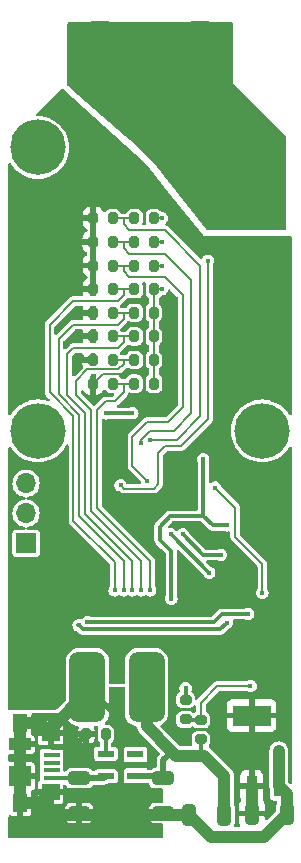
<source format=gbl>
G04 #@! TF.GenerationSoftware,KiCad,Pcbnew,(7.0.0)*
G04 #@! TF.CreationDate,2023-03-12T21:45:25+01:00*
G04 #@! TF.ProjectId,tracker,74726163-6b65-4722-9e6b-696361645f70,rev?*
G04 #@! TF.SameCoordinates,Original*
G04 #@! TF.FileFunction,Copper,L2,Bot*
G04 #@! TF.FilePolarity,Positive*
%FSLAX46Y46*%
G04 Gerber Fmt 4.6, Leading zero omitted, Abs format (unit mm)*
G04 Created by KiCad (PCBNEW (7.0.0)) date 2023-03-12 21:45:25*
%MOMM*%
%LPD*%
G01*
G04 APERTURE LIST*
G04 Aperture macros list*
%AMRoundRect*
0 Rectangle with rounded corners*
0 $1 Rounding radius*
0 $2 $3 $4 $5 $6 $7 $8 $9 X,Y pos of 4 corners*
0 Add a 4 corners polygon primitive as box body*
4,1,4,$2,$3,$4,$5,$6,$7,$8,$9,$2,$3,0*
0 Add four circle primitives for the rounded corners*
1,1,$1+$1,$2,$3*
1,1,$1+$1,$4,$5*
1,1,$1+$1,$6,$7*
1,1,$1+$1,$8,$9*
0 Add four rect primitives between the rounded corners*
20,1,$1+$1,$2,$3,$4,$5,0*
20,1,$1+$1,$4,$5,$6,$7,0*
20,1,$1+$1,$6,$7,$8,$9,0*
20,1,$1+$1,$8,$9,$2,$3,0*%
G04 Aperture macros list end*
G04 #@! TA.AperFunction,SMDPad,CuDef*
%ADD10RoundRect,0.200000X-0.200000X-0.275000X0.200000X-0.275000X0.200000X0.275000X-0.200000X0.275000X0*%
G04 #@! TD*
G04 #@! TA.AperFunction,SMDPad,CuDef*
%ADD11R,1.380000X0.450000*%
G04 #@! TD*
G04 #@! TA.AperFunction,SMDPad,CuDef*
%ADD12R,1.900000X1.800000*%
G04 #@! TD*
G04 #@! TA.AperFunction,SMDPad,CuDef*
%ADD13R,1.300000X1.650000*%
G04 #@! TD*
G04 #@! TA.AperFunction,SMDPad,CuDef*
%ADD14R,1.550000X1.425000*%
G04 #@! TD*
G04 #@! TA.AperFunction,SMDPad,CuDef*
%ADD15R,1.900000X1.000000*%
G04 #@! TD*
G04 #@! TA.AperFunction,SMDPad,CuDef*
%ADD16R,1.400000X0.600000*%
G04 #@! TD*
G04 #@! TA.AperFunction,SMDPad,CuDef*
%ADD17RoundRect,0.250000X-0.650000X0.325000X-0.650000X-0.325000X0.650000X-0.325000X0.650000X0.325000X0*%
G04 #@! TD*
G04 #@! TA.AperFunction,SMDPad,CuDef*
%ADD18RoundRect,0.200000X-0.275000X0.200000X-0.275000X-0.200000X0.275000X-0.200000X0.275000X0.200000X0*%
G04 #@! TD*
G04 #@! TA.AperFunction,SMDPad,CuDef*
%ADD19RoundRect,0.750000X0.750000X-2.250000X0.750000X2.250000X-0.750000X2.250000X-0.750000X-2.250000X0*%
G04 #@! TD*
G04 #@! TA.AperFunction,ComponentPad*
%ADD20C,3.100000*%
G04 #@! TD*
G04 #@! TA.AperFunction,ConnectorPad*
%ADD21C,4.700000*%
G04 #@! TD*
G04 #@! TA.AperFunction,ComponentPad*
%ADD22R,1.700000X1.700000*%
G04 #@! TD*
G04 #@! TA.AperFunction,ComponentPad*
%ADD23O,1.700000X1.700000*%
G04 #@! TD*
G04 #@! TA.AperFunction,SMDPad,CuDef*
%ADD24R,1.500000X5.080000*%
G04 #@! TD*
G04 #@! TA.AperFunction,SMDPad,CuDef*
%ADD25RoundRect,0.200000X0.200000X0.275000X-0.200000X0.275000X-0.200000X-0.275000X0.200000X-0.275000X0*%
G04 #@! TD*
G04 #@! TA.AperFunction,SMDPad,CuDef*
%ADD26R,0.900000X1.800000*%
G04 #@! TD*
G04 #@! TA.AperFunction,SMDPad,CuDef*
%ADD27R,3.200000X1.800000*%
G04 #@! TD*
G04 #@! TA.AperFunction,SMDPad,CuDef*
%ADD28RoundRect,0.250000X0.325000X0.650000X-0.325000X0.650000X-0.325000X-0.650000X0.325000X-0.650000X0*%
G04 #@! TD*
G04 #@! TA.AperFunction,SMDPad,CuDef*
%ADD29RoundRect,0.250000X-0.325000X-0.650000X0.325000X-0.650000X0.325000X0.650000X-0.325000X0.650000X0*%
G04 #@! TD*
G04 #@! TA.AperFunction,ViaPad*
%ADD30C,0.450000*%
G04 #@! TD*
G04 #@! TA.AperFunction,ViaPad*
%ADD31C,0.600000*%
G04 #@! TD*
G04 #@! TA.AperFunction,Conductor*
%ADD32C,0.300000*%
G04 #@! TD*
G04 #@! TA.AperFunction,Conductor*
%ADD33C,0.500000*%
G04 #@! TD*
G04 #@! TA.AperFunction,Conductor*
%ADD34C,1.000000*%
G04 #@! TD*
G04 #@! TA.AperFunction,Conductor*
%ADD35C,0.200000*%
G04 #@! TD*
G04 APERTURE END LIST*
D10*
G04 #@! TO.P,R5,1*
G04 #@! TO.N,GND*
X137100000Y-105700000D03*
G04 #@! TO.P,R5,2*
G04 #@! TO.N,Net-(IC1-PROG)*
X138750000Y-105700000D03*
G04 #@! TD*
D11*
G04 #@! TO.P,J3,1,VBUS*
G04 #@! TO.N,Net-(IC1-VDD)*
X134159999Y-109399999D03*
G04 #@! TO.P,J3,2,D-*
G04 #@! TO.N,unconnected-(J3-D--Pad2)*
X134159999Y-108749999D03*
G04 #@! TO.P,J3,3,D+*
G04 #@! TO.N,unconnected-(J3-D+-Pad3)*
X134159999Y-108099999D03*
G04 #@! TO.P,J3,4,ID*
G04 #@! TO.N,unconnected-(J3-ID-Pad4)*
X134159999Y-107449999D03*
G04 #@! TO.P,J3,5,GND*
G04 #@! TO.N,GND*
X134159999Y-106799999D03*
D12*
G04 #@! TO.P,J3,6,Shield*
X131499999Y-109249999D03*
D13*
X131499999Y-104724999D03*
X131499999Y-111474999D03*
D14*
X134074999Y-110587499D03*
D15*
X131499999Y-106549999D03*
D14*
X134074999Y-105612499D03*
G04 #@! TD*
D16*
G04 #@! TO.P,IC1,1,STAT*
G04 #@! TO.N,unconnected-(IC1-STAT-Pad1)*
X141249999Y-107349999D03*
G04 #@! TO.P,IC1,2,VSS*
G04 #@! TO.N,GND*
X141249999Y-108299999D03*
G04 #@! TO.P,IC1,3,VBAT*
G04 #@! TO.N,+BATT*
X141249999Y-109249999D03*
G04 #@! TO.P,IC1,4,VDD*
G04 #@! TO.N,Net-(IC1-VDD)*
X138749999Y-109249999D03*
G04 #@! TO.P,IC1,5,PROG*
G04 #@! TO.N,Net-(IC1-PROG)*
X138749999Y-107349999D03*
G04 #@! TD*
D17*
G04 #@! TO.P,C8,1*
G04 #@! TO.N,Net-(IC1-VDD)*
X136500000Y-109400000D03*
G04 #@! TO.P,C8,2*
G04 #@! TO.N,GND*
X136500000Y-112350000D03*
G04 #@! TD*
G04 #@! TO.P,C7,1*
G04 #@! TO.N,+BATT*
X143600000Y-109400000D03*
G04 #@! TO.P,C7,2*
G04 #@! TO.N,GND*
X143600000Y-112350000D03*
G04 #@! TD*
D18*
G04 #@! TO.P,R4,2*
G04 #@! TO.N,/ADC_0*
X145500000Y-104425000D03*
G04 #@! TO.P,R4,1*
G04 #@! TO.N,GND*
X145500000Y-102775000D03*
G04 #@! TD*
G04 #@! TO.P,R3,2*
G04 #@! TO.N,+BATT*
X146800000Y-106125000D03*
G04 #@! TO.P,R3,1*
G04 #@! TO.N,/ADC_0*
X146800000Y-104475000D03*
G04 #@! TD*
D19*
G04 #@! TO.P,J2,1,Pin_1*
G04 #@! TO.N,+BATT*
X142200000Y-101700000D03*
G04 #@! TO.P,J2,2,Pin_2*
G04 #@! TO.N,GND*
X137200000Y-101700000D03*
G04 #@! TD*
D20*
G04 #@! TO.P,H1,1,1*
G04 #@! TO.N,GND*
X133000000Y-56000000D03*
D21*
X133000000Y-56000000D03*
G04 #@! TD*
D20*
G04 #@! TO.P,H2,1,1*
G04 #@! TO.N,GND*
X152000000Y-80000000D03*
D21*
X152000000Y-80000000D03*
G04 #@! TD*
D22*
G04 #@! TO.P,J1,1,Pin_1*
G04 #@! TO.N,GND*
X131999999Y-89524999D03*
D23*
G04 #@! TO.P,J1,2,Pin_2*
G04 #@! TO.N,/SWCLK*
X131999999Y-86984999D03*
G04 #@! TO.P,J1,3,Pin_3*
G04 #@! TO.N,/SWDIO*
X131999999Y-84444999D03*
G04 #@! TD*
D24*
G04 #@! TO.P,AE1,2,Shield*
G04 #@! TO.N,GND*
X138249999Y-47799999D03*
X146749999Y-47799999D03*
G04 #@! TD*
D20*
G04 #@! TO.P,H3,1,1*
G04 #@! TO.N,GND*
X133000000Y-80000000D03*
D21*
X133000000Y-80000000D03*
G04 #@! TD*
D25*
G04 #@! TO.P,JP6,1,A*
G04 #@! TO.N,GND*
X142815000Y-66000000D03*
G04 #@! TO.P,JP6,2,B*
G04 #@! TO.N,/ID_2*
X141165000Y-66000000D03*
G04 #@! TD*
G04 #@! TO.P,JP13,1,A*
G04 #@! TO.N,/ID_6*
X139325000Y-74000000D03*
G04 #@! TO.P,JP13,2,B*
G04 #@! TO.N,+3.3V*
X137675000Y-74000000D03*
G04 #@! TD*
D26*
G04 #@! TO.P,PS1,1,GND*
G04 #@! TO.N,GND*
X153399999Y-110099999D03*
G04 #@! TO.P,PS1,2,VOUT_1*
G04 #@! TO.N,+3.3V*
X151099999Y-110099999D03*
G04 #@! TO.P,PS1,3,VIN*
G04 #@! TO.N,+BATT*
X148799999Y-110099999D03*
D27*
G04 #@! TO.P,PS1,4,VOUT_2*
G04 #@! TO.N,+3.3V*
X151099999Y-104099999D03*
G04 #@! TD*
D25*
G04 #@! TO.P,JP7,1,A*
G04 #@! TO.N,/ID_3*
X139335000Y-68000000D03*
G04 #@! TO.P,JP7,2,B*
G04 #@! TO.N,+3.3V*
X137685000Y-68000000D03*
G04 #@! TD*
G04 #@! TO.P,JP15,1,A*
G04 #@! TO.N,/ID_7*
X139345000Y-76000000D03*
G04 #@! TO.P,JP15,2,B*
G04 #@! TO.N,+3.3V*
X137695000Y-76000000D03*
G04 #@! TD*
D28*
G04 #@! TO.P,C6,1*
G04 #@! TO.N,+BATT*
X148775000Y-112500000D03*
G04 #@! TO.P,C6,2*
G04 #@! TO.N,GND*
X145825000Y-112500000D03*
G04 #@! TD*
D25*
G04 #@! TO.P,JP14,1,A*
G04 #@! TO.N,GND*
X142815000Y-74000000D03*
G04 #@! TO.P,JP14,2,B*
G04 #@! TO.N,/ID_6*
X141165000Y-74000000D03*
G04 #@! TD*
G04 #@! TO.P,JP12,1,A*
G04 #@! TO.N,GND*
X142815000Y-72000000D03*
G04 #@! TO.P,JP12,2,B*
G04 #@! TO.N,/ID_5*
X141165000Y-72000000D03*
G04 #@! TD*
G04 #@! TO.P,JP3,1,A*
G04 #@! TO.N,/ID_1*
X139325000Y-64000000D03*
G04 #@! TO.P,JP3,2,B*
G04 #@! TO.N,+3.3V*
X137675000Y-64000000D03*
G04 #@! TD*
G04 #@! TO.P,JP5,1,A*
G04 #@! TO.N,/ID_2*
X139335000Y-66000000D03*
G04 #@! TO.P,JP5,2,B*
G04 #@! TO.N,+3.3V*
X137685000Y-66000000D03*
G04 #@! TD*
G04 #@! TO.P,JP8,1,A*
G04 #@! TO.N,GND*
X142825000Y-68000000D03*
G04 #@! TO.P,JP8,2,B*
G04 #@! TO.N,/ID_3*
X141175000Y-68000000D03*
G04 #@! TD*
G04 #@! TO.P,JP11,1,A*
G04 #@! TO.N,/ID_5*
X139345000Y-72000000D03*
G04 #@! TO.P,JP11,2,B*
G04 #@! TO.N,+3.3V*
X137695000Y-72000000D03*
G04 #@! TD*
G04 #@! TO.P,JP9,1,A*
G04 #@! TO.N,/ID_4*
X139335000Y-70000000D03*
G04 #@! TO.P,JP9,2,B*
G04 #@! TO.N,+3.3V*
X137685000Y-70000000D03*
G04 #@! TD*
D29*
G04 #@! TO.P,C5,1*
G04 #@! TO.N,+3.3V*
X151125000Y-112400000D03*
G04 #@! TO.P,C5,2*
G04 #@! TO.N,GND*
X154075000Y-112400000D03*
G04 #@! TD*
D25*
G04 #@! TO.P,JP1,1,A*
G04 #@! TO.N,/ID_0*
X139335000Y-62000000D03*
G04 #@! TO.P,JP1,2,B*
G04 #@! TO.N,+3.3V*
X137685000Y-62000000D03*
G04 #@! TD*
G04 #@! TO.P,JP10,1,A*
G04 #@! TO.N,GND*
X142815000Y-70000000D03*
G04 #@! TO.P,JP10,2,B*
G04 #@! TO.N,/ID_4*
X141165000Y-70000000D03*
G04 #@! TD*
G04 #@! TO.P,JP4,1,A*
G04 #@! TO.N,GND*
X142825000Y-64000000D03*
G04 #@! TO.P,JP4,2,B*
G04 #@! TO.N,/ID_1*
X141175000Y-64000000D03*
G04 #@! TD*
G04 #@! TO.P,JP2,1,A*
G04 #@! TO.N,GND*
X142815000Y-62000000D03*
G04 #@! TO.P,JP2,2,B*
G04 #@! TO.N,/ID_0*
X141165000Y-62000000D03*
G04 #@! TD*
G04 #@! TO.P,JP16,1,A*
G04 #@! TO.N,GND*
X142825000Y-76000000D03*
G04 #@! TO.P,JP16,2,B*
G04 #@! TO.N,/ID_7*
X141175000Y-76000000D03*
G04 #@! TD*
D30*
G04 #@! TO.N,/ADC_0*
X151000000Y-101600000D03*
X152000000Y-93700000D03*
X148000000Y-84800000D03*
G04 #@! TO.N,GND*
X145500000Y-101800000D03*
G04 #@! TO.N,/RESET_N*
X149000000Y-88000000D03*
G04 #@! TO.N,/LORA_INT*
X147400000Y-65600000D03*
X140000000Y-84600000D03*
D31*
G04 #@! TO.N,GND*
X153400000Y-107100000D03*
X153400000Y-108200000D03*
G04 #@! TO.N,+3.3V*
X144400000Y-99400000D03*
X147100000Y-92700000D03*
X133900000Y-102600000D03*
X140750000Y-57000000D03*
D30*
X136750000Y-68050000D03*
X136750000Y-70025000D03*
G04 #@! TO.N,GND*
X143000000Y-56200000D03*
X150500000Y-54500000D03*
X147200000Y-61400000D03*
X146200000Y-52200000D03*
X143500000Y-62000000D03*
X148800000Y-62200000D03*
X145000000Y-47000000D03*
X145000000Y-49000000D03*
X143500000Y-66000000D03*
X140000000Y-47000000D03*
X140000000Y-49000000D03*
X145000000Y-51000000D03*
X140000000Y-51000000D03*
X145000000Y-57000000D03*
X140200000Y-53000000D03*
X143500000Y-68000000D03*
X151800000Y-61200000D03*
X151500000Y-56500000D03*
X150400000Y-62200000D03*
X148500000Y-53000000D03*
X143500000Y-64000000D03*
X141400000Y-55000000D03*
X151800000Y-59000000D03*
D31*
G04 #@! TO.N,+3.3V*
X139750000Y-57000000D03*
X139000000Y-81700000D03*
X148800000Y-84400000D03*
X136400000Y-91200000D03*
D30*
X136750000Y-72000000D03*
X136750000Y-73750000D03*
G04 #@! TO.N,/SPI_MISO*
X138775000Y-78525000D03*
X141000000Y-78500000D03*
G04 #@! TO.N,/TP_TX*
X148500000Y-90500000D03*
X145250000Y-88750000D03*
G04 #@! TO.N,/TP_RX*
X144250000Y-88750000D03*
X147500000Y-92000000D03*
G04 #@! TO.N,/I2C_SDA*
X150800000Y-95500000D03*
X137200000Y-96200000D03*
G04 #@! TO.N,/I2C_SCL*
X149000000Y-96250000D03*
X136450000Y-96450000D03*
G04 #@! TO.N,/RESET_N*
X147000000Y-82400000D03*
X144300000Y-94200000D03*
G04 #@! TO.N,/ID_0*
X142500000Y-80750000D03*
G04 #@! TO.N,/ID_1*
X141750000Y-81000000D03*
G04 #@! TO.N,/ID_2*
X142250000Y-84250000D03*
G04 #@! TO.N,/ID_3*
X139500000Y-93500000D03*
G04 #@! TO.N,/ID_4*
X140250000Y-93500000D03*
G04 #@! TO.N,/ID_5*
X141000000Y-93500000D03*
G04 #@! TO.N,/ID_6*
X141750000Y-93500000D03*
G04 #@! TO.N,/ID_7*
X142500000Y-93500000D03*
G04 #@! TD*
D32*
G04 #@! TO.N,/I2C_SCL*
X148450000Y-96800000D02*
X149000000Y-96250000D01*
X136800000Y-96800000D02*
X148450000Y-96800000D01*
X136450000Y-96450000D02*
X136800000Y-96800000D01*
G04 #@! TO.N,/I2C_SDA*
X147900000Y-96200000D02*
X137200000Y-96200000D01*
X148600000Y-95500000D02*
X147900000Y-96200000D01*
X150800000Y-95500000D02*
X148600000Y-95500000D01*
G04 #@! TO.N,GND*
X134160000Y-105697500D02*
X134075000Y-105612500D01*
X134160000Y-106800000D02*
X134160000Y-105697500D01*
D33*
X137100000Y-105700000D02*
X136025000Y-106775000D01*
X136025000Y-106775000D02*
X134160000Y-106775000D01*
G04 #@! TO.N,Net-(IC1-VDD)*
X138600000Y-109400000D02*
X136500000Y-109400000D01*
X138750000Y-109250000D02*
X138600000Y-109400000D01*
D32*
G04 #@! TO.N,GND*
X137100000Y-105700000D02*
X137012500Y-105612500D01*
G04 #@! TO.N,Net-(IC1-PROG)*
X138750000Y-105700000D02*
X138750000Y-107350000D01*
D33*
G04 #@! TO.N,+BATT*
X144350000Y-107150000D02*
X143600000Y-107900000D01*
X143600000Y-107900000D02*
X143600000Y-109400000D01*
X143450000Y-109250000D02*
X141250000Y-109250000D01*
X143600000Y-109400000D02*
X143450000Y-109250000D01*
D32*
G04 #@! TO.N,GND*
X140500000Y-108300000D02*
X140000000Y-108800000D01*
X141250000Y-108300000D02*
X140500000Y-108300000D01*
X140000000Y-108800000D02*
X140000000Y-112400000D01*
X140000000Y-112400000D02*
X139900000Y-112500000D01*
D34*
G04 #@! TO.N,+BATT*
X144700000Y-107500000D02*
X147100000Y-107500000D01*
X144350000Y-107150000D02*
X144700000Y-107500000D01*
X142200000Y-105000000D02*
X142200000Y-102100000D01*
X144350000Y-107150000D02*
X142200000Y-105000000D01*
G04 #@! TO.N,GND*
X145825000Y-112500000D02*
X138400000Y-112500000D01*
X138400000Y-112500000D02*
X134212500Y-112500000D01*
D32*
G04 #@! TO.N,Net-(IC1-VDD)*
X136800000Y-109400000D02*
X136950000Y-109250000D01*
X134160000Y-109400000D02*
X136800000Y-109400000D01*
D34*
G04 #@! TO.N,GND*
X134212500Y-112500000D02*
X133187500Y-111475000D01*
X133187500Y-111475000D02*
X134075000Y-110587500D01*
X131500000Y-111475000D02*
X133187500Y-111475000D01*
X131500000Y-104725000D02*
X131500000Y-111475000D01*
X133187500Y-104725000D02*
X134075000Y-105612500D01*
X131500000Y-104725000D02*
X133187500Y-104725000D01*
X134075000Y-105225000D02*
X134075000Y-105612500D01*
X137200000Y-102100000D02*
X134075000Y-105225000D01*
D35*
G04 #@! TO.N,/ADC_0*
X149700000Y-86500000D02*
X148000000Y-84800000D01*
X149700000Y-89000000D02*
X149700000Y-86500000D01*
X152000000Y-91300000D02*
X149700000Y-89000000D01*
X152000000Y-93700000D02*
X152000000Y-91300000D01*
X146800000Y-103000000D02*
X146800000Y-104475000D01*
X148200000Y-101600000D02*
X146800000Y-103000000D01*
X151000000Y-101600000D02*
X148200000Y-101600000D01*
D32*
G04 #@! TO.N,GND*
X145500000Y-102775000D02*
X145500000Y-101800000D01*
G04 #@! TO.N,/ADC_0*
X145550000Y-104475000D02*
X145500000Y-104425000D01*
X146800000Y-104475000D02*
X145550000Y-104475000D01*
G04 #@! TO.N,+BATT*
X146800000Y-106125000D02*
X146800000Y-107200000D01*
X146800000Y-107200000D02*
X147100000Y-107500000D01*
D35*
G04 #@! TO.N,/ID_7*
X138000000Y-78250000D02*
X138750000Y-77500000D01*
X138000000Y-86500000D02*
X138000000Y-78250000D01*
X138750000Y-77500000D02*
X139500000Y-77500000D01*
X142500000Y-91000000D02*
X138000000Y-86500000D01*
X140250000Y-76750000D02*
X140250000Y-76000000D01*
X142500000Y-93500000D02*
X142500000Y-91000000D01*
X139500000Y-77500000D02*
X140250000Y-76750000D01*
D32*
G04 #@! TO.N,/RESET_N*
X143300000Y-88100000D02*
X144200000Y-87200000D01*
X144200000Y-87200000D02*
X147000000Y-87200000D01*
X143300000Y-89200000D02*
X143300000Y-88100000D01*
X144300000Y-90200000D02*
X143300000Y-89200000D01*
X144300000Y-94200000D02*
X144300000Y-90200000D01*
D34*
G04 #@! TO.N,+BATT*
X148800000Y-109200000D02*
X148800000Y-110100000D01*
X147100000Y-107500000D02*
X148800000Y-109200000D01*
D32*
G04 #@! TO.N,/I2C_SCL*
X136400000Y-96400000D02*
X136450000Y-96450000D01*
D35*
G04 #@! TO.N,+3.3V*
X138500000Y-75200000D02*
X140400000Y-75200000D01*
X137700000Y-76000000D02*
X138500000Y-75200000D01*
X137695000Y-76000000D02*
X137700000Y-76000000D01*
G04 #@! TO.N,/ID_6*
X140250000Y-74350000D02*
X140250000Y-74000000D01*
X136250000Y-75750000D02*
X137200000Y-74800000D01*
X136250000Y-77000000D02*
X136250000Y-75750000D01*
X139800000Y-74800000D02*
X140250000Y-74350000D01*
X137500000Y-78250000D02*
X136250000Y-77000000D01*
X137500000Y-86750000D02*
X137500000Y-78250000D01*
X141750000Y-91000000D02*
X137500000Y-86750000D01*
X137200000Y-74800000D02*
X139800000Y-74800000D01*
X141750000Y-93500000D02*
X141750000Y-91000000D01*
D32*
G04 #@! TO.N,/RESET_N*
X147800000Y-88000000D02*
X149000000Y-88000000D01*
X147000000Y-87200000D02*
X147800000Y-88000000D01*
X147000000Y-82400000D02*
X147000000Y-87200000D01*
D35*
G04 #@! TO.N,/LORA_INT*
X145100000Y-81300000D02*
X147400000Y-79000000D01*
X147400000Y-79000000D02*
X147400000Y-65600000D01*
X143200000Y-81900000D02*
X143800000Y-81300000D01*
X142800000Y-84900000D02*
X143200000Y-84500000D01*
X143200000Y-84500000D02*
X143200000Y-81900000D01*
X140300000Y-84900000D02*
X142800000Y-84900000D01*
X143800000Y-81300000D02*
X145100000Y-81300000D01*
X140000000Y-84600000D02*
X140300000Y-84900000D01*
D34*
G04 #@! TO.N,GND*
X154075000Y-110775000D02*
X154075000Y-112400000D01*
X153400000Y-110100000D02*
X154075000Y-110775000D01*
X147672600Y-114347600D02*
X145825000Y-112500000D01*
X152127400Y-114347600D02*
X147672600Y-114347600D01*
X154075000Y-112400000D02*
X152127400Y-114347600D01*
G04 #@! TO.N,+BATT*
X148800000Y-110100000D02*
X148800000Y-112475000D01*
X148800000Y-112475000D02*
X148775000Y-112500000D01*
G04 #@! TO.N,+3.3V*
X151100000Y-112375000D02*
X151125000Y-112400000D01*
X151100000Y-110100000D02*
X151100000Y-112375000D01*
G04 #@! TO.N,GND*
X153400000Y-108200000D02*
X153400000Y-107100000D01*
X153400000Y-110100000D02*
X153400000Y-108200000D01*
D32*
G04 #@! TO.N,/SPI_MISO*
X140975000Y-78525000D02*
X141000000Y-78500000D01*
X138775000Y-78525000D02*
X140975000Y-78525000D01*
D35*
G04 #@! TO.N,/ID_5*
X135500000Y-73500000D02*
X136000000Y-73000000D01*
X136000000Y-73000000D02*
X139750000Y-73000000D01*
X135500000Y-77000000D02*
X135500000Y-73500000D01*
X137000000Y-87000000D02*
X137000000Y-78500000D01*
X137000000Y-78500000D02*
X135500000Y-77000000D01*
X141000000Y-93500000D02*
X141000000Y-91000000D01*
X141000000Y-91000000D02*
X137000000Y-87000000D01*
X140250000Y-72500000D02*
X140250000Y-72000000D01*
X139750000Y-73000000D02*
X140250000Y-72500000D01*
G04 #@! TO.N,/ID_4*
X140250000Y-70500000D02*
X140250000Y-70000000D01*
X136000000Y-71000000D02*
X139750000Y-71000000D01*
X139750000Y-71000000D02*
X140250000Y-70500000D01*
X136500000Y-78625000D02*
X134750000Y-76875000D01*
X134750000Y-72250000D02*
X136000000Y-71000000D01*
X140250000Y-91000000D02*
X136500000Y-87250000D01*
X140250000Y-93500000D02*
X140250000Y-91000000D01*
X134750000Y-76875000D02*
X134750000Y-72250000D01*
X136500000Y-87250000D02*
X136500000Y-78625000D01*
G04 #@! TO.N,/ID_3*
X140250000Y-68500000D02*
X140250000Y-68000000D01*
X136000000Y-69000000D02*
X139750000Y-69000000D01*
X139750000Y-69000000D02*
X140250000Y-68500000D01*
X134000000Y-76750000D02*
X134000000Y-71000000D01*
X136000000Y-78750000D02*
X134000000Y-76750000D01*
X139500000Y-91125000D02*
X136000000Y-87625000D01*
X136000000Y-87625000D02*
X136000000Y-78750000D01*
X134000000Y-71000000D02*
X136000000Y-69000000D01*
X139500000Y-93500000D02*
X139500000Y-91125000D01*
D32*
G04 #@! TO.N,/TP_RX*
X147500000Y-92000000D02*
X144250000Y-88750000D01*
G04 #@! TO.N,/TP_TX*
X147000000Y-90500000D02*
X148500000Y-90500000D01*
X145250000Y-88750000D02*
X147000000Y-90500000D01*
D35*
G04 #@! TO.N,GND*
X142825000Y-68000000D02*
X143500000Y-68000000D01*
X142815000Y-66000000D02*
X143500000Y-66000000D01*
X142825000Y-64000000D02*
X143500000Y-64000000D01*
X142815000Y-62000000D02*
X143500000Y-62000000D01*
G04 #@! TO.N,/ID_2*
X140250000Y-66500000D02*
X140250000Y-66000000D01*
X140750000Y-67000000D02*
X140250000Y-66500000D01*
X145250000Y-68500000D02*
X143750000Y-67000000D01*
X143750000Y-67000000D02*
X140750000Y-67000000D01*
X145250000Y-78000000D02*
X145250000Y-68500000D01*
X142250000Y-79250000D02*
X144000000Y-79250000D01*
X141000000Y-83000000D02*
X141000000Y-80500000D01*
X141000000Y-80500000D02*
X142250000Y-79250000D01*
X144000000Y-79250000D02*
X145250000Y-78000000D01*
X142250000Y-84250000D02*
X141000000Y-83000000D01*
G04 #@! TO.N,/ID_1*
X140250000Y-64500000D02*
X140250000Y-64000000D01*
X140750000Y-65000000D02*
X140250000Y-64500000D01*
X143750000Y-65000000D02*
X140750000Y-65000000D01*
X146000000Y-67250000D02*
X143750000Y-65000000D01*
X144500000Y-80000000D02*
X146000000Y-78500000D01*
X146000000Y-78500000D02*
X146000000Y-67250000D01*
X142500000Y-80000000D02*
X144500000Y-80000000D01*
X141750000Y-81000000D02*
X141750000Y-80750000D01*
X141750000Y-80750000D02*
X142500000Y-80000000D01*
G04 #@! TO.N,/ID_0*
X146750000Y-66000000D02*
X143750000Y-63000000D01*
X140250000Y-62500000D02*
X140250000Y-62000000D01*
X146750000Y-78750000D02*
X146750000Y-66000000D01*
X143750000Y-63000000D02*
X140750000Y-63000000D01*
X144750000Y-80750000D02*
X146750000Y-78750000D01*
X140750000Y-63000000D02*
X140250000Y-62500000D01*
X142500000Y-80750000D02*
X144750000Y-80750000D01*
G04 #@! TO.N,GND*
X142825000Y-68000000D02*
X142825000Y-76000000D01*
G04 #@! TO.N,+3.3V*
X137500000Y-76000000D02*
X137695000Y-76000000D01*
X137000000Y-74000000D02*
X136750000Y-73750000D01*
X137685000Y-62000000D02*
X137685000Y-68000000D01*
X137675000Y-74000000D02*
X137000000Y-74000000D01*
X137695000Y-72000000D02*
X136750000Y-72000000D01*
G04 #@! TO.N,/ID_0*
X141165000Y-62000000D02*
X140250000Y-62000000D01*
X140250000Y-62000000D02*
X139335000Y-62000000D01*
G04 #@! TO.N,/ID_1*
X140250000Y-64000000D02*
X139325000Y-64000000D01*
X141175000Y-64000000D02*
X140250000Y-64000000D01*
G04 #@! TO.N,/ID_2*
X140250000Y-66000000D02*
X139335000Y-66000000D01*
X141165000Y-66000000D02*
X140250000Y-66000000D01*
G04 #@! TO.N,/ID_3*
X141175000Y-68000000D02*
X140250000Y-68000000D01*
X140250000Y-68000000D02*
X139335000Y-68000000D01*
G04 #@! TO.N,/ID_4*
X140250000Y-70000000D02*
X139335000Y-70000000D01*
X141165000Y-70000000D02*
X140250000Y-70000000D01*
G04 #@! TO.N,/ID_5*
X140250000Y-72000000D02*
X139345000Y-72000000D01*
X141165000Y-72000000D02*
X140250000Y-72000000D01*
G04 #@! TO.N,/ID_6*
X140250000Y-74000000D02*
X139325000Y-74000000D01*
X141165000Y-74000000D02*
X140250000Y-74000000D01*
G04 #@! TO.N,/ID_7*
X141175000Y-76000000D02*
X140250000Y-76000000D01*
X140250000Y-76000000D02*
X139345000Y-76000000D01*
G04 #@! TD*
G04 #@! TA.AperFunction,Conductor*
G04 #@! TO.N,GND*
G36*
X149438000Y-45416613D02*
G01*
X149483387Y-45462000D01*
X149500000Y-45524000D01*
X149500000Y-50500000D01*
X149508638Y-50508637D01*
X149508638Y-50508638D01*
X153963681Y-54963681D01*
X153990561Y-55003909D01*
X154000000Y-55051362D01*
X154000000Y-62870500D01*
X153983387Y-62932500D01*
X153938000Y-62977887D01*
X153876000Y-62994500D01*
X147306112Y-62994500D01*
X147251800Y-62981973D01*
X147208461Y-62946922D01*
X142752318Y-57252962D01*
X142750000Y-57250000D01*
X141250000Y-55750000D01*
X140378788Y-55000000D01*
X136359643Y-51540040D01*
X136357767Y-51538392D01*
X135541224Y-50806319D01*
X135510774Y-50764548D01*
X135500000Y-50713992D01*
X135500000Y-45524000D01*
X135516613Y-45462000D01*
X135562000Y-45416613D01*
X135624000Y-45400000D01*
X149376000Y-45400000D01*
X149438000Y-45416613D01*
G37*
G04 #@! TD.AperFunction*
G04 #@! TD*
G04 #@! TA.AperFunction,Conductor*
G04 #@! TO.N,+3.3V*
G36*
X135087427Y-51078383D02*
G01*
X142054002Y-57324278D01*
X142241722Y-57492578D01*
X142256824Y-57508774D01*
X144000000Y-59750000D01*
X144000233Y-59750292D01*
X144000262Y-59750328D01*
X146963024Y-63453780D01*
X147000000Y-63500000D01*
X154376000Y-63500000D01*
X154438000Y-63516613D01*
X154483387Y-63562000D01*
X154500000Y-63624000D01*
X154500000Y-78567350D01*
X154483636Y-78628917D01*
X154438863Y-78674234D01*
X154377498Y-78691341D01*
X154315738Y-78675722D01*
X154269883Y-78631500D01*
X154231103Y-78567350D01*
X154185306Y-78491592D01*
X153987554Y-78239181D01*
X153760819Y-78012446D01*
X153733621Y-77991138D01*
X153551272Y-77848276D01*
X153508408Y-77814694D01*
X153371203Y-77731751D01*
X153237205Y-77650746D01*
X153237198Y-77650742D01*
X153234000Y-77648809D01*
X153140782Y-77606854D01*
X152945004Y-77518741D01*
X152944990Y-77518736D01*
X152941598Y-77517209D01*
X152938035Y-77516099D01*
X152938028Y-77516096D01*
X152689960Y-77438795D01*
X152635466Y-77421814D01*
X152631784Y-77421139D01*
X152631779Y-77421138D01*
X152323750Y-77364690D01*
X152323748Y-77364689D01*
X152320066Y-77364015D01*
X152316340Y-77363789D01*
X152316327Y-77363788D01*
X152003736Y-77344881D01*
X152000000Y-77344655D01*
X151996264Y-77344881D01*
X151683672Y-77363788D01*
X151683657Y-77363789D01*
X151679934Y-77364015D01*
X151676253Y-77364689D01*
X151676249Y-77364690D01*
X151368220Y-77421138D01*
X151368211Y-77421140D01*
X151364534Y-77421814D01*
X151360955Y-77422929D01*
X151360952Y-77422930D01*
X151061971Y-77516096D01*
X151061958Y-77516100D01*
X151058402Y-77517209D01*
X151055014Y-77518733D01*
X151054995Y-77518741D01*
X150769415Y-77647272D01*
X150766000Y-77648809D01*
X150762807Y-77650738D01*
X150762794Y-77650746D01*
X150544442Y-77782745D01*
X150491592Y-77814694D01*
X150488650Y-77816998D01*
X150488644Y-77817003D01*
X150242132Y-78010133D01*
X150242121Y-78010141D01*
X150239181Y-78012446D01*
X150236535Y-78015091D01*
X150236527Y-78015099D01*
X150015099Y-78236527D01*
X150015091Y-78236535D01*
X150012446Y-78239181D01*
X150010141Y-78242121D01*
X150010133Y-78242132D01*
X149817003Y-78488644D01*
X149816998Y-78488650D01*
X149814694Y-78491592D01*
X149812757Y-78494794D01*
X149812757Y-78494796D01*
X149650746Y-78762794D01*
X149650738Y-78762807D01*
X149648809Y-78766000D01*
X149647272Y-78769414D01*
X149647272Y-78769415D01*
X149518741Y-79054995D01*
X149518733Y-79055014D01*
X149517209Y-79058402D01*
X149516100Y-79061958D01*
X149516096Y-79061971D01*
X149461137Y-79238342D01*
X149421814Y-79364534D01*
X149421140Y-79368211D01*
X149421138Y-79368220D01*
X149382686Y-79578050D01*
X149364015Y-79679934D01*
X149363789Y-79683657D01*
X149363788Y-79683672D01*
X149345264Y-79989915D01*
X149344655Y-80000000D01*
X149344881Y-80003736D01*
X149363788Y-80316327D01*
X149363789Y-80316340D01*
X149364015Y-80320066D01*
X149364689Y-80323748D01*
X149364690Y-80323750D01*
X149385364Y-80436567D01*
X149421814Y-80635466D01*
X149422930Y-80639047D01*
X149516096Y-80938028D01*
X149516099Y-80938035D01*
X149517209Y-80941598D01*
X149518736Y-80944990D01*
X149518741Y-80945004D01*
X149604774Y-81136158D01*
X149648809Y-81234000D01*
X149650742Y-81237198D01*
X149650746Y-81237205D01*
X149676638Y-81280035D01*
X149814694Y-81508408D01*
X149831638Y-81530035D01*
X150001040Y-81746261D01*
X150012446Y-81760819D01*
X150239181Y-81987554D01*
X150491592Y-82185306D01*
X150766000Y-82351191D01*
X150975929Y-82445672D01*
X151054995Y-82481258D01*
X151055000Y-82481259D01*
X151058402Y-82482791D01*
X151364534Y-82578186D01*
X151679934Y-82635985D01*
X152000000Y-82655345D01*
X152320066Y-82635985D01*
X152635466Y-82578186D01*
X152941598Y-82482791D01*
X153234000Y-82351191D01*
X153508408Y-82185306D01*
X153760819Y-81987554D01*
X153987554Y-81760819D01*
X154185306Y-81508408D01*
X154269883Y-81368499D01*
X154315738Y-81324278D01*
X154377498Y-81308659D01*
X154438863Y-81325766D01*
X154483636Y-81371083D01*
X154500000Y-81432650D01*
X154500000Y-109768560D01*
X154486485Y-109824855D01*
X154448885Y-109868878D01*
X154395398Y-109891033D01*
X154337682Y-109886491D01*
X154288319Y-109856241D01*
X154236819Y-109804741D01*
X154209939Y-109764513D01*
X154200500Y-109717060D01*
X154200500Y-107058530D01*
X154200500Y-107055046D01*
X154185368Y-106920745D01*
X154125789Y-106750478D01*
X154029816Y-106597738D01*
X153902262Y-106470184D01*
X153853831Y-106439753D01*
X153755412Y-106377912D01*
X153749522Y-106374211D01*
X153742959Y-106371914D01*
X153742956Y-106371913D01*
X153585824Y-106316930D01*
X153585819Y-106316928D01*
X153579255Y-106314632D01*
X153572335Y-106313852D01*
X153572334Y-106313852D01*
X153406923Y-106295215D01*
X153400000Y-106294435D01*
X153393077Y-106295215D01*
X153227665Y-106313852D01*
X153227662Y-106313852D01*
X153220745Y-106314632D01*
X153214182Y-106316928D01*
X153214175Y-106316930D01*
X153057043Y-106371913D01*
X153057036Y-106371915D01*
X153050478Y-106374211D01*
X153044590Y-106377910D01*
X153044587Y-106377912D01*
X152903638Y-106466476D01*
X152903633Y-106466479D01*
X152897738Y-106470184D01*
X152892813Y-106475108D01*
X152892809Y-106475112D01*
X152775112Y-106592809D01*
X152775108Y-106592813D01*
X152770184Y-106597738D01*
X152766479Y-106603633D01*
X152766476Y-106603638D01*
X152677912Y-106744587D01*
X152677910Y-106744590D01*
X152674211Y-106750478D01*
X152671915Y-106757036D01*
X152671913Y-106757043D01*
X152621130Y-106902174D01*
X152614632Y-106920745D01*
X152599500Y-107055046D01*
X152599500Y-108155046D01*
X152599500Y-110009806D01*
X152599500Y-110190194D01*
X152601049Y-110196983D01*
X152601050Y-110196988D01*
X152608017Y-110227518D01*
X152610345Y-110241218D01*
X152613852Y-110272336D01*
X152614632Y-110279255D01*
X152616929Y-110285821D01*
X152616930Y-110285823D01*
X152627272Y-110315379D01*
X152631119Y-110328735D01*
X152638089Y-110359272D01*
X152638092Y-110359283D01*
X152639640Y-110366061D01*
X152642565Y-110372135D01*
X152649500Y-110412948D01*
X152649500Y-111041285D01*
X152649500Y-111041302D01*
X152649501Y-111044864D01*
X152649912Y-111048411D01*
X152649913Y-111048422D01*
X152651340Y-111060722D01*
X152652415Y-111069991D01*
X152697794Y-111172765D01*
X152777235Y-111252206D01*
X152846103Y-111282614D01*
X152871477Y-111293818D01*
X152871478Y-111293818D01*
X152880009Y-111297585D01*
X152905135Y-111300500D01*
X153150500Y-111300500D01*
X153212500Y-111317113D01*
X153257887Y-111362500D01*
X153274500Y-111424500D01*
X153274500Y-111431786D01*
X153262773Y-111476528D01*
X153265639Y-111477658D01*
X153215800Y-111604041D01*
X153210123Y-111618436D01*
X153209175Y-111626324D01*
X153209174Y-111626331D01*
X153199941Y-111703218D01*
X153199940Y-111703233D01*
X153199500Y-111706898D01*
X153199500Y-111710599D01*
X153199500Y-112092060D01*
X153190061Y-112139513D01*
X153163181Y-112179741D01*
X152411681Y-112931240D01*
X152362318Y-112961490D01*
X152304602Y-112966032D01*
X152251115Y-112943877D01*
X152213515Y-112899854D01*
X152200000Y-112843559D01*
X152200000Y-112666326D01*
X152196549Y-112653450D01*
X152183674Y-112650000D01*
X150066327Y-112650000D01*
X150053451Y-112653450D01*
X150050001Y-112666326D01*
X150050001Y-113096829D01*
X150050321Y-113103111D01*
X150059805Y-113195959D01*
X150062623Y-113209122D01*
X150113369Y-113362264D01*
X150117302Y-113370698D01*
X150128652Y-113431212D01*
X150109498Y-113489727D01*
X150064560Y-113531815D01*
X150004918Y-113547100D01*
X149717355Y-113547100D01*
X149659369Y-113532707D01*
X149614845Y-113492868D01*
X149594118Y-113436833D01*
X149602001Y-113377610D01*
X149611960Y-113352356D01*
X149639877Y-113281564D01*
X149650500Y-113193102D01*
X149650500Y-112133674D01*
X150050000Y-112133674D01*
X150053450Y-112146549D01*
X150066326Y-112150000D01*
X150858674Y-112150000D01*
X150871549Y-112146549D01*
X150875000Y-112133674D01*
X150875000Y-111556326D01*
X150867855Y-111529661D01*
X150859439Y-111517066D01*
X150850000Y-111469613D01*
X150850000Y-110943674D01*
X151350000Y-110943674D01*
X151357144Y-110970338D01*
X151365561Y-110982934D01*
X151375000Y-111030387D01*
X151375000Y-112133674D01*
X151378450Y-112146549D01*
X151391326Y-112150000D01*
X152183673Y-112150000D01*
X152196548Y-112146549D01*
X152199999Y-112133674D01*
X152199999Y-111703171D01*
X152199678Y-111696888D01*
X152190194Y-111604040D01*
X152187376Y-111590877D01*
X152136629Y-111437732D01*
X152130567Y-111424733D01*
X152046109Y-111287804D01*
X152042005Y-111282614D01*
X152016776Y-111224970D01*
X152023088Y-111162365D01*
X152040888Y-111114642D01*
X152044426Y-111099669D01*
X152049646Y-111051114D01*
X152050000Y-111044518D01*
X152050000Y-110366326D01*
X152046549Y-110353450D01*
X152033674Y-110350000D01*
X151366326Y-110350000D01*
X151353450Y-110353450D01*
X151350000Y-110366326D01*
X151350000Y-110943674D01*
X150850000Y-110943674D01*
X150850000Y-110366326D01*
X150846549Y-110353450D01*
X150833674Y-110350000D01*
X150166326Y-110350000D01*
X150153450Y-110353450D01*
X150150000Y-110366326D01*
X150150000Y-111044518D01*
X150150353Y-111051114D01*
X150155573Y-111099667D01*
X150159111Y-111114641D01*
X150195042Y-111210975D01*
X150202267Y-111266421D01*
X150184399Y-111319405D01*
X150119432Y-111424733D01*
X150113370Y-111437732D01*
X150062624Y-111590874D01*
X150059805Y-111604041D01*
X150050319Y-111696890D01*
X150050000Y-111703168D01*
X150050000Y-112133674D01*
X149650500Y-112133674D01*
X149650500Y-111806898D01*
X149639877Y-111718436D01*
X149609145Y-111640507D01*
X149600500Y-111595018D01*
X149600500Y-109833674D01*
X150150000Y-109833674D01*
X150153450Y-109846549D01*
X150166326Y-109850000D01*
X150833674Y-109850000D01*
X150846549Y-109846549D01*
X150850000Y-109833674D01*
X151350000Y-109833674D01*
X151353450Y-109846549D01*
X151366326Y-109850000D01*
X152033674Y-109850000D01*
X152046549Y-109846549D01*
X152050000Y-109833674D01*
X152050000Y-109155482D01*
X152049646Y-109148885D01*
X152044426Y-109100332D01*
X152040888Y-109085358D01*
X151996452Y-108966222D01*
X151988037Y-108950810D01*
X151912501Y-108849907D01*
X151900092Y-108837498D01*
X151799189Y-108761962D01*
X151783777Y-108753547D01*
X151664641Y-108709111D01*
X151649667Y-108705573D01*
X151601114Y-108700353D01*
X151594518Y-108700000D01*
X151366326Y-108700000D01*
X151353450Y-108703450D01*
X151350000Y-108716326D01*
X151350000Y-109833674D01*
X150850000Y-109833674D01*
X150850000Y-108716326D01*
X150846549Y-108703450D01*
X150833674Y-108700000D01*
X150605482Y-108700000D01*
X150598885Y-108700353D01*
X150550332Y-108705573D01*
X150535358Y-108709111D01*
X150416222Y-108753547D01*
X150400810Y-108761962D01*
X150299907Y-108837498D01*
X150287498Y-108849907D01*
X150211962Y-108950810D01*
X150203547Y-108966222D01*
X150159111Y-109085358D01*
X150155573Y-109100332D01*
X150150353Y-109148885D01*
X150150000Y-109155482D01*
X150150000Y-109833674D01*
X149600500Y-109833674D01*
X149600500Y-109116768D01*
X149600500Y-109109806D01*
X149591981Y-109072484D01*
X149589653Y-109058777D01*
X149585368Y-109020745D01*
X149583069Y-109014175D01*
X149583068Y-109014170D01*
X149572725Y-108984613D01*
X149568879Y-108971266D01*
X149560360Y-108933939D01*
X149543747Y-108899443D01*
X149538431Y-108886606D01*
X149528088Y-108857048D01*
X149528087Y-108857047D01*
X149525789Y-108850478D01*
X149505422Y-108818064D01*
X149498697Y-108805895D01*
X149485114Y-108777690D01*
X149485113Y-108777688D01*
X149482091Y-108771413D01*
X149458223Y-108741484D01*
X149450177Y-108730143D01*
X149433520Y-108703633D01*
X149429816Y-108697738D01*
X149302262Y-108570184D01*
X147634255Y-106902177D01*
X147634252Y-106902173D01*
X147607181Y-106875103D01*
X147602262Y-106870184D01*
X147569851Y-106849818D01*
X147558509Y-106841771D01*
X147528587Y-106817909D01*
X147522318Y-106814890D01*
X147522315Y-106814888D01*
X147519290Y-106813431D01*
X147516563Y-106811273D01*
X147516416Y-106811181D01*
X147516426Y-106811164D01*
X147476739Y-106779762D01*
X147452639Y-106731149D01*
X147451602Y-106676899D01*
X147473828Y-106627400D01*
X147491617Y-106603638D01*
X147518796Y-106567331D01*
X147569091Y-106432483D01*
X147575500Y-106372873D01*
X147575499Y-105877128D01*
X147569091Y-105817517D01*
X147518796Y-105682669D01*
X147432546Y-105567454D01*
X147317331Y-105481204D01*
X147224156Y-105446452D01*
X147189752Y-105433620D01*
X147189750Y-105433619D01*
X147182483Y-105430909D01*
X147174770Y-105430079D01*
X147174767Y-105430079D01*
X147126180Y-105424855D01*
X147126169Y-105424854D01*
X147122873Y-105424500D01*
X147119550Y-105424500D01*
X146480439Y-105424500D01*
X146480420Y-105424500D01*
X146477128Y-105424501D01*
X146473850Y-105424853D01*
X146473838Y-105424854D01*
X146425231Y-105430079D01*
X146425225Y-105430080D01*
X146417517Y-105430909D01*
X146410252Y-105433618D01*
X146410246Y-105433620D01*
X146290980Y-105478104D01*
X146290978Y-105478104D01*
X146282669Y-105481204D01*
X146275572Y-105486516D01*
X146275568Y-105486519D01*
X146174550Y-105562141D01*
X146174546Y-105562144D01*
X146167454Y-105567454D01*
X146162144Y-105574546D01*
X146162141Y-105574550D01*
X146086519Y-105675568D01*
X146086516Y-105675572D01*
X146081204Y-105682669D01*
X146078104Y-105690978D01*
X146078104Y-105690980D01*
X146033620Y-105810247D01*
X146033619Y-105810250D01*
X146030909Y-105817517D01*
X146030079Y-105825227D01*
X146030079Y-105825232D01*
X146024855Y-105873819D01*
X146024854Y-105873831D01*
X146024500Y-105877127D01*
X146024500Y-105880448D01*
X146024500Y-105880449D01*
X146024500Y-106369560D01*
X146024500Y-106369578D01*
X146024501Y-106372872D01*
X146024853Y-106376150D01*
X146024854Y-106376161D01*
X146030079Y-106424768D01*
X146030080Y-106424773D01*
X146030909Y-106432483D01*
X146033619Y-106439749D01*
X146033620Y-106439753D01*
X146068089Y-106532167D01*
X146074940Y-106590954D01*
X146053763Y-106646220D01*
X146009382Y-106685376D01*
X145951907Y-106699500D01*
X145082940Y-106699500D01*
X145035487Y-106690061D01*
X144995259Y-106663181D01*
X144884254Y-106552176D01*
X144884252Y-106552173D01*
X144149596Y-105817517D01*
X143409196Y-105077118D01*
X143379136Y-105028334D01*
X143374220Y-104971243D01*
X143395498Y-104918037D01*
X143438422Y-104880082D01*
X143536450Y-104827685D01*
X143696410Y-104696410D01*
X143718430Y-104669578D01*
X144724500Y-104669578D01*
X144724501Y-104672872D01*
X144724853Y-104676150D01*
X144724854Y-104676161D01*
X144730079Y-104724768D01*
X144730080Y-104724773D01*
X144730909Y-104732483D01*
X144733619Y-104739749D01*
X144733620Y-104739753D01*
X144752269Y-104789752D01*
X144781204Y-104867331D01*
X144786518Y-104874430D01*
X144786519Y-104874431D01*
X144858992Y-104971243D01*
X144867454Y-104982546D01*
X144982669Y-105068796D01*
X145117517Y-105119091D01*
X145177127Y-105125500D01*
X145822872Y-105125499D01*
X145882483Y-105119091D01*
X146017331Y-105068796D01*
X146042292Y-105050109D01*
X146090241Y-105028210D01*
X146142959Y-105028208D01*
X146190913Y-105050107D01*
X146282669Y-105118796D01*
X146417517Y-105169091D01*
X146477127Y-105175500D01*
X147122872Y-105175499D01*
X147182483Y-105169091D01*
X147317331Y-105118796D01*
X147416553Y-105044518D01*
X149000000Y-105044518D01*
X149000353Y-105051114D01*
X149005573Y-105099667D01*
X149009111Y-105114641D01*
X149053547Y-105233777D01*
X149061962Y-105249189D01*
X149137498Y-105350092D01*
X149149907Y-105362501D01*
X149250810Y-105438037D01*
X149266222Y-105446452D01*
X149385358Y-105490888D01*
X149400332Y-105494426D01*
X149448885Y-105499646D01*
X149455482Y-105500000D01*
X150833674Y-105500000D01*
X150846549Y-105496549D01*
X150850000Y-105483674D01*
X151350000Y-105483674D01*
X151353450Y-105496549D01*
X151366326Y-105500000D01*
X152744518Y-105500000D01*
X152751114Y-105499646D01*
X152799667Y-105494426D01*
X152814641Y-105490888D01*
X152933777Y-105446452D01*
X152949189Y-105438037D01*
X153050092Y-105362501D01*
X153062501Y-105350092D01*
X153138037Y-105249189D01*
X153146452Y-105233777D01*
X153190888Y-105114641D01*
X153194426Y-105099667D01*
X153199646Y-105051114D01*
X153200000Y-105044518D01*
X153200000Y-104366326D01*
X153196549Y-104353450D01*
X153183674Y-104350000D01*
X151366326Y-104350000D01*
X151353450Y-104353450D01*
X151350000Y-104366326D01*
X151350000Y-105483674D01*
X150850000Y-105483674D01*
X150850000Y-104366326D01*
X150846549Y-104353450D01*
X150833674Y-104350000D01*
X149016326Y-104350000D01*
X149003450Y-104353450D01*
X149000000Y-104366326D01*
X149000000Y-105044518D01*
X147416553Y-105044518D01*
X147432546Y-105032546D01*
X147518796Y-104917331D01*
X147569091Y-104782483D01*
X147575500Y-104722873D01*
X147575499Y-104227128D01*
X147569091Y-104167517D01*
X147518796Y-104032669D01*
X147432546Y-103917454D01*
X147358657Y-103862141D01*
X147324431Y-103836519D01*
X147324430Y-103836518D01*
X147320631Y-103833674D01*
X149000000Y-103833674D01*
X149003450Y-103846549D01*
X149016326Y-103850000D01*
X150833674Y-103850000D01*
X150846549Y-103846549D01*
X150850000Y-103833674D01*
X151350000Y-103833674D01*
X151353450Y-103846549D01*
X151366326Y-103850000D01*
X153183674Y-103850000D01*
X153196549Y-103846549D01*
X153200000Y-103833674D01*
X153200000Y-103155482D01*
X153199646Y-103148885D01*
X153194426Y-103100332D01*
X153190888Y-103085358D01*
X153146452Y-102966222D01*
X153138037Y-102950810D01*
X153062501Y-102849907D01*
X153050092Y-102837498D01*
X152949189Y-102761962D01*
X152933777Y-102753547D01*
X152814641Y-102709111D01*
X152799667Y-102705573D01*
X152751114Y-102700353D01*
X152744518Y-102700000D01*
X151366326Y-102700000D01*
X151353450Y-102703450D01*
X151350000Y-102716326D01*
X151350000Y-103833674D01*
X150850000Y-103833674D01*
X150850000Y-102716326D01*
X150846549Y-102703450D01*
X150833674Y-102700000D01*
X149455482Y-102700000D01*
X149448885Y-102700353D01*
X149400332Y-102705573D01*
X149385358Y-102709111D01*
X149266222Y-102753547D01*
X149250810Y-102761962D01*
X149149907Y-102837498D01*
X149137498Y-102849907D01*
X149061962Y-102950810D01*
X149053547Y-102966222D01*
X149009111Y-103085358D01*
X149005573Y-103100332D01*
X149000353Y-103148885D01*
X149000000Y-103155482D01*
X149000000Y-103833674D01*
X147320631Y-103833674D01*
X147317331Y-103831204D01*
X147309020Y-103828104D01*
X147309018Y-103828103D01*
X147281168Y-103817716D01*
X147238931Y-103791278D01*
X147210512Y-103750347D01*
X147200500Y-103701534D01*
X147200500Y-103217255D01*
X147209939Y-103169802D01*
X147236819Y-103129574D01*
X148329574Y-102036819D01*
X148369802Y-102009939D01*
X148417255Y-102000500D01*
X150616621Y-102000500D01*
X150656480Y-102007081D01*
X150692108Y-102026125D01*
X150718763Y-102046579D01*
X150734982Y-102059024D01*
X150862817Y-102111974D01*
X151000000Y-102130035D01*
X151137183Y-102111974D01*
X151265018Y-102059024D01*
X151374791Y-101974791D01*
X151459024Y-101865018D01*
X151511974Y-101737183D01*
X151530035Y-101600000D01*
X151511974Y-101462817D01*
X151487988Y-101404910D01*
X151462135Y-101342493D01*
X151462133Y-101342491D01*
X151459024Y-101334983D01*
X151407254Y-101267515D01*
X151379735Y-101231652D01*
X151379734Y-101231651D01*
X151374791Y-101225209D01*
X151358656Y-101212828D01*
X151271467Y-101145924D01*
X151271464Y-101145922D01*
X151265018Y-101140976D01*
X151232040Y-101127316D01*
X151144697Y-101091138D01*
X151144694Y-101091137D01*
X151137183Y-101088026D01*
X151129123Y-101086964D01*
X151129120Y-101086964D01*
X151008059Y-101071026D01*
X151000000Y-101069965D01*
X150991941Y-101071026D01*
X150870879Y-101086964D01*
X150870874Y-101086965D01*
X150862817Y-101088026D01*
X150855307Y-101091136D01*
X150855302Y-101091138D01*
X150742495Y-101137864D01*
X150742492Y-101137865D01*
X150734983Y-101140976D01*
X150692104Y-101173878D01*
X150656480Y-101192919D01*
X150616621Y-101199500D01*
X148263433Y-101199500D01*
X148136567Y-101199500D01*
X148127288Y-101202514D01*
X148127285Y-101202515D01*
X148115492Y-101206347D01*
X148096582Y-101210886D01*
X148074696Y-101214354D01*
X148066009Y-101218779D01*
X148066000Y-101218783D01*
X148054954Y-101224412D01*
X148036987Y-101231854D01*
X148025195Y-101235685D01*
X148025184Y-101235690D01*
X148015910Y-101238704D01*
X148008018Y-101244437D01*
X148008009Y-101244442D01*
X147997976Y-101251731D01*
X147981398Y-101261890D01*
X147970358Y-101267515D01*
X147970349Y-101267520D01*
X147961658Y-101271950D01*
X147954761Y-101278846D01*
X147954755Y-101278851D01*
X147939094Y-101294513D01*
X146487180Y-102746427D01*
X146437817Y-102776677D01*
X146380101Y-102781219D01*
X146326614Y-102759064D01*
X146289014Y-102715041D01*
X146275499Y-102658746D01*
X146275499Y-102530439D01*
X146275499Y-102527128D01*
X146269091Y-102467517D01*
X146218796Y-102332669D01*
X146132546Y-102217454D01*
X146125447Y-102212140D01*
X146029009Y-102139946D01*
X145993788Y-102098806D01*
X145979460Y-102046578D01*
X145988760Y-101993227D01*
X146011974Y-101937183D01*
X146030035Y-101800000D01*
X146011974Y-101662817D01*
X145959024Y-101534983D01*
X145874791Y-101425209D01*
X145813121Y-101377887D01*
X145771467Y-101345924D01*
X145771464Y-101345922D01*
X145765018Y-101340976D01*
X145652852Y-101294516D01*
X145644697Y-101291138D01*
X145644694Y-101291137D01*
X145637183Y-101288026D01*
X145629123Y-101286964D01*
X145629120Y-101286964D01*
X145508059Y-101271026D01*
X145500000Y-101269965D01*
X145491941Y-101271026D01*
X145370879Y-101286964D01*
X145370874Y-101286965D01*
X145362817Y-101288026D01*
X145355307Y-101291136D01*
X145355302Y-101291138D01*
X145242493Y-101337864D01*
X145242485Y-101337868D01*
X145234983Y-101340976D01*
X145228541Y-101345919D01*
X145228536Y-101345922D01*
X145131651Y-101420265D01*
X145131647Y-101420268D01*
X145125209Y-101425209D01*
X145120268Y-101431647D01*
X145120265Y-101431651D01*
X145045922Y-101528536D01*
X145045919Y-101528541D01*
X145040976Y-101534983D01*
X145037868Y-101542485D01*
X145037864Y-101542493D01*
X144991138Y-101655302D01*
X144991136Y-101655307D01*
X144988026Y-101662817D01*
X144986965Y-101670874D01*
X144986964Y-101670879D01*
X144978235Y-101737183D01*
X144969965Y-101800000D01*
X144988026Y-101937183D01*
X144991137Y-101944694D01*
X144991138Y-101944697D01*
X145011240Y-101993227D01*
X145020539Y-102046579D01*
X145006211Y-102098806D01*
X144970991Y-102139945D01*
X144874551Y-102212140D01*
X144874546Y-102212144D01*
X144867454Y-102217454D01*
X144862144Y-102224546D01*
X144862141Y-102224550D01*
X144786519Y-102325568D01*
X144786516Y-102325572D01*
X144781204Y-102332669D01*
X144778104Y-102340978D01*
X144778104Y-102340980D01*
X144733620Y-102460247D01*
X144733619Y-102460250D01*
X144730909Y-102467517D01*
X144730079Y-102475227D01*
X144730079Y-102475232D01*
X144724855Y-102523819D01*
X144724854Y-102523831D01*
X144724500Y-102527127D01*
X144724500Y-102530448D01*
X144724500Y-102530449D01*
X144724500Y-103019560D01*
X144724500Y-103019578D01*
X144724501Y-103022872D01*
X144724853Y-103026150D01*
X144724854Y-103026161D01*
X144730079Y-103074768D01*
X144730080Y-103074773D01*
X144730909Y-103082483D01*
X144733619Y-103089749D01*
X144733620Y-103089753D01*
X144755675Y-103148885D01*
X144781204Y-103217331D01*
X144786518Y-103224430D01*
X144786519Y-103224431D01*
X144786806Y-103224815D01*
X144867454Y-103332546D01*
X144982669Y-103418796D01*
X145117517Y-103469091D01*
X145177127Y-103475500D01*
X145822872Y-103475499D01*
X145882483Y-103469091D01*
X146017331Y-103418796D01*
X146132546Y-103332546D01*
X146176232Y-103274188D01*
X146223989Y-103235704D01*
X146284347Y-103224815D01*
X146342540Y-103244184D01*
X146384332Y-103289072D01*
X146399500Y-103348499D01*
X146399500Y-103701534D01*
X146389488Y-103750347D01*
X146361069Y-103791278D01*
X146318832Y-103817716D01*
X146290981Y-103828103D01*
X146290976Y-103828105D01*
X146282669Y-103831204D01*
X146275570Y-103836518D01*
X146275565Y-103836521D01*
X146257703Y-103849892D01*
X146209751Y-103871790D01*
X146157035Y-103871789D01*
X146109084Y-103849890D01*
X146024431Y-103786519D01*
X146024430Y-103786518D01*
X146017331Y-103781204D01*
X145882483Y-103730909D01*
X145874770Y-103730079D01*
X145874767Y-103730079D01*
X145826180Y-103724855D01*
X145826169Y-103724854D01*
X145822873Y-103724500D01*
X145819550Y-103724500D01*
X145180439Y-103724500D01*
X145180420Y-103724500D01*
X145177128Y-103724501D01*
X145173850Y-103724853D01*
X145173838Y-103724854D01*
X145125231Y-103730079D01*
X145125225Y-103730080D01*
X145117517Y-103730909D01*
X145110252Y-103733618D01*
X145110246Y-103733620D01*
X144990980Y-103778104D01*
X144990978Y-103778104D01*
X144982669Y-103781204D01*
X144975572Y-103786516D01*
X144975568Y-103786519D01*
X144874550Y-103862141D01*
X144874546Y-103862144D01*
X144867454Y-103867454D01*
X144862144Y-103874546D01*
X144862141Y-103874550D01*
X144786519Y-103975568D01*
X144786516Y-103975572D01*
X144781204Y-103982669D01*
X144778104Y-103990978D01*
X144778104Y-103990980D01*
X144733620Y-104110247D01*
X144733619Y-104110250D01*
X144730909Y-104117517D01*
X144730079Y-104125227D01*
X144730079Y-104125232D01*
X144724855Y-104173819D01*
X144724854Y-104173831D01*
X144724500Y-104177127D01*
X144724500Y-104180448D01*
X144724500Y-104180449D01*
X144724500Y-104669560D01*
X144724500Y-104669578D01*
X143718430Y-104669578D01*
X143827685Y-104536450D01*
X143925232Y-104353954D01*
X143985300Y-104155934D01*
X144000500Y-104001608D01*
X144000500Y-99398392D01*
X143985300Y-99244066D01*
X143925232Y-99046046D01*
X143827685Y-98863550D01*
X143696410Y-98703590D01*
X143536450Y-98572315D01*
X143531079Y-98569444D01*
X143359328Y-98477640D01*
X143359323Y-98477638D01*
X143353954Y-98474768D01*
X143317356Y-98463666D01*
X143161764Y-98416468D01*
X143161759Y-98416467D01*
X143155934Y-98414700D01*
X143149875Y-98414103D01*
X143149869Y-98414102D01*
X143004641Y-98399798D01*
X143004626Y-98399797D01*
X143001608Y-98399500D01*
X141398392Y-98399500D01*
X141395374Y-98399797D01*
X141395358Y-98399798D01*
X141250130Y-98414102D01*
X141250122Y-98414103D01*
X141244066Y-98414700D01*
X141238242Y-98416466D01*
X141238235Y-98416468D01*
X141051877Y-98472999D01*
X141051875Y-98472999D01*
X141046046Y-98474768D01*
X141040679Y-98477636D01*
X141040671Y-98477640D01*
X140868920Y-98569444D01*
X140868915Y-98569447D01*
X140863550Y-98572315D01*
X140858846Y-98576174D01*
X140858842Y-98576178D01*
X140708296Y-98699727D01*
X140708290Y-98699732D01*
X140703590Y-98703590D01*
X140699732Y-98708290D01*
X140699727Y-98708296D01*
X140576178Y-98858842D01*
X140576174Y-98858846D01*
X140572315Y-98863550D01*
X140569447Y-98868915D01*
X140569444Y-98868920D01*
X140477640Y-99040671D01*
X140477636Y-99040679D01*
X140474768Y-99046046D01*
X140472999Y-99051875D01*
X140472999Y-99051877D01*
X140416468Y-99238235D01*
X140416466Y-99238242D01*
X140414700Y-99244066D01*
X140414103Y-99250122D01*
X140414102Y-99250130D01*
X140399798Y-99395358D01*
X140399797Y-99395374D01*
X140399500Y-99398392D01*
X140399500Y-99401442D01*
X140399500Y-101270500D01*
X140382887Y-101332500D01*
X140337500Y-101377887D01*
X140275500Y-101394500D01*
X139124500Y-101394500D01*
X139062500Y-101377887D01*
X139017113Y-101332500D01*
X139000500Y-101270500D01*
X139000500Y-99401442D01*
X139000500Y-99398392D01*
X138985300Y-99244066D01*
X138925232Y-99046046D01*
X138827685Y-98863550D01*
X138696410Y-98703590D01*
X138536450Y-98572315D01*
X138531079Y-98569444D01*
X138359328Y-98477640D01*
X138359323Y-98477638D01*
X138353954Y-98474768D01*
X138317356Y-98463666D01*
X138161764Y-98416468D01*
X138161759Y-98416467D01*
X138155934Y-98414700D01*
X138149875Y-98414103D01*
X138149869Y-98414102D01*
X138004641Y-98399798D01*
X138004626Y-98399797D01*
X138001608Y-98399500D01*
X136398392Y-98399500D01*
X136395374Y-98399797D01*
X136395358Y-98399798D01*
X136250130Y-98414102D01*
X136250122Y-98414103D01*
X136244066Y-98414700D01*
X136238242Y-98416466D01*
X136238235Y-98416468D01*
X136051877Y-98472999D01*
X136051875Y-98472999D01*
X136046046Y-98474768D01*
X136040679Y-98477636D01*
X136040671Y-98477640D01*
X135868920Y-98569444D01*
X135868915Y-98569447D01*
X135863550Y-98572315D01*
X135858846Y-98576174D01*
X135858842Y-98576178D01*
X135708296Y-98699727D01*
X135708290Y-98699732D01*
X135703590Y-98703590D01*
X135699732Y-98708290D01*
X135699727Y-98708296D01*
X135576178Y-98858842D01*
X135576174Y-98858846D01*
X135572315Y-98863550D01*
X135569447Y-98868915D01*
X135569444Y-98868920D01*
X135477640Y-99040671D01*
X135477636Y-99040679D01*
X135474768Y-99046046D01*
X135472999Y-99051875D01*
X135472999Y-99051877D01*
X135416468Y-99238235D01*
X135416466Y-99238242D01*
X135414700Y-99244066D01*
X135414103Y-99250122D01*
X135414102Y-99250130D01*
X135399798Y-99395358D01*
X135399797Y-99395374D01*
X135399500Y-99398392D01*
X135399500Y-99401442D01*
X135399500Y-102717060D01*
X135390061Y-102764513D01*
X135363181Y-102804741D01*
X134609741Y-103558181D01*
X134569513Y-103585061D01*
X134522060Y-103594500D01*
X132573999Y-103594500D01*
X132569982Y-103595028D01*
X132569979Y-103595029D01*
X132498955Y-103604379D01*
X132498940Y-103604381D01*
X132494929Y-103604910D01*
X132491017Y-103605958D01*
X132491008Y-103605960D01*
X132436850Y-103620472D01*
X132436844Y-103620473D01*
X132432929Y-103621523D01*
X132429187Y-103623072D01*
X132429181Y-103623075D01*
X132394398Y-103637483D01*
X132345514Y-103646913D01*
X132296861Y-103636356D01*
X132228522Y-103606181D01*
X132228517Y-103606179D01*
X132219991Y-103602415D01*
X132210726Y-103601340D01*
X132198414Y-103599911D01*
X132198401Y-103599910D01*
X132194865Y-103599500D01*
X132191290Y-103599500D01*
X130808714Y-103599500D01*
X130808696Y-103599500D01*
X130805136Y-103599501D01*
X130801589Y-103599912D01*
X130801577Y-103599913D01*
X130789277Y-103601340D01*
X130789275Y-103601340D01*
X130780009Y-103602415D01*
X130771479Y-103606180D01*
X130771476Y-103606182D01*
X130677235Y-103647794D01*
X130675997Y-103644991D01*
X130631155Y-103660309D01*
X130566178Y-103646209D01*
X130517826Y-103600571D01*
X130500000Y-103536516D01*
X130500000Y-96450000D01*
X135919965Y-96450000D01*
X135938026Y-96587183D01*
X135941137Y-96594694D01*
X135941138Y-96594697D01*
X135977316Y-96682040D01*
X135990976Y-96715018D01*
X135995922Y-96721464D01*
X135995924Y-96721467D01*
X136026303Y-96761057D01*
X136075209Y-96824791D01*
X136184982Y-96909024D01*
X136310606Y-96961058D01*
X136350835Y-96987938D01*
X136458630Y-97095733D01*
X136467896Y-97106101D01*
X136490121Y-97133970D01*
X136497798Y-97139204D01*
X136497799Y-97139205D01*
X136537363Y-97166179D01*
X136541127Y-97168849D01*
X136587118Y-97202793D01*
X136595224Y-97205629D01*
X136602327Y-97210472D01*
X136651629Y-97225679D01*
X136656979Y-97227329D01*
X136661355Y-97228769D01*
X136715301Y-97247646D01*
X136723887Y-97247967D01*
X136732098Y-97250500D01*
X136789246Y-97250500D01*
X136793883Y-97250586D01*
X136851010Y-97252725D01*
X136857714Y-97250928D01*
X136865350Y-97250500D01*
X148417739Y-97250500D01*
X148431621Y-97251279D01*
X148467035Y-97255270D01*
X148523219Y-97244638D01*
X148527778Y-97243864D01*
X148584287Y-97235348D01*
X148592026Y-97231620D01*
X148600472Y-97230023D01*
X148651045Y-97203292D01*
X148655153Y-97201220D01*
X148663717Y-97197095D01*
X148706642Y-97176425D01*
X148712939Y-97170582D01*
X148720538Y-97166566D01*
X148760976Y-97126126D01*
X148764261Y-97122961D01*
X148806194Y-97084055D01*
X148809663Y-97078045D01*
X148814747Y-97072355D01*
X149099167Y-96787935D01*
X149139386Y-96761061D01*
X149265018Y-96709024D01*
X149374791Y-96624791D01*
X149459024Y-96515018D01*
X149511974Y-96387183D01*
X149530035Y-96250000D01*
X149511974Y-96112817D01*
X149509191Y-96106100D01*
X149507366Y-96050309D01*
X149530607Y-95999014D01*
X149574139Y-95963288D01*
X149628983Y-95950500D01*
X150489739Y-95950500D01*
X150537191Y-95959939D01*
X150662817Y-96011974D01*
X150800000Y-96030035D01*
X150937183Y-96011974D01*
X151065018Y-95959024D01*
X151174791Y-95874791D01*
X151259024Y-95765018D01*
X151311974Y-95637183D01*
X151330035Y-95500000D01*
X151311974Y-95362817D01*
X151259024Y-95234983D01*
X151174791Y-95125209D01*
X151137625Y-95096690D01*
X151071467Y-95045924D01*
X151071464Y-95045922D01*
X151065018Y-95040976D01*
X151032040Y-95027316D01*
X150944697Y-94991138D01*
X150944694Y-94991137D01*
X150937183Y-94988026D01*
X150929123Y-94986964D01*
X150929120Y-94986964D01*
X150808059Y-94971026D01*
X150800000Y-94969965D01*
X150791941Y-94971026D01*
X150670879Y-94986964D01*
X150670874Y-94986965D01*
X150662817Y-94988026D01*
X150655307Y-94991136D01*
X150655302Y-94991138D01*
X150537192Y-95040061D01*
X150489740Y-95049500D01*
X148632261Y-95049500D01*
X148618378Y-95048720D01*
X148592199Y-95045770D01*
X148592196Y-95045770D01*
X148582965Y-95044730D01*
X148526795Y-95055357D01*
X148522242Y-95056131D01*
X148474894Y-95063268D01*
X148474893Y-95063268D01*
X148465713Y-95064652D01*
X148457973Y-95068379D01*
X148449528Y-95069977D01*
X148441317Y-95074316D01*
X148441316Y-95074317D01*
X148398985Y-95096690D01*
X148394846Y-95098779D01*
X148343358Y-95123575D01*
X148337058Y-95129420D01*
X148329462Y-95133435D01*
X148322898Y-95139998D01*
X148322891Y-95140004D01*
X148289058Y-95173837D01*
X148285722Y-95177051D01*
X148250614Y-95209627D01*
X148250610Y-95209630D01*
X148243806Y-95215945D01*
X148240337Y-95221950D01*
X148235238Y-95227657D01*
X147749716Y-95713181D01*
X147709488Y-95740061D01*
X147662035Y-95749500D01*
X137510261Y-95749500D01*
X137462809Y-95740061D01*
X137344697Y-95691138D01*
X137344694Y-95691137D01*
X137337183Y-95688026D01*
X137329123Y-95686964D01*
X137329120Y-95686964D01*
X137208059Y-95671026D01*
X137200000Y-95669965D01*
X137191941Y-95671026D01*
X137070879Y-95686964D01*
X137070874Y-95686965D01*
X137062817Y-95688026D01*
X137055307Y-95691136D01*
X137055302Y-95691138D01*
X136942493Y-95737864D01*
X136942485Y-95737868D01*
X136934983Y-95740976D01*
X136928541Y-95745919D01*
X136928536Y-95745922D01*
X136831651Y-95820265D01*
X136831647Y-95820268D01*
X136825209Y-95825209D01*
X136820268Y-95831647D01*
X136820260Y-95831656D01*
X136760033Y-95910145D01*
X136718914Y-95944648D01*
X136667067Y-95958540D01*
X136614209Y-95949220D01*
X136587183Y-95938026D01*
X136579123Y-95936964D01*
X136579120Y-95936964D01*
X136458059Y-95921026D01*
X136450000Y-95919965D01*
X136441941Y-95921026D01*
X136320879Y-95936964D01*
X136320874Y-95936965D01*
X136312817Y-95938026D01*
X136305307Y-95941136D01*
X136305302Y-95941138D01*
X136192493Y-95987864D01*
X136192485Y-95987868D01*
X136184983Y-95990976D01*
X136178541Y-95995919D01*
X136178536Y-95995922D01*
X136081651Y-96070265D01*
X136081647Y-96070268D01*
X136075209Y-96075209D01*
X136070268Y-96081647D01*
X136070265Y-96081651D01*
X135995922Y-96178536D01*
X135995919Y-96178541D01*
X135990976Y-96184983D01*
X135987868Y-96192485D01*
X135987864Y-96192493D01*
X135941138Y-96305302D01*
X135941136Y-96305307D01*
X135938026Y-96312817D01*
X135936965Y-96320874D01*
X135936964Y-96320879D01*
X135928235Y-96387183D01*
X135919965Y-96450000D01*
X130500000Y-96450000D01*
X130500000Y-86985000D01*
X130844571Y-86985000D01*
X130864244Y-87197310D01*
X130865812Y-87202821D01*
X130865814Y-87202831D01*
X130921024Y-87396870D01*
X130921026Y-87396876D01*
X130922595Y-87402389D01*
X131017634Y-87593255D01*
X131021086Y-87597826D01*
X131128954Y-87740666D01*
X131146128Y-87763407D01*
X131150360Y-87767265D01*
X131286120Y-87891028D01*
X131303698Y-87907052D01*
X131484981Y-88019298D01*
X131683802Y-88096321D01*
X131856541Y-88128611D01*
X131911493Y-88153894D01*
X131947947Y-88202166D01*
X131957226Y-88261941D01*
X131937122Y-88318993D01*
X131892419Y-88359745D01*
X131833755Y-88374500D01*
X131108714Y-88374500D01*
X131108696Y-88374500D01*
X131105136Y-88374501D01*
X131101589Y-88374912D01*
X131101577Y-88374913D01*
X131089277Y-88376340D01*
X131089275Y-88376340D01*
X131080009Y-88377415D01*
X131071479Y-88381180D01*
X131071476Y-88381182D01*
X130987745Y-88418153D01*
X130987743Y-88418154D01*
X130977235Y-88422794D01*
X130969112Y-88430916D01*
X130969109Y-88430919D01*
X130905919Y-88494109D01*
X130905916Y-88494112D01*
X130897794Y-88502235D01*
X130893154Y-88512743D01*
X130893153Y-88512745D01*
X130856181Y-88596477D01*
X130856179Y-88596484D01*
X130852415Y-88605009D01*
X130851340Y-88614271D01*
X130851340Y-88614273D01*
X130849911Y-88626585D01*
X130849910Y-88626599D01*
X130849500Y-88630135D01*
X130849500Y-88633708D01*
X130849500Y-88633709D01*
X130849500Y-90416285D01*
X130849500Y-90416302D01*
X130849501Y-90419864D01*
X130849912Y-90423411D01*
X130849913Y-90423422D01*
X130851340Y-90435722D01*
X130852415Y-90444991D01*
X130897794Y-90547765D01*
X130977235Y-90627206D01*
X131048111Y-90658501D01*
X131071477Y-90668818D01*
X131071478Y-90668818D01*
X131080009Y-90672585D01*
X131105135Y-90675500D01*
X132894864Y-90675499D01*
X132919991Y-90672585D01*
X133022765Y-90627206D01*
X133102206Y-90547765D01*
X133147585Y-90444991D01*
X133150500Y-90419865D01*
X133150499Y-88630136D01*
X133147585Y-88605009D01*
X133102206Y-88502235D01*
X133022765Y-88422794D01*
X133001064Y-88413212D01*
X132928522Y-88381181D01*
X132928517Y-88381179D01*
X132919991Y-88377415D01*
X132910726Y-88376340D01*
X132898414Y-88374911D01*
X132898401Y-88374910D01*
X132894865Y-88374500D01*
X132891290Y-88374500D01*
X132166245Y-88374500D01*
X132107581Y-88359745D01*
X132062878Y-88318993D01*
X132042774Y-88261941D01*
X132052053Y-88202166D01*
X132088507Y-88153894D01*
X132143458Y-88128611D01*
X132316198Y-88096321D01*
X132515019Y-88019298D01*
X132696302Y-87907052D01*
X132853872Y-87763407D01*
X132982366Y-87593255D01*
X133077405Y-87402389D01*
X133135756Y-87197310D01*
X133155429Y-86985000D01*
X133135756Y-86772690D01*
X133131044Y-86756131D01*
X133078975Y-86573129D01*
X133077405Y-86567611D01*
X132982366Y-86376745D01*
X132853872Y-86206593D01*
X132696302Y-86062948D01*
X132691438Y-86059936D01*
X132691435Y-86059934D01*
X132519890Y-85953718D01*
X132519889Y-85953717D01*
X132515019Y-85950702D01*
X132509681Y-85948634D01*
X132509677Y-85948632D01*
X132321545Y-85875750D01*
X132321540Y-85875748D01*
X132316198Y-85873679D01*
X132310566Y-85872626D01*
X132310562Y-85872625D01*
X132119388Y-85836888D01*
X132058635Y-85806636D01*
X132022907Y-85748933D01*
X132022908Y-85681064D01*
X132058636Y-85623361D01*
X132119386Y-85593111D01*
X132316198Y-85556321D01*
X132515019Y-85479298D01*
X132696302Y-85367052D01*
X132853872Y-85223407D01*
X132982366Y-85053255D01*
X133077405Y-84862389D01*
X133135756Y-84657310D01*
X133155429Y-84445000D01*
X133135756Y-84232690D01*
X133133627Y-84225209D01*
X133078975Y-84033129D01*
X133077405Y-84027611D01*
X132982366Y-83836745D01*
X132853872Y-83666593D01*
X132696302Y-83522948D01*
X132691438Y-83519936D01*
X132691435Y-83519934D01*
X132519890Y-83413718D01*
X132519889Y-83413717D01*
X132515019Y-83410702D01*
X132509681Y-83408634D01*
X132509677Y-83408632D01*
X132321545Y-83335750D01*
X132321540Y-83335748D01*
X132316198Y-83333679D01*
X132310560Y-83332625D01*
X132112239Y-83295552D01*
X132112236Y-83295551D01*
X132106610Y-83294500D01*
X131893390Y-83294500D01*
X131887764Y-83295551D01*
X131887760Y-83295552D01*
X131689439Y-83332625D01*
X131689436Y-83332625D01*
X131683802Y-83333679D01*
X131678461Y-83335747D01*
X131678454Y-83335750D01*
X131490322Y-83408632D01*
X131490313Y-83408636D01*
X131484981Y-83410702D01*
X131480114Y-83413715D01*
X131480109Y-83413718D01*
X131308564Y-83519934D01*
X131308555Y-83519940D01*
X131303698Y-83522948D01*
X131299475Y-83526797D01*
X131299468Y-83526803D01*
X131150360Y-83662734D01*
X131150354Y-83662739D01*
X131146128Y-83666593D01*
X131142681Y-83671156D01*
X131142675Y-83671164D01*
X131021086Y-83832173D01*
X131021083Y-83832177D01*
X131017634Y-83836745D01*
X131015082Y-83841870D01*
X131015079Y-83841875D01*
X130998481Y-83875209D01*
X130922595Y-84027611D01*
X130921027Y-84033119D01*
X130921024Y-84033129D01*
X130865814Y-84227168D01*
X130865811Y-84227179D01*
X130864244Y-84232690D01*
X130863714Y-84238400D01*
X130863714Y-84238405D01*
X130852511Y-84359311D01*
X130844571Y-84445000D01*
X130845100Y-84450709D01*
X130863106Y-84645037D01*
X130864244Y-84657310D01*
X130865811Y-84662817D01*
X130865814Y-84662831D01*
X130921024Y-84856870D01*
X130921026Y-84856876D01*
X130922595Y-84862389D01*
X131017634Y-85053255D01*
X131021086Y-85057826D01*
X131132594Y-85205486D01*
X131146128Y-85223407D01*
X131150360Y-85227265D01*
X131244444Y-85313035D01*
X131303698Y-85367052D01*
X131484981Y-85479298D01*
X131683802Y-85556321D01*
X131878321Y-85592683D01*
X131880610Y-85593111D01*
X131941363Y-85623363D01*
X131977091Y-85681066D01*
X131977091Y-85748934D01*
X131941363Y-85806637D01*
X131880610Y-85836889D01*
X131689439Y-85872625D01*
X131689436Y-85872625D01*
X131683802Y-85873679D01*
X131678461Y-85875747D01*
X131678454Y-85875750D01*
X131490322Y-85948632D01*
X131490313Y-85948636D01*
X131484981Y-85950702D01*
X131480114Y-85953715D01*
X131480109Y-85953718D01*
X131308564Y-86059934D01*
X131308555Y-86059940D01*
X131303698Y-86062948D01*
X131299475Y-86066797D01*
X131299468Y-86066803D01*
X131150360Y-86202734D01*
X131150354Y-86202739D01*
X131146128Y-86206593D01*
X131142681Y-86211156D01*
X131142675Y-86211164D01*
X131021086Y-86372173D01*
X131021083Y-86372177D01*
X131017634Y-86376745D01*
X131015082Y-86381870D01*
X131015079Y-86381875D01*
X130998338Y-86415496D01*
X130922595Y-86567611D01*
X130921027Y-86573119D01*
X130921024Y-86573129D01*
X130865814Y-86767168D01*
X130865811Y-86767179D01*
X130864244Y-86772690D01*
X130863714Y-86778400D01*
X130863714Y-86778405D01*
X130846699Y-86962035D01*
X130844571Y-86985000D01*
X130500000Y-86985000D01*
X130500000Y-81432650D01*
X130516364Y-81371083D01*
X130561137Y-81325766D01*
X130622502Y-81308659D01*
X130684262Y-81324278D01*
X130730116Y-81368499D01*
X130814694Y-81508408D01*
X130831638Y-81530035D01*
X131001040Y-81746261D01*
X131012446Y-81760819D01*
X131239181Y-81987554D01*
X131491592Y-82185306D01*
X131766000Y-82351191D01*
X131975929Y-82445672D01*
X132054995Y-82481258D01*
X132055000Y-82481259D01*
X132058402Y-82482791D01*
X132364534Y-82578186D01*
X132679934Y-82635985D01*
X133000000Y-82655345D01*
X133320066Y-82635985D01*
X133635466Y-82578186D01*
X133941598Y-82482791D01*
X134234000Y-82351191D01*
X134508408Y-82185306D01*
X134760819Y-81987554D01*
X134987554Y-81760819D01*
X135185306Y-81508408D01*
X135351191Y-81234000D01*
X135362424Y-81209040D01*
X135405060Y-81157882D01*
X135468013Y-81136158D01*
X135533125Y-81150135D01*
X135581617Y-81195782D01*
X135599500Y-81259932D01*
X135599500Y-87561567D01*
X135599500Y-87688433D01*
X135602515Y-87697714D01*
X135602516Y-87697717D01*
X135606346Y-87709506D01*
X135610887Y-87728418D01*
X135614354Y-87750304D01*
X135618783Y-87758996D01*
X135618784Y-87758999D01*
X135624412Y-87770044D01*
X135631857Y-87788019D01*
X135638704Y-87809090D01*
X135644436Y-87816980D01*
X135644440Y-87816987D01*
X135651726Y-87827015D01*
X135661889Y-87843598D01*
X135671950Y-87863342D01*
X135678850Y-87870242D01*
X135694513Y-87885905D01*
X135694516Y-87885909D01*
X139063181Y-91254573D01*
X139090061Y-91294801D01*
X139099500Y-91342254D01*
X139099500Y-93116621D01*
X139092919Y-93156480D01*
X139073878Y-93192104D01*
X139040976Y-93234983D01*
X139037865Y-93242492D01*
X139037864Y-93242495D01*
X138991138Y-93355302D01*
X138991136Y-93355307D01*
X138988026Y-93362817D01*
X138986965Y-93370874D01*
X138986964Y-93370879D01*
X138978525Y-93434983D01*
X138969965Y-93500000D01*
X138971026Y-93508059D01*
X138979296Y-93570879D01*
X138988026Y-93637183D01*
X139040976Y-93765018D01*
X139045922Y-93771464D01*
X139045924Y-93771467D01*
X139120261Y-93868343D01*
X139125209Y-93874791D01*
X139131656Y-93879738D01*
X139203651Y-93934983D01*
X139234982Y-93959024D01*
X139362817Y-94011974D01*
X139500000Y-94030035D01*
X139637183Y-94011974D01*
X139765018Y-93959024D01*
X139799513Y-93932554D01*
X139848161Y-93909868D01*
X139901839Y-93909868D01*
X139950486Y-93932554D01*
X139984982Y-93959024D01*
X140112817Y-94011974D01*
X140250000Y-94030035D01*
X140387183Y-94011974D01*
X140515018Y-93959024D01*
X140549513Y-93932554D01*
X140598161Y-93909868D01*
X140651839Y-93909868D01*
X140700486Y-93932554D01*
X140734982Y-93959024D01*
X140862817Y-94011974D01*
X141000000Y-94030035D01*
X141137183Y-94011974D01*
X141265018Y-93959024D01*
X141299513Y-93932554D01*
X141348161Y-93909868D01*
X141401839Y-93909868D01*
X141450486Y-93932554D01*
X141484982Y-93959024D01*
X141612817Y-94011974D01*
X141750000Y-94030035D01*
X141887183Y-94011974D01*
X142015018Y-93959024D01*
X142049513Y-93932554D01*
X142098161Y-93909868D01*
X142151839Y-93909868D01*
X142200486Y-93932554D01*
X142234982Y-93959024D01*
X142362817Y-94011974D01*
X142500000Y-94030035D01*
X142637183Y-94011974D01*
X142765018Y-93959024D01*
X142874791Y-93874791D01*
X142959024Y-93765018D01*
X143011974Y-93637183D01*
X143030035Y-93500000D01*
X143011974Y-93362817D01*
X142959024Y-93234983D01*
X142926121Y-93192104D01*
X142907081Y-93156480D01*
X142900500Y-93116621D01*
X142900500Y-90946324D01*
X142900500Y-90936567D01*
X142893651Y-90915489D01*
X142889112Y-90896581D01*
X142885646Y-90874696D01*
X142875586Y-90854954D01*
X142868142Y-90836981D01*
X142861296Y-90815910D01*
X142855558Y-90808012D01*
X142855557Y-90808010D01*
X142848273Y-90797984D01*
X142838107Y-90781396D01*
X142828050Y-90761658D01*
X142805486Y-90739094D01*
X142805484Y-90739091D01*
X141283428Y-89217035D01*
X142844730Y-89217035D01*
X142846457Y-89226162D01*
X142855356Y-89273197D01*
X142856132Y-89277765D01*
X142863267Y-89325101D01*
X142864652Y-89334287D01*
X142868379Y-89342026D01*
X142869977Y-89350472D01*
X142874321Y-89358691D01*
X142896687Y-89401010D01*
X142898777Y-89405149D01*
X142919544Y-89448273D01*
X142919546Y-89448276D01*
X142923575Y-89456642D01*
X142929417Y-89462939D01*
X142933434Y-89470538D01*
X142940004Y-89477108D01*
X142973846Y-89510950D01*
X142977064Y-89514290D01*
X143015945Y-89556194D01*
X143021950Y-89559661D01*
X143027653Y-89564757D01*
X143433922Y-89971026D01*
X143813181Y-90350284D01*
X143840061Y-90390512D01*
X143849500Y-90437965D01*
X143849500Y-93889740D01*
X143840061Y-93937192D01*
X143791138Y-94055302D01*
X143791136Y-94055307D01*
X143788026Y-94062817D01*
X143786965Y-94070874D01*
X143786964Y-94070879D01*
X143785798Y-94079738D01*
X143769965Y-94200000D01*
X143788026Y-94337183D01*
X143840976Y-94465018D01*
X143845922Y-94471464D01*
X143845924Y-94471467D01*
X143920261Y-94568343D01*
X143925209Y-94574791D01*
X144034982Y-94659024D01*
X144162817Y-94711974D01*
X144300000Y-94730035D01*
X144437183Y-94711974D01*
X144565018Y-94659024D01*
X144674791Y-94574791D01*
X144759024Y-94465018D01*
X144811974Y-94337183D01*
X144830035Y-94200000D01*
X144811974Y-94062817D01*
X144759939Y-93937192D01*
X144750500Y-93889740D01*
X144750500Y-90232261D01*
X144751280Y-90218378D01*
X144755270Y-90182965D01*
X144756851Y-90183143D01*
X144766134Y-90137775D01*
X144803133Y-90092075D01*
X144857025Y-90068558D01*
X144915691Y-90072511D01*
X144965941Y-90103045D01*
X146962061Y-92099164D01*
X146988941Y-92139393D01*
X147040976Y-92265018D01*
X147045922Y-92271464D01*
X147045924Y-92271467D01*
X147120261Y-92368343D01*
X147125209Y-92374791D01*
X147234982Y-92459024D01*
X147362817Y-92511974D01*
X147500000Y-92530035D01*
X147637183Y-92511974D01*
X147765018Y-92459024D01*
X147874791Y-92374791D01*
X147959024Y-92265018D01*
X148011974Y-92137183D01*
X148030035Y-92000000D01*
X148011974Y-91862817D01*
X147959024Y-91734983D01*
X147874791Y-91625209D01*
X147863689Y-91616690D01*
X147771467Y-91545924D01*
X147771464Y-91545922D01*
X147765018Y-91540976D01*
X147707747Y-91517254D01*
X147639395Y-91488942D01*
X147599166Y-91462062D01*
X147299285Y-91162181D01*
X147269035Y-91112818D01*
X147264493Y-91055102D01*
X147286648Y-91001615D01*
X147330671Y-90964015D01*
X147386966Y-90950500D01*
X148189739Y-90950500D01*
X148237191Y-90959939D01*
X148362817Y-91011974D01*
X148500000Y-91030035D01*
X148637183Y-91011974D01*
X148765018Y-90959024D01*
X148874791Y-90874791D01*
X148959024Y-90765018D01*
X149011974Y-90637183D01*
X149030035Y-90500000D01*
X149011974Y-90362817D01*
X148959024Y-90234983D01*
X148874791Y-90125209D01*
X148806115Y-90072511D01*
X148771467Y-90045924D01*
X148771464Y-90045922D01*
X148765018Y-90040976D01*
X148697914Y-90013181D01*
X148644697Y-89991138D01*
X148644694Y-89991137D01*
X148637183Y-89988026D01*
X148629123Y-89986964D01*
X148629120Y-89986964D01*
X148508059Y-89971026D01*
X148500000Y-89969965D01*
X148491941Y-89971026D01*
X148370879Y-89986964D01*
X148370874Y-89986965D01*
X148362817Y-89988026D01*
X148355307Y-89991136D01*
X148355302Y-89991138D01*
X148237192Y-90040061D01*
X148189740Y-90049500D01*
X147237965Y-90049500D01*
X147190512Y-90040061D01*
X147150284Y-90013181D01*
X145787938Y-88650835D01*
X145761058Y-88610606D01*
X145755205Y-88596476D01*
X145709024Y-88484983D01*
X145624791Y-88375209D01*
X145604638Y-88359745D01*
X145521467Y-88295924D01*
X145521464Y-88295922D01*
X145515018Y-88290976D01*
X145444920Y-88261941D01*
X145394697Y-88241138D01*
X145394694Y-88241137D01*
X145387183Y-88238026D01*
X145379123Y-88236964D01*
X145379120Y-88236964D01*
X145258059Y-88221026D01*
X145250000Y-88219965D01*
X145241941Y-88221026D01*
X145120879Y-88236964D01*
X145120874Y-88236965D01*
X145112817Y-88238026D01*
X145105307Y-88241136D01*
X145105302Y-88241138D01*
X144992493Y-88287864D01*
X144992485Y-88287868D01*
X144984983Y-88290976D01*
X144978541Y-88295919D01*
X144978536Y-88295922D01*
X144881651Y-88370265D01*
X144881647Y-88370268D01*
X144875209Y-88375209D01*
X144870268Y-88381647D01*
X144870260Y-88381656D01*
X144848375Y-88410178D01*
X144804843Y-88445903D01*
X144750000Y-88458691D01*
X144695157Y-88445903D01*
X144651625Y-88410178D01*
X144629739Y-88381657D01*
X144629737Y-88381655D01*
X144624791Y-88375209D01*
X144604638Y-88359745D01*
X144521467Y-88295924D01*
X144521464Y-88295922D01*
X144515018Y-88290976D01*
X144444920Y-88261941D01*
X144394697Y-88241138D01*
X144394694Y-88241137D01*
X144387183Y-88238026D01*
X144379123Y-88236964D01*
X144379120Y-88236964D01*
X144258059Y-88221026D01*
X144250000Y-88219965D01*
X144241941Y-88221026D01*
X144241940Y-88221026D01*
X144113676Y-88237912D01*
X144053053Y-88230737D01*
X144003201Y-88195504D01*
X143976201Y-88140754D01*
X143978597Y-88079755D01*
X144009807Y-88027295D01*
X144350284Y-87686818D01*
X144390512Y-87659939D01*
X144437965Y-87650500D01*
X146762034Y-87650500D01*
X146809487Y-87659939D01*
X146849715Y-87686819D01*
X147458630Y-88295733D01*
X147467896Y-88306101D01*
X147490121Y-88333970D01*
X147497798Y-88339204D01*
X147497799Y-88339205D01*
X147537363Y-88366179D01*
X147541127Y-88368849D01*
X147587118Y-88402793D01*
X147595224Y-88405629D01*
X147602327Y-88410472D01*
X147611209Y-88413211D01*
X147611210Y-88413212D01*
X147656979Y-88427329D01*
X147661355Y-88428769D01*
X147715301Y-88447646D01*
X147723887Y-88447967D01*
X147732098Y-88450500D01*
X147789246Y-88450500D01*
X147793883Y-88450586D01*
X147851010Y-88452725D01*
X147857714Y-88450928D01*
X147865350Y-88450500D01*
X148689739Y-88450500D01*
X148737191Y-88459939D01*
X148862817Y-88511974D01*
X149000000Y-88530035D01*
X149137183Y-88511974D01*
X149143899Y-88509191D01*
X149199691Y-88507366D01*
X149250986Y-88530607D01*
X149286712Y-88574139D01*
X149299500Y-88628983D01*
X149299500Y-88936567D01*
X149299500Y-89063433D01*
X149302515Y-89072714D01*
X149302516Y-89072717D01*
X149306346Y-89084506D01*
X149310887Y-89103418D01*
X149314354Y-89125304D01*
X149318783Y-89133996D01*
X149318784Y-89133999D01*
X149324412Y-89145044D01*
X149331857Y-89163019D01*
X149338704Y-89184090D01*
X149344436Y-89191980D01*
X149344440Y-89191987D01*
X149351726Y-89202015D01*
X149361889Y-89218598D01*
X149365743Y-89226162D01*
X149371950Y-89238342D01*
X149394513Y-89260905D01*
X149394516Y-89260909D01*
X150496424Y-90362817D01*
X151563181Y-91429573D01*
X151590061Y-91469801D01*
X151599500Y-91517254D01*
X151599500Y-93316621D01*
X151592919Y-93356480D01*
X151573878Y-93392104D01*
X151540976Y-93434983D01*
X151537865Y-93442492D01*
X151537864Y-93442495D01*
X151491138Y-93555302D01*
X151491136Y-93555307D01*
X151488026Y-93562817D01*
X151486965Y-93570874D01*
X151486964Y-93570879D01*
X151478235Y-93637183D01*
X151469965Y-93700000D01*
X151488026Y-93837183D01*
X151491137Y-93844694D01*
X151491138Y-93844697D01*
X151523934Y-93923874D01*
X151540976Y-93965018D01*
X151545922Y-93971464D01*
X151545924Y-93971467D01*
X151574618Y-94008861D01*
X151625209Y-94074791D01*
X151734982Y-94159024D01*
X151862817Y-94211974D01*
X152000000Y-94230035D01*
X152137183Y-94211974D01*
X152265018Y-94159024D01*
X152374791Y-94074791D01*
X152459024Y-93965018D01*
X152511974Y-93837183D01*
X152530035Y-93700000D01*
X152511974Y-93562817D01*
X152459024Y-93434983D01*
X152426121Y-93392104D01*
X152407081Y-93356480D01*
X152400500Y-93316621D01*
X152400500Y-91268493D01*
X152400499Y-91268469D01*
X152400499Y-91246327D01*
X152400499Y-91236567D01*
X152393652Y-91215495D01*
X152389111Y-91196578D01*
X152385646Y-91174696D01*
X152375583Y-91154946D01*
X152368142Y-91136983D01*
X152361296Y-91115910D01*
X152348275Y-91097989D01*
X152338105Y-91081394D01*
X152328050Y-91061658D01*
X152238342Y-90971950D01*
X150136819Y-88870426D01*
X150109939Y-88830198D01*
X150100500Y-88782745D01*
X150100500Y-86446324D01*
X150100500Y-86436567D01*
X150093651Y-86415489D01*
X150089112Y-86396581D01*
X150085646Y-86374696D01*
X150075586Y-86354954D01*
X150068142Y-86336981D01*
X150061296Y-86315910D01*
X150055558Y-86308012D01*
X150055557Y-86308010D01*
X150048273Y-86297984D01*
X150038107Y-86281396D01*
X150028050Y-86261658D01*
X150005486Y-86239094D01*
X150005484Y-86239091D01*
X148554284Y-84787891D01*
X148530753Y-84755054D01*
X148519027Y-84716396D01*
X148511974Y-84662817D01*
X148482617Y-84591941D01*
X148462135Y-84542493D01*
X148462133Y-84542491D01*
X148459024Y-84534983D01*
X148374791Y-84425209D01*
X148350013Y-84406196D01*
X148271467Y-84345924D01*
X148271464Y-84345922D01*
X148265018Y-84340976D01*
X148153878Y-84294941D01*
X148144697Y-84291138D01*
X148144694Y-84291137D01*
X148137183Y-84288026D01*
X148129123Y-84286964D01*
X148129120Y-84286964D01*
X148008059Y-84271026D01*
X148000000Y-84269965D01*
X147991941Y-84271026D01*
X147870879Y-84286964D01*
X147870874Y-84286965D01*
X147862817Y-84288026D01*
X147855307Y-84291136D01*
X147855302Y-84291138D01*
X147742493Y-84337864D01*
X147742485Y-84337868D01*
X147734983Y-84340976D01*
X147728541Y-84345919D01*
X147728536Y-84345922D01*
X147649987Y-84406196D01*
X147586654Y-84431223D01*
X147519656Y-84419032D01*
X147469199Y-84373300D01*
X147450500Y-84307820D01*
X147450500Y-82710261D01*
X147459939Y-82662809D01*
X147471330Y-82635309D01*
X147511974Y-82537183D01*
X147530035Y-82400000D01*
X147511974Y-82262817D01*
X147479868Y-82185306D01*
X147462135Y-82142493D01*
X147462133Y-82142491D01*
X147459024Y-82134983D01*
X147374791Y-82025209D01*
X147322260Y-81984900D01*
X147271467Y-81945924D01*
X147271464Y-81945922D01*
X147265018Y-81940976D01*
X147232040Y-81927316D01*
X147144697Y-81891138D01*
X147144694Y-81891137D01*
X147137183Y-81888026D01*
X147129123Y-81886964D01*
X147129120Y-81886964D01*
X147008059Y-81871026D01*
X147000000Y-81869965D01*
X146991941Y-81871026D01*
X146870879Y-81886964D01*
X146870874Y-81886965D01*
X146862817Y-81888026D01*
X146855307Y-81891136D01*
X146855302Y-81891138D01*
X146742493Y-81937864D01*
X146742485Y-81937868D01*
X146734983Y-81940976D01*
X146728541Y-81945919D01*
X146728536Y-81945922D01*
X146631651Y-82020265D01*
X146631647Y-82020268D01*
X146625209Y-82025209D01*
X146620268Y-82031647D01*
X146620265Y-82031651D01*
X146545922Y-82128536D01*
X146545919Y-82128541D01*
X146540976Y-82134983D01*
X146537868Y-82142485D01*
X146537864Y-82142493D01*
X146491138Y-82255302D01*
X146491136Y-82255307D01*
X146488026Y-82262817D01*
X146486965Y-82270874D01*
X146486964Y-82270879D01*
X146476646Y-82349253D01*
X146469965Y-82400000D01*
X146488026Y-82537183D01*
X146491137Y-82544694D01*
X146491138Y-82544697D01*
X146540061Y-82662809D01*
X146549500Y-82710261D01*
X146549500Y-86625500D01*
X146532887Y-86687500D01*
X146487500Y-86732887D01*
X146425500Y-86749500D01*
X144232261Y-86749500D01*
X144218378Y-86748720D01*
X144192199Y-86745770D01*
X144192196Y-86745770D01*
X144182965Y-86744730D01*
X144126795Y-86755357D01*
X144122242Y-86756131D01*
X144074894Y-86763268D01*
X144074893Y-86763268D01*
X144065713Y-86764652D01*
X144057973Y-86768379D01*
X144049528Y-86769977D01*
X144041317Y-86774316D01*
X144041316Y-86774317D01*
X143998985Y-86796690D01*
X143994846Y-86798779D01*
X143943358Y-86823575D01*
X143937058Y-86829420D01*
X143929462Y-86833435D01*
X143922898Y-86839998D01*
X143922891Y-86840004D01*
X143889058Y-86873837D01*
X143885722Y-86877051D01*
X143850615Y-86909626D01*
X143850611Y-86909630D01*
X143843806Y-86915945D01*
X143840337Y-86921951D01*
X143835239Y-86927656D01*
X143004263Y-87758632D01*
X142993898Y-87767895D01*
X142973297Y-87784324D01*
X142973291Y-87784329D01*
X142966030Y-87790121D01*
X142960797Y-87797795D01*
X142960796Y-87797797D01*
X142933824Y-87837356D01*
X142931144Y-87841132D01*
X142902724Y-87879641D01*
X142902721Y-87879646D01*
X142897207Y-87887118D01*
X142894370Y-87895224D01*
X142889528Y-87902327D01*
X142886791Y-87911199D01*
X142886788Y-87911206D01*
X142872672Y-87956968D01*
X142871225Y-87961367D01*
X142855422Y-88006532D01*
X142852354Y-88015301D01*
X142852032Y-88023886D01*
X142849500Y-88032098D01*
X142849500Y-88041385D01*
X142849500Y-88089262D01*
X142849413Y-88093899D01*
X142847623Y-88141719D01*
X142847623Y-88141723D01*
X142847276Y-88151010D01*
X142849071Y-88157712D01*
X142849500Y-88165342D01*
X142849500Y-89167739D01*
X142848720Y-89181622D01*
X142845770Y-89207800D01*
X142845770Y-89207803D01*
X142844730Y-89217035D01*
X141283428Y-89217035D01*
X138436819Y-86370426D01*
X138409939Y-86330198D01*
X138400500Y-86282745D01*
X138400500Y-79124253D01*
X138415142Y-79065800D01*
X138455609Y-79021151D01*
X138512346Y-79000850D01*
X138571950Y-79009691D01*
X138637817Y-79036974D01*
X138775000Y-79055035D01*
X138912183Y-79036974D01*
X139037808Y-78984939D01*
X139085261Y-78975500D01*
X140750095Y-78975500D01*
X140797542Y-78984937D01*
X140862817Y-79011974D01*
X141000000Y-79030035D01*
X141137183Y-79011974D01*
X141265018Y-78959024D01*
X141374791Y-78874791D01*
X141459024Y-78765018D01*
X141511974Y-78637183D01*
X141530035Y-78500000D01*
X141511974Y-78362817D01*
X141459024Y-78234983D01*
X141374791Y-78125209D01*
X141308707Y-78074500D01*
X141271467Y-78045924D01*
X141271464Y-78045922D01*
X141265018Y-78040976D01*
X141206999Y-78016944D01*
X141144697Y-77991138D01*
X141144694Y-77991137D01*
X141137183Y-77988026D01*
X141129123Y-77986964D01*
X141129120Y-77986964D01*
X141008059Y-77971026D01*
X141000000Y-77969965D01*
X140991941Y-77971026D01*
X140870879Y-77986964D01*
X140870874Y-77986965D01*
X140862817Y-77988026D01*
X140855307Y-77991136D01*
X140855302Y-77991138D01*
X140742493Y-78037864D01*
X140742485Y-78037868D01*
X140734983Y-78040976D01*
X140728542Y-78045918D01*
X140728534Y-78045923D01*
X140724690Y-78048874D01*
X140689061Y-78067919D01*
X140649201Y-78074500D01*
X139772271Y-78074500D01*
X139712534Y-78059162D01*
X139667575Y-78016944D01*
X139648516Y-77958288D01*
X139660071Y-77897706D01*
X139699381Y-77850185D01*
X139702016Y-77848271D01*
X139718602Y-77838107D01*
X139738342Y-77828050D01*
X139760905Y-77805486D01*
X139760909Y-77805484D01*
X140555483Y-77010909D01*
X140555485Y-77010905D01*
X140578050Y-76988342D01*
X140588104Y-76968606D01*
X140598275Y-76952009D01*
X140611296Y-76934090D01*
X140618143Y-76913014D01*
X140625587Y-76895044D01*
X140635646Y-76875304D01*
X140639111Y-76853423D01*
X140643653Y-76834504D01*
X140643832Y-76833954D01*
X140646811Y-76824784D01*
X140683093Y-76769778D01*
X140742434Y-76741125D01*
X140808072Y-76746919D01*
X140867517Y-76769091D01*
X140927127Y-76775500D01*
X141422872Y-76775499D01*
X141482483Y-76769091D01*
X141617331Y-76718796D01*
X141732546Y-76632546D01*
X141818796Y-76517331D01*
X141869091Y-76382483D01*
X141875500Y-76322873D01*
X141875499Y-75677128D01*
X141869091Y-75617517D01*
X141818796Y-75482669D01*
X141732546Y-75367454D01*
X141711469Y-75351676D01*
X141624431Y-75286519D01*
X141624430Y-75286518D01*
X141617331Y-75281204D01*
X141546965Y-75254959D01*
X141489752Y-75233620D01*
X141489750Y-75233619D01*
X141482483Y-75230909D01*
X141474770Y-75230079D01*
X141474767Y-75230079D01*
X141426180Y-75224855D01*
X141426169Y-75224854D01*
X141422873Y-75224500D01*
X141419550Y-75224500D01*
X140930439Y-75224500D01*
X140930420Y-75224500D01*
X140927128Y-75224501D01*
X140923850Y-75224853D01*
X140923838Y-75224854D01*
X140875231Y-75230079D01*
X140875225Y-75230080D01*
X140867517Y-75230909D01*
X140860252Y-75233618D01*
X140860246Y-75233620D01*
X140740980Y-75278104D01*
X140740978Y-75278104D01*
X140732669Y-75281204D01*
X140725572Y-75286516D01*
X140725568Y-75286519D01*
X140624550Y-75362141D01*
X140624546Y-75362144D01*
X140617454Y-75367454D01*
X140612144Y-75374546D01*
X140612141Y-75374550D01*
X140536519Y-75475568D01*
X140536516Y-75475572D01*
X140531204Y-75482669D01*
X140528105Y-75490976D01*
X140528103Y-75490981D01*
X140517716Y-75518832D01*
X140491278Y-75561069D01*
X140450347Y-75589488D01*
X140401534Y-75599500D01*
X140291275Y-75599500D01*
X140271878Y-75597973D01*
X140259641Y-75596035D01*
X140250000Y-75594508D01*
X140240359Y-75596035D01*
X140228122Y-75597973D01*
X140208725Y-75599500D01*
X140118466Y-75599500D01*
X140069653Y-75589488D01*
X140028722Y-75561069D01*
X140002284Y-75518832D01*
X139991896Y-75490981D01*
X139988796Y-75482669D01*
X139902546Y-75367454D01*
X139903585Y-75366675D01*
X139879038Y-75326618D01*
X139874494Y-75268904D01*
X139896646Y-75215418D01*
X139940660Y-75177820D01*
X139945051Y-75175583D01*
X139963014Y-75168143D01*
X139984090Y-75161296D01*
X140002016Y-75148271D01*
X140018602Y-75138107D01*
X140038342Y-75128050D01*
X140060905Y-75105486D01*
X140060909Y-75105484D01*
X140489383Y-74677008D01*
X140539306Y-74646579D01*
X140597625Y-74642408D01*
X140651373Y-74665424D01*
X140722669Y-74718796D01*
X140857517Y-74769091D01*
X140917127Y-74775500D01*
X141412872Y-74775499D01*
X141472483Y-74769091D01*
X141607331Y-74718796D01*
X141722546Y-74632546D01*
X141808796Y-74517331D01*
X141859091Y-74382483D01*
X141865500Y-74322873D01*
X141865499Y-73677128D01*
X141859091Y-73617517D01*
X141808796Y-73482669D01*
X141722546Y-73367454D01*
X141607331Y-73281204D01*
X141525840Y-73250810D01*
X141479752Y-73233620D01*
X141479750Y-73233619D01*
X141472483Y-73230909D01*
X141464770Y-73230079D01*
X141464767Y-73230079D01*
X141416180Y-73224855D01*
X141416169Y-73224854D01*
X141412873Y-73224500D01*
X141409550Y-73224500D01*
X140920439Y-73224500D01*
X140920420Y-73224500D01*
X140917128Y-73224501D01*
X140913850Y-73224853D01*
X140913838Y-73224854D01*
X140865231Y-73230079D01*
X140865225Y-73230080D01*
X140857517Y-73230909D01*
X140850252Y-73233618D01*
X140850246Y-73233620D01*
X140730980Y-73278104D01*
X140730978Y-73278104D01*
X140722669Y-73281204D01*
X140715572Y-73286516D01*
X140715568Y-73286519D01*
X140614550Y-73362141D01*
X140614546Y-73362144D01*
X140607454Y-73367454D01*
X140602144Y-73374546D01*
X140602141Y-73374550D01*
X140526519Y-73475568D01*
X140526516Y-73475572D01*
X140521204Y-73482669D01*
X140518105Y-73490976D01*
X140518103Y-73490981D01*
X140507716Y-73518832D01*
X140481278Y-73561069D01*
X140440347Y-73589488D01*
X140391534Y-73599500D01*
X140291275Y-73599500D01*
X140271878Y-73597973D01*
X140259641Y-73596035D01*
X140250000Y-73594508D01*
X140240359Y-73596035D01*
X140228122Y-73597973D01*
X140208725Y-73599500D01*
X140098466Y-73599500D01*
X140049653Y-73589488D01*
X140008722Y-73561069D01*
X139982284Y-73518832D01*
X139971896Y-73490981D01*
X139968796Y-73482669D01*
X139964192Y-73476519D01*
X139949228Y-73420136D01*
X139962191Y-73362534D01*
X139989976Y-73329688D01*
X139988340Y-73328052D01*
X139988342Y-73328050D01*
X140010905Y-73305486D01*
X140010909Y-73305484D01*
X140555484Y-72760909D01*
X140555486Y-72760905D01*
X140577066Y-72739325D01*
X140621410Y-72710828D01*
X140673588Y-72703326D01*
X140720341Y-72717053D01*
X140722669Y-72718796D01*
X140857517Y-72769091D01*
X140917127Y-72775500D01*
X141412872Y-72775499D01*
X141472483Y-72769091D01*
X141607331Y-72718796D01*
X141722546Y-72632546D01*
X141808796Y-72517331D01*
X141859091Y-72382483D01*
X141865500Y-72322873D01*
X141865499Y-71677128D01*
X141859091Y-71617517D01*
X141808796Y-71482669D01*
X141722546Y-71367454D01*
X141656493Y-71318007D01*
X141614431Y-71286519D01*
X141614430Y-71286518D01*
X141607331Y-71281204D01*
X141525840Y-71250810D01*
X141479752Y-71233620D01*
X141479750Y-71233619D01*
X141472483Y-71230909D01*
X141464770Y-71230079D01*
X141464767Y-71230079D01*
X141416180Y-71224855D01*
X141416169Y-71224854D01*
X141412873Y-71224500D01*
X141409550Y-71224500D01*
X140920439Y-71224500D01*
X140920420Y-71224500D01*
X140917128Y-71224501D01*
X140913850Y-71224853D01*
X140913838Y-71224854D01*
X140865231Y-71230079D01*
X140865225Y-71230080D01*
X140857517Y-71230909D01*
X140850252Y-71233618D01*
X140850246Y-71233620D01*
X140730980Y-71278104D01*
X140730978Y-71278104D01*
X140722669Y-71281204D01*
X140715572Y-71286516D01*
X140715568Y-71286519D01*
X140614550Y-71362141D01*
X140614546Y-71362144D01*
X140607454Y-71367454D01*
X140602144Y-71374546D01*
X140602141Y-71374550D01*
X140526519Y-71475568D01*
X140526516Y-71475572D01*
X140521204Y-71482669D01*
X140518105Y-71490976D01*
X140518103Y-71490981D01*
X140507716Y-71518832D01*
X140481278Y-71561069D01*
X140440347Y-71589488D01*
X140391534Y-71599500D01*
X140291275Y-71599500D01*
X140271878Y-71597973D01*
X140259641Y-71596035D01*
X140250000Y-71594508D01*
X140240359Y-71596035D01*
X140228122Y-71597973D01*
X140208725Y-71599500D01*
X140118466Y-71599500D01*
X140069653Y-71589488D01*
X140028722Y-71561069D01*
X140002284Y-71518832D01*
X139991896Y-71490981D01*
X139988796Y-71482669D01*
X139983480Y-71475568D01*
X139979230Y-71467784D01*
X139981124Y-71466749D01*
X139963782Y-71426256D01*
X139967951Y-71367934D01*
X139998380Y-71318010D01*
X140010905Y-71305486D01*
X140010909Y-71305484D01*
X140555484Y-70760909D01*
X140555486Y-70760905D01*
X140577066Y-70739325D01*
X140621410Y-70710828D01*
X140673588Y-70703326D01*
X140720341Y-70717053D01*
X140722669Y-70718796D01*
X140857517Y-70769091D01*
X140917127Y-70775500D01*
X141412872Y-70775499D01*
X141472483Y-70769091D01*
X141607331Y-70718796D01*
X141722546Y-70632546D01*
X141808796Y-70517331D01*
X141859091Y-70382483D01*
X141865500Y-70322873D01*
X141865499Y-69677128D01*
X141859091Y-69617517D01*
X141808796Y-69482669D01*
X141722546Y-69367454D01*
X141607331Y-69281204D01*
X141525840Y-69250810D01*
X141479752Y-69233620D01*
X141479750Y-69233619D01*
X141472483Y-69230909D01*
X141464770Y-69230079D01*
X141464767Y-69230079D01*
X141416180Y-69224855D01*
X141416169Y-69224854D01*
X141412873Y-69224500D01*
X141409550Y-69224500D01*
X140920439Y-69224500D01*
X140920420Y-69224500D01*
X140917128Y-69224501D01*
X140913850Y-69224853D01*
X140913838Y-69224854D01*
X140865231Y-69230079D01*
X140865225Y-69230080D01*
X140857517Y-69230909D01*
X140850252Y-69233618D01*
X140850246Y-69233620D01*
X140730980Y-69278104D01*
X140730978Y-69278104D01*
X140722669Y-69281204D01*
X140715572Y-69286516D01*
X140715568Y-69286519D01*
X140614550Y-69362141D01*
X140614546Y-69362144D01*
X140607454Y-69367454D01*
X140602144Y-69374546D01*
X140602141Y-69374550D01*
X140526519Y-69475568D01*
X140526516Y-69475572D01*
X140521204Y-69482669D01*
X140518105Y-69490976D01*
X140518103Y-69490981D01*
X140507716Y-69518832D01*
X140481278Y-69561069D01*
X140440347Y-69589488D01*
X140391534Y-69599500D01*
X140291275Y-69599500D01*
X140271878Y-69597973D01*
X140259641Y-69596035D01*
X140250000Y-69594508D01*
X140240359Y-69596035D01*
X140228122Y-69597973D01*
X140208725Y-69599500D01*
X140108466Y-69599500D01*
X140059653Y-69589488D01*
X140018722Y-69561069D01*
X139992284Y-69518832D01*
X139981896Y-69490979D01*
X139981894Y-69490975D01*
X139978796Y-69482669D01*
X139973481Y-69475570D01*
X139971114Y-69471234D01*
X139956262Y-69420654D01*
X139963763Y-69368476D01*
X139992258Y-69324133D01*
X140010905Y-69305486D01*
X140010909Y-69305484D01*
X140555484Y-68760909D01*
X140555486Y-68760905D01*
X140578050Y-68738342D01*
X140578050Y-68738341D01*
X140578052Y-68738340D01*
X140579688Y-68739976D01*
X140612534Y-68712191D01*
X140670136Y-68699228D01*
X140726519Y-68714192D01*
X140732669Y-68718796D01*
X140867517Y-68769091D01*
X140927127Y-68775500D01*
X141422872Y-68775499D01*
X141482483Y-68769091D01*
X141617331Y-68718796D01*
X141732546Y-68632546D01*
X141818796Y-68517331D01*
X141869091Y-68382483D01*
X141875500Y-68322873D01*
X141875499Y-67677128D01*
X141869091Y-67617517D01*
X141850559Y-67567832D01*
X141843709Y-67509046D01*
X141864886Y-67453780D01*
X141909267Y-67414624D01*
X141966742Y-67400500D01*
X142033258Y-67400500D01*
X142090733Y-67414624D01*
X142135114Y-67453780D01*
X142156291Y-67509046D01*
X142149440Y-67567833D01*
X142133620Y-67610247D01*
X142133619Y-67610250D01*
X142130909Y-67617517D01*
X142130079Y-67625227D01*
X142130079Y-67625232D01*
X142124855Y-67673819D01*
X142124854Y-67673831D01*
X142124500Y-67677127D01*
X142124500Y-67680448D01*
X142124500Y-67680449D01*
X142124500Y-68319560D01*
X142124500Y-68319578D01*
X142124501Y-68322872D01*
X142124853Y-68326150D01*
X142124854Y-68326161D01*
X142130079Y-68374768D01*
X142130080Y-68374773D01*
X142130909Y-68382483D01*
X142133619Y-68389749D01*
X142133620Y-68389753D01*
X142135790Y-68395570D01*
X142181204Y-68517331D01*
X142186518Y-68524430D01*
X142186519Y-68524431D01*
X142196302Y-68537500D01*
X142267454Y-68632546D01*
X142374812Y-68712914D01*
X142411384Y-68756676D01*
X142424500Y-68812180D01*
X142424500Y-69180767D01*
X142407146Y-69244033D01*
X142370975Y-69278942D01*
X142372669Y-69281204D01*
X142264550Y-69362141D01*
X142264546Y-69362144D01*
X142257454Y-69367454D01*
X142252144Y-69374546D01*
X142252141Y-69374550D01*
X142176519Y-69475568D01*
X142176516Y-69475572D01*
X142171204Y-69482669D01*
X142168104Y-69490978D01*
X142168104Y-69490980D01*
X142123620Y-69610247D01*
X142123619Y-69610250D01*
X142120909Y-69617517D01*
X142120079Y-69625227D01*
X142120079Y-69625232D01*
X142114855Y-69673819D01*
X142114854Y-69673831D01*
X142114500Y-69677127D01*
X142114500Y-69680448D01*
X142114500Y-69680449D01*
X142114500Y-70319560D01*
X142114500Y-70319578D01*
X142114501Y-70322872D01*
X142114853Y-70326150D01*
X142114854Y-70326161D01*
X142120079Y-70374768D01*
X142120080Y-70374773D01*
X142120909Y-70382483D01*
X142123619Y-70389749D01*
X142123620Y-70389753D01*
X142125790Y-70395570D01*
X142171204Y-70517331D01*
X142176518Y-70524430D01*
X142176519Y-70524431D01*
X142186302Y-70537500D01*
X142257454Y-70632546D01*
X142340231Y-70694513D01*
X142372669Y-70718796D01*
X142370975Y-70721057D01*
X142407146Y-70755967D01*
X142424500Y-70819233D01*
X142424500Y-71180767D01*
X142407146Y-71244033D01*
X142370975Y-71278942D01*
X142372669Y-71281204D01*
X142264550Y-71362141D01*
X142264546Y-71362144D01*
X142257454Y-71367454D01*
X142252144Y-71374546D01*
X142252141Y-71374550D01*
X142176519Y-71475568D01*
X142176516Y-71475572D01*
X142171204Y-71482669D01*
X142168104Y-71490978D01*
X142168104Y-71490980D01*
X142123620Y-71610247D01*
X142123619Y-71610250D01*
X142120909Y-71617517D01*
X142120079Y-71625227D01*
X142120079Y-71625232D01*
X142114855Y-71673819D01*
X142114854Y-71673831D01*
X142114500Y-71677127D01*
X142114500Y-71680448D01*
X142114500Y-71680449D01*
X142114500Y-72319560D01*
X142114500Y-72319578D01*
X142114501Y-72322872D01*
X142114853Y-72326150D01*
X142114854Y-72326161D01*
X142120079Y-72374768D01*
X142120080Y-72374773D01*
X142120909Y-72382483D01*
X142123619Y-72389749D01*
X142123620Y-72389753D01*
X142125790Y-72395570D01*
X142171204Y-72517331D01*
X142176518Y-72524430D01*
X142176519Y-72524431D01*
X142251365Y-72624413D01*
X142257454Y-72632546D01*
X142340231Y-72694513D01*
X142372669Y-72718796D01*
X142370975Y-72721057D01*
X142407146Y-72755967D01*
X142424500Y-72819233D01*
X142424500Y-73180767D01*
X142407146Y-73244033D01*
X142370975Y-73278942D01*
X142372669Y-73281204D01*
X142264550Y-73362141D01*
X142264546Y-73362144D01*
X142257454Y-73367454D01*
X142252144Y-73374546D01*
X142252141Y-73374550D01*
X142176519Y-73475568D01*
X142176516Y-73475572D01*
X142171204Y-73482669D01*
X142168106Y-73490976D01*
X142168104Y-73490980D01*
X142123620Y-73610247D01*
X142123619Y-73610250D01*
X142120909Y-73617517D01*
X142120079Y-73625227D01*
X142120079Y-73625232D01*
X142114855Y-73673819D01*
X142114854Y-73673831D01*
X142114500Y-73677127D01*
X142114500Y-73680448D01*
X142114500Y-73680449D01*
X142114500Y-74319560D01*
X142114500Y-74319578D01*
X142114501Y-74322872D01*
X142114853Y-74326150D01*
X142114854Y-74326161D01*
X142120079Y-74374768D01*
X142120080Y-74374773D01*
X142120909Y-74382483D01*
X142123619Y-74389749D01*
X142123620Y-74389753D01*
X142141878Y-74438704D01*
X142171204Y-74517331D01*
X142176518Y-74524430D01*
X142176519Y-74524431D01*
X142241256Y-74610909D01*
X142257454Y-74632546D01*
X142264550Y-74637858D01*
X142372669Y-74718796D01*
X142370975Y-74721057D01*
X142407146Y-74755967D01*
X142424500Y-74819233D01*
X142424500Y-75187820D01*
X142411384Y-75243324D01*
X142374812Y-75287085D01*
X142370866Y-75290040D01*
X142274550Y-75362141D01*
X142274546Y-75362144D01*
X142267454Y-75367454D01*
X142262144Y-75374546D01*
X142262141Y-75374550D01*
X142186519Y-75475568D01*
X142186516Y-75475572D01*
X142181204Y-75482669D01*
X142178104Y-75490978D01*
X142178104Y-75490980D01*
X142133620Y-75610247D01*
X142133619Y-75610250D01*
X142130909Y-75617517D01*
X142130079Y-75625227D01*
X142130079Y-75625232D01*
X142124855Y-75673819D01*
X142124854Y-75673831D01*
X142124500Y-75677127D01*
X142124500Y-75680448D01*
X142124500Y-75680449D01*
X142124500Y-76319560D01*
X142124500Y-76319578D01*
X142124501Y-76322872D01*
X142124853Y-76326150D01*
X142124854Y-76326161D01*
X142130079Y-76374768D01*
X142130080Y-76374773D01*
X142130909Y-76382483D01*
X142133619Y-76389749D01*
X142133620Y-76389753D01*
X142167217Y-76479831D01*
X142181204Y-76517331D01*
X142267454Y-76632546D01*
X142382669Y-76718796D01*
X142517517Y-76769091D01*
X142577127Y-76775500D01*
X143072872Y-76775499D01*
X143132483Y-76769091D01*
X143267331Y-76718796D01*
X143382546Y-76632546D01*
X143468796Y-76517331D01*
X143519091Y-76382483D01*
X143525500Y-76322873D01*
X143525499Y-75677128D01*
X143519091Y-75617517D01*
X143468796Y-75482669D01*
X143382546Y-75367454D01*
X143275187Y-75287085D01*
X143238616Y-75243324D01*
X143225500Y-75187820D01*
X143225500Y-74804694D01*
X143238616Y-74749190D01*
X143275187Y-74705428D01*
X143372546Y-74632546D01*
X143458796Y-74517331D01*
X143509091Y-74382483D01*
X143515500Y-74322873D01*
X143515499Y-73677128D01*
X143509091Y-73617517D01*
X143458796Y-73482669D01*
X143372546Y-73367454D01*
X143275187Y-73294571D01*
X143238616Y-73250810D01*
X143225500Y-73195306D01*
X143225500Y-72804694D01*
X143238616Y-72749190D01*
X143275187Y-72705428D01*
X143372546Y-72632546D01*
X143458796Y-72517331D01*
X143509091Y-72382483D01*
X143515500Y-72322873D01*
X143515499Y-71677128D01*
X143509091Y-71617517D01*
X143458796Y-71482669D01*
X143372546Y-71367454D01*
X143275187Y-71294571D01*
X143238616Y-71250810D01*
X143225500Y-71195306D01*
X143225500Y-70804694D01*
X143238616Y-70749190D01*
X143275187Y-70705428D01*
X143372546Y-70632546D01*
X143458796Y-70517331D01*
X143509091Y-70382483D01*
X143515500Y-70322873D01*
X143515499Y-69677128D01*
X143509091Y-69617517D01*
X143458796Y-69482669D01*
X143372546Y-69367454D01*
X143275187Y-69294571D01*
X143238616Y-69250810D01*
X143225500Y-69195306D01*
X143225500Y-68812180D01*
X143238616Y-68756676D01*
X143275187Y-68712914D01*
X143382546Y-68632546D01*
X143423536Y-68577788D01*
X143460162Y-68545087D01*
X143506614Y-68529164D01*
X143637183Y-68511974D01*
X143765018Y-68459024D01*
X143874791Y-68374791D01*
X143959024Y-68265018D01*
X144011974Y-68137183D01*
X144015080Y-68113589D01*
X144042165Y-68051110D01*
X144098160Y-68012355D01*
X144166176Y-68009013D01*
X144225700Y-68042093D01*
X144813181Y-68629573D01*
X144840061Y-68669801D01*
X144849500Y-68717254D01*
X144849500Y-77782745D01*
X144840061Y-77830198D01*
X144813181Y-77870426D01*
X143870426Y-78813181D01*
X143830198Y-78840061D01*
X143782745Y-78849500D01*
X142313433Y-78849500D01*
X142186567Y-78849500D01*
X142177288Y-78852514D01*
X142177285Y-78852515D01*
X142165492Y-78856347D01*
X142146582Y-78860886D01*
X142124696Y-78864354D01*
X142116009Y-78868779D01*
X142116000Y-78868783D01*
X142104954Y-78874412D01*
X142086987Y-78881854D01*
X142075195Y-78885685D01*
X142075184Y-78885690D01*
X142065910Y-78888704D01*
X142058018Y-78894437D01*
X142058009Y-78894442D01*
X142047976Y-78901731D01*
X142031398Y-78911890D01*
X142020358Y-78917515D01*
X142020349Y-78917520D01*
X142011658Y-78921950D01*
X142004761Y-78928846D01*
X142004755Y-78928851D01*
X141989094Y-78944513D01*
X140694513Y-80239094D01*
X140678851Y-80254755D01*
X140678846Y-80254761D01*
X140671950Y-80261658D01*
X140667520Y-80270349D01*
X140667515Y-80270358D01*
X140661890Y-80281398D01*
X140651731Y-80297976D01*
X140644442Y-80308009D01*
X140644437Y-80308018D01*
X140638704Y-80315910D01*
X140635690Y-80325184D01*
X140635685Y-80325195D01*
X140631854Y-80336987D01*
X140624412Y-80354954D01*
X140618783Y-80366000D01*
X140618779Y-80366009D01*
X140614354Y-80374696D01*
X140612827Y-80384330D01*
X140612828Y-80384330D01*
X140610887Y-80396582D01*
X140606347Y-80415492D01*
X140602515Y-80427285D01*
X140602514Y-80427288D01*
X140599500Y-80436567D01*
X140599500Y-80468481D01*
X140599500Y-82936567D01*
X140599500Y-83063433D01*
X140602515Y-83072714D01*
X140602516Y-83072717D01*
X140606346Y-83084506D01*
X140610887Y-83103418D01*
X140614354Y-83125304D01*
X140618783Y-83133996D01*
X140618784Y-83133999D01*
X140624412Y-83145044D01*
X140631857Y-83163019D01*
X140638704Y-83184090D01*
X140644436Y-83191980D01*
X140644440Y-83191987D01*
X140651726Y-83202015D01*
X140661889Y-83218598D01*
X140671950Y-83238342D01*
X140678850Y-83245242D01*
X140694513Y-83260905D01*
X140694516Y-83260909D01*
X141695713Y-84262106D01*
X141719243Y-84294941D01*
X141730970Y-84333597D01*
X141734356Y-84359313D01*
X141723801Y-84427902D01*
X141678044Y-84480080D01*
X141611418Y-84499500D01*
X140610023Y-84499500D01*
X140562570Y-84490061D01*
X140522342Y-84463181D01*
X140495462Y-84422953D01*
X140488521Y-84406196D01*
X140459024Y-84334983D01*
X140374791Y-84225209D01*
X140363689Y-84216690D01*
X140271467Y-84145924D01*
X140271464Y-84145922D01*
X140265018Y-84140976D01*
X140197035Y-84112817D01*
X140144697Y-84091138D01*
X140144694Y-84091137D01*
X140137183Y-84088026D01*
X140129123Y-84086964D01*
X140129120Y-84086964D01*
X140008059Y-84071026D01*
X140000000Y-84069965D01*
X139991941Y-84071026D01*
X139870879Y-84086964D01*
X139870874Y-84086965D01*
X139862817Y-84088026D01*
X139855307Y-84091136D01*
X139855302Y-84091138D01*
X139742493Y-84137864D01*
X139742485Y-84137868D01*
X139734983Y-84140976D01*
X139728541Y-84145919D01*
X139728536Y-84145922D01*
X139631651Y-84220265D01*
X139631647Y-84220268D01*
X139625209Y-84225209D01*
X139620268Y-84231647D01*
X139620265Y-84231651D01*
X139545922Y-84328536D01*
X139545919Y-84328541D01*
X139540976Y-84334983D01*
X139537868Y-84342485D01*
X139537864Y-84342493D01*
X139491138Y-84455302D01*
X139491136Y-84455307D01*
X139488026Y-84462817D01*
X139486965Y-84470874D01*
X139486964Y-84470879D01*
X139478981Y-84531519D01*
X139469965Y-84600000D01*
X139471026Y-84608059D01*
X139485580Y-84718611D01*
X139488026Y-84737183D01*
X139491137Y-84744694D01*
X139491138Y-84744697D01*
X139497853Y-84760909D01*
X139540976Y-84865018D01*
X139545922Y-84871464D01*
X139545924Y-84871467D01*
X139596351Y-84937183D01*
X139625209Y-84974791D01*
X139631656Y-84979738D01*
X139727463Y-85053255D01*
X139734982Y-85059024D01*
X139817725Y-85093296D01*
X139855303Y-85108862D01*
X139855305Y-85108862D01*
X139862817Y-85111974D01*
X139916396Y-85119027D01*
X139955054Y-85130753D01*
X139987892Y-85154285D01*
X140039091Y-85205484D01*
X140039094Y-85205486D01*
X140061658Y-85228050D01*
X140081394Y-85238106D01*
X140097984Y-85248273D01*
X140108010Y-85255557D01*
X140108012Y-85255558D01*
X140115910Y-85261296D01*
X140136981Y-85268142D01*
X140154954Y-85275586D01*
X140174696Y-85285646D01*
X140196581Y-85289112D01*
X140215489Y-85293651D01*
X140236567Y-85300500D01*
X140268481Y-85300500D01*
X140363433Y-85300500D01*
X142736567Y-85300500D01*
X142831519Y-85300500D01*
X142853677Y-85300500D01*
X142863433Y-85300500D01*
X142884495Y-85293656D01*
X142903423Y-85289111D01*
X142925304Y-85285646D01*
X142945045Y-85275586D01*
X142963014Y-85268143D01*
X142984090Y-85261296D01*
X143002016Y-85248271D01*
X143018602Y-85238107D01*
X143038342Y-85228050D01*
X143060905Y-85205486D01*
X143060909Y-85205484D01*
X143505483Y-84760909D01*
X143505485Y-84760905D01*
X143528050Y-84738342D01*
X143538104Y-84718606D01*
X143548275Y-84702009D01*
X143561296Y-84684090D01*
X143568140Y-84663023D01*
X143575591Y-84645037D01*
X143581215Y-84634000D01*
X143581215Y-84633999D01*
X143585646Y-84625304D01*
X143589112Y-84603414D01*
X143593652Y-84584501D01*
X143600499Y-84563433D01*
X143600499Y-84531525D01*
X143600500Y-84531519D01*
X143600500Y-82117255D01*
X143609939Y-82069802D01*
X143636819Y-82029574D01*
X143929573Y-81736819D01*
X143969801Y-81709939D01*
X144017254Y-81700500D01*
X145153677Y-81700500D01*
X145163433Y-81700500D01*
X145184495Y-81693656D01*
X145203423Y-81689111D01*
X145225304Y-81685646D01*
X145245045Y-81675586D01*
X145263014Y-81668143D01*
X145284090Y-81661296D01*
X145302016Y-81648271D01*
X145318602Y-81638107D01*
X145338342Y-81628050D01*
X145360905Y-81605486D01*
X145360909Y-81605484D01*
X147705483Y-79260909D01*
X147705485Y-79260905D01*
X147728050Y-79238342D01*
X147738104Y-79218606D01*
X147748275Y-79202009D01*
X147761296Y-79184090D01*
X147768140Y-79163023D01*
X147775591Y-79145037D01*
X147781215Y-79134000D01*
X147781215Y-79133999D01*
X147785646Y-79125304D01*
X147789112Y-79103414D01*
X147793652Y-79084501D01*
X147800499Y-79063433D01*
X147800499Y-79031525D01*
X147800500Y-79031519D01*
X147800500Y-65983379D01*
X147807081Y-65943520D01*
X147826125Y-65907892D01*
X147854075Y-65871467D01*
X147859024Y-65865018D01*
X147911974Y-65737183D01*
X147930035Y-65600000D01*
X147911974Y-65462817D01*
X147886162Y-65400500D01*
X147862135Y-65342493D01*
X147862133Y-65342489D01*
X147859024Y-65334983D01*
X147774791Y-65225209D01*
X147763689Y-65216690D01*
X147671467Y-65145924D01*
X147671464Y-65145922D01*
X147665018Y-65140976D01*
X147588153Y-65109138D01*
X147544697Y-65091138D01*
X147544694Y-65091137D01*
X147537183Y-65088026D01*
X147529123Y-65086964D01*
X147529120Y-65086964D01*
X147408059Y-65071026D01*
X147400000Y-65069965D01*
X147391941Y-65071026D01*
X147270879Y-65086964D01*
X147270874Y-65086965D01*
X147262817Y-65088026D01*
X147255307Y-65091136D01*
X147255302Y-65091138D01*
X147142493Y-65137864D01*
X147142485Y-65137868D01*
X147134983Y-65140976D01*
X147128541Y-65145919D01*
X147128536Y-65145922D01*
X147031651Y-65220265D01*
X147031647Y-65220268D01*
X147025209Y-65225209D01*
X147020268Y-65231647D01*
X147020265Y-65231651D01*
X146945922Y-65328536D01*
X146945919Y-65328541D01*
X146940976Y-65334983D01*
X146927527Y-65367454D01*
X146927172Y-65368310D01*
X146891275Y-65416710D01*
X146836802Y-65442473D01*
X146776615Y-65439517D01*
X146724930Y-65408537D01*
X144010916Y-62694523D01*
X144010909Y-62694516D01*
X144010905Y-62694513D01*
X143988342Y-62671950D01*
X143979649Y-62667520D01*
X143979647Y-62667519D01*
X143968598Y-62661889D01*
X143952015Y-62651726D01*
X143941987Y-62644440D01*
X143941980Y-62644436D01*
X143934090Y-62638704D01*
X143913019Y-62631857D01*
X143895044Y-62624412D01*
X143883999Y-62618784D01*
X143883996Y-62618783D01*
X143875304Y-62614354D01*
X143874128Y-62614167D01*
X143822849Y-62580145D01*
X143794402Y-62519997D01*
X143801141Y-62453804D01*
X143841123Y-62400625D01*
X143874791Y-62374791D01*
X143959024Y-62265018D01*
X144011974Y-62137183D01*
X144030035Y-62000000D01*
X144011974Y-61862817D01*
X143959024Y-61734983D01*
X143874791Y-61625209D01*
X143809086Y-61574791D01*
X143771467Y-61545924D01*
X143771464Y-61545922D01*
X143765018Y-61540976D01*
X143711557Y-61518832D01*
X143644697Y-61491138D01*
X143644694Y-61491137D01*
X143637183Y-61488026D01*
X143629123Y-61486964D01*
X143629120Y-61486964D01*
X143500000Y-61469965D01*
X143500231Y-61468209D01*
X143456646Y-61457910D01*
X143412883Y-61421337D01*
X143377858Y-61374550D01*
X143372546Y-61367454D01*
X143257331Y-61281204D01*
X143122483Y-61230909D01*
X143114770Y-61230079D01*
X143114767Y-61230079D01*
X143066180Y-61224855D01*
X143066169Y-61224854D01*
X143062873Y-61224500D01*
X143059550Y-61224500D01*
X142570439Y-61224500D01*
X142570420Y-61224500D01*
X142567128Y-61224501D01*
X142563850Y-61224853D01*
X142563838Y-61224854D01*
X142515231Y-61230079D01*
X142515225Y-61230080D01*
X142507517Y-61230909D01*
X142500252Y-61233618D01*
X142500246Y-61233620D01*
X142380980Y-61278104D01*
X142380978Y-61278104D01*
X142372669Y-61281204D01*
X142365572Y-61286516D01*
X142365568Y-61286519D01*
X142264550Y-61362141D01*
X142264546Y-61362144D01*
X142257454Y-61367454D01*
X142252144Y-61374546D01*
X142252141Y-61374550D01*
X142176519Y-61475568D01*
X142176516Y-61475572D01*
X142171204Y-61482669D01*
X142168104Y-61490978D01*
X142168104Y-61490980D01*
X142123620Y-61610247D01*
X142123619Y-61610250D01*
X142120909Y-61617517D01*
X142120079Y-61625227D01*
X142120079Y-61625232D01*
X142114855Y-61673819D01*
X142114854Y-61673831D01*
X142114500Y-61677127D01*
X142114500Y-61680448D01*
X142114500Y-61680449D01*
X142114500Y-62319560D01*
X142114500Y-62319578D01*
X142114501Y-62322872D01*
X142114853Y-62326150D01*
X142114854Y-62326161D01*
X142120079Y-62374768D01*
X142120080Y-62374773D01*
X142120909Y-62382483D01*
X142123619Y-62389749D01*
X142123620Y-62389753D01*
X142139440Y-62432167D01*
X142146291Y-62490954D01*
X142125114Y-62546220D01*
X142080733Y-62585376D01*
X142023258Y-62599500D01*
X141956742Y-62599500D01*
X141899267Y-62585376D01*
X141854886Y-62546220D01*
X141833709Y-62490954D01*
X141840560Y-62432167D01*
X141849436Y-62408369D01*
X141859091Y-62382483D01*
X141865500Y-62322873D01*
X141865499Y-61677128D01*
X141859091Y-61617517D01*
X141808796Y-61482669D01*
X141722546Y-61367454D01*
X141607331Y-61281204D01*
X141472483Y-61230909D01*
X141464770Y-61230079D01*
X141464767Y-61230079D01*
X141416180Y-61224855D01*
X141416169Y-61224854D01*
X141412873Y-61224500D01*
X141409550Y-61224500D01*
X140920439Y-61224500D01*
X140920420Y-61224500D01*
X140917128Y-61224501D01*
X140913850Y-61224853D01*
X140913838Y-61224854D01*
X140865231Y-61230079D01*
X140865225Y-61230080D01*
X140857517Y-61230909D01*
X140850252Y-61233618D01*
X140850246Y-61233620D01*
X140730980Y-61278104D01*
X140730978Y-61278104D01*
X140722669Y-61281204D01*
X140715572Y-61286516D01*
X140715568Y-61286519D01*
X140614550Y-61362141D01*
X140614546Y-61362144D01*
X140607454Y-61367454D01*
X140602144Y-61374546D01*
X140602141Y-61374550D01*
X140526519Y-61475568D01*
X140526516Y-61475572D01*
X140521204Y-61482669D01*
X140518105Y-61490976D01*
X140518103Y-61490981D01*
X140507716Y-61518832D01*
X140481278Y-61561069D01*
X140440347Y-61589488D01*
X140391534Y-61599500D01*
X140291275Y-61599500D01*
X140271878Y-61597973D01*
X140259641Y-61596035D01*
X140250000Y-61594508D01*
X140240359Y-61596035D01*
X140228122Y-61597973D01*
X140208725Y-61599500D01*
X140108466Y-61599500D01*
X140059653Y-61589488D01*
X140018722Y-61561069D01*
X139992284Y-61518832D01*
X139981896Y-61490981D01*
X139978796Y-61482669D01*
X139892546Y-61367454D01*
X139777331Y-61281204D01*
X139642483Y-61230909D01*
X139634770Y-61230079D01*
X139634767Y-61230079D01*
X139586180Y-61224855D01*
X139586169Y-61224854D01*
X139582873Y-61224500D01*
X139579550Y-61224500D01*
X139090439Y-61224500D01*
X139090420Y-61224500D01*
X139087128Y-61224501D01*
X139083850Y-61224853D01*
X139083838Y-61224854D01*
X139035231Y-61230079D01*
X139035225Y-61230080D01*
X139027517Y-61230909D01*
X139020252Y-61233618D01*
X139020246Y-61233620D01*
X138900980Y-61278104D01*
X138900978Y-61278104D01*
X138892669Y-61281204D01*
X138885572Y-61286516D01*
X138885568Y-61286519D01*
X138784550Y-61362141D01*
X138784546Y-61362144D01*
X138777454Y-61367454D01*
X138772144Y-61374546D01*
X138772140Y-61374551D01*
X138726891Y-61434995D01*
X138680371Y-61472906D01*
X138621497Y-61484531D01*
X138564058Y-61467150D01*
X138521508Y-61424833D01*
X138443954Y-61296542D01*
X138434771Y-61284822D01*
X138325177Y-61175228D01*
X138313456Y-61166045D01*
X138180820Y-61085864D01*
X138167232Y-61079748D01*
X138018372Y-61033361D01*
X138005568Y-61030815D01*
X137948856Y-61025661D01*
X137938450Y-61028450D01*
X137935000Y-61041326D01*
X137935000Y-62974999D01*
X137932475Y-62974999D01*
X137932473Y-63013430D01*
X137925000Y-63041322D01*
X137925000Y-64958676D01*
X137932473Y-64986567D01*
X137932476Y-65025000D01*
X137935000Y-65025000D01*
X137935000Y-66958675D01*
X137937474Y-66967909D01*
X137937474Y-67032088D01*
X137935000Y-67041322D01*
X137935000Y-68475500D01*
X137918387Y-68537500D01*
X137873000Y-68582887D01*
X137811000Y-68599500D01*
X137559000Y-68599500D01*
X137497000Y-68582887D01*
X137451613Y-68537500D01*
X137435000Y-68475500D01*
X137435000Y-68266326D01*
X137431549Y-68253450D01*
X137418674Y-68250000D01*
X136801327Y-68250000D01*
X136788451Y-68253450D01*
X136785001Y-68266326D01*
X136785001Y-68328753D01*
X136785256Y-68334386D01*
X136790815Y-68395570D01*
X136793360Y-68408364D01*
X136802785Y-68438611D01*
X136806691Y-68496008D01*
X136784275Y-68548991D01*
X136740360Y-68586155D01*
X136684399Y-68599500D01*
X136063433Y-68599500D01*
X135936567Y-68599500D01*
X135927288Y-68602514D01*
X135927285Y-68602515D01*
X135915492Y-68606347D01*
X135896582Y-68610886D01*
X135874696Y-68614354D01*
X135866009Y-68618779D01*
X135866000Y-68618783D01*
X135854954Y-68624412D01*
X135836987Y-68631854D01*
X135825196Y-68635685D01*
X135825186Y-68635689D01*
X135815910Y-68638704D01*
X135808018Y-68644437D01*
X135808008Y-68644443D01*
X135797983Y-68651727D01*
X135781400Y-68661890D01*
X135770354Y-68667518D01*
X135770348Y-68667521D01*
X135761658Y-68671950D01*
X135754759Y-68678848D01*
X135754756Y-68678851D01*
X135739091Y-68694517D01*
X133694516Y-70739091D01*
X133694513Y-70739094D01*
X133678851Y-70754755D01*
X133678846Y-70754761D01*
X133671950Y-70761658D01*
X133667520Y-70770349D01*
X133667515Y-70770358D01*
X133661890Y-70781398D01*
X133651731Y-70797976D01*
X133644442Y-70808009D01*
X133644437Y-70808018D01*
X133638704Y-70815910D01*
X133635690Y-70825184D01*
X133635685Y-70825195D01*
X133631854Y-70836987D01*
X133624412Y-70854954D01*
X133618783Y-70866000D01*
X133618779Y-70866009D01*
X133614354Y-70874696D01*
X133612827Y-70884330D01*
X133612828Y-70884330D01*
X133610887Y-70896582D01*
X133606347Y-70915492D01*
X133602515Y-70927285D01*
X133602514Y-70927288D01*
X133599500Y-70936567D01*
X133599500Y-70968481D01*
X133599500Y-76686567D01*
X133599500Y-76813433D01*
X133602515Y-76822714D01*
X133602516Y-76822717D01*
X133606346Y-76834506D01*
X133610887Y-76853418D01*
X133614354Y-76875304D01*
X133618783Y-76883996D01*
X133618784Y-76883999D01*
X133624412Y-76895044D01*
X133631857Y-76913019D01*
X133638704Y-76934090D01*
X133644436Y-76941980D01*
X133644440Y-76941987D01*
X133651726Y-76952015D01*
X133661889Y-76968598D01*
X133664813Y-76974337D01*
X133671950Y-76988342D01*
X133678849Y-76995241D01*
X133678850Y-76995242D01*
X133694513Y-77010905D01*
X133694516Y-77010909D01*
X133962420Y-77278813D01*
X133994768Y-77335366D01*
X133993981Y-77400513D01*
X133960276Y-77456268D01*
X133902957Y-77487241D01*
X133837849Y-77484879D01*
X133639052Y-77422931D01*
X133639045Y-77422929D01*
X133635466Y-77421814D01*
X133631784Y-77421139D01*
X133631779Y-77421138D01*
X133323750Y-77364690D01*
X133323748Y-77364689D01*
X133320066Y-77364015D01*
X133316340Y-77363789D01*
X133316327Y-77363788D01*
X133003736Y-77344881D01*
X133000000Y-77344655D01*
X132996264Y-77344881D01*
X132683672Y-77363788D01*
X132683657Y-77363789D01*
X132679934Y-77364015D01*
X132676253Y-77364689D01*
X132676249Y-77364690D01*
X132368220Y-77421138D01*
X132368211Y-77421140D01*
X132364534Y-77421814D01*
X132360955Y-77422929D01*
X132360952Y-77422930D01*
X132061971Y-77516096D01*
X132061958Y-77516100D01*
X132058402Y-77517209D01*
X132055014Y-77518733D01*
X132054995Y-77518741D01*
X131769415Y-77647272D01*
X131766000Y-77648809D01*
X131762807Y-77650738D01*
X131762794Y-77650746D01*
X131544442Y-77782745D01*
X131491592Y-77814694D01*
X131488650Y-77816998D01*
X131488644Y-77817003D01*
X131242132Y-78010133D01*
X131242121Y-78010141D01*
X131239181Y-78012446D01*
X131236535Y-78015091D01*
X131236527Y-78015099D01*
X131015099Y-78236527D01*
X131015091Y-78236535D01*
X131012446Y-78239181D01*
X131010141Y-78242121D01*
X131010133Y-78242132D01*
X130817003Y-78488644D01*
X130816998Y-78488650D01*
X130814694Y-78491592D01*
X130812757Y-78494794D01*
X130812757Y-78494796D01*
X130730117Y-78631500D01*
X130684262Y-78675722D01*
X130622502Y-78691341D01*
X130561137Y-78674234D01*
X130516364Y-78628917D01*
X130500000Y-78567350D01*
X130500000Y-67733674D01*
X136785000Y-67733674D01*
X136788450Y-67746549D01*
X136801326Y-67750000D01*
X137418674Y-67750000D01*
X137431549Y-67746549D01*
X137435000Y-67733674D01*
X137435000Y-67041327D01*
X137432526Y-67032094D01*
X137432527Y-66967905D01*
X137435000Y-66958676D01*
X137435000Y-66266326D01*
X137431549Y-66253450D01*
X137418674Y-66250000D01*
X136801327Y-66250000D01*
X136788451Y-66253450D01*
X136785001Y-66266326D01*
X136785001Y-66328753D01*
X136785256Y-66334386D01*
X136790815Y-66395570D01*
X136793361Y-66408369D01*
X136839748Y-66557232D01*
X136845864Y-66570820D01*
X136926045Y-66703456D01*
X136935228Y-66715177D01*
X137044822Y-66824771D01*
X137056542Y-66833954D01*
X137155676Y-66893882D01*
X137199532Y-66939083D01*
X137215526Y-66999998D01*
X137199533Y-67060914D01*
X137155677Y-67106115D01*
X137056545Y-67166043D01*
X137044822Y-67175228D01*
X136935228Y-67284822D01*
X136926045Y-67296543D01*
X136845864Y-67429179D01*
X136839748Y-67442767D01*
X136793361Y-67591627D01*
X136790815Y-67604431D01*
X136785255Y-67665615D01*
X136785000Y-67671244D01*
X136785000Y-67733674D01*
X130500000Y-67733674D01*
X130500000Y-64328753D01*
X136775001Y-64328753D01*
X136775256Y-64334386D01*
X136780815Y-64395570D01*
X136783361Y-64408369D01*
X136829748Y-64557232D01*
X136835864Y-64570820D01*
X136916045Y-64703456D01*
X136925228Y-64715177D01*
X137034822Y-64824771D01*
X137046543Y-64833954D01*
X137150676Y-64896905D01*
X137194532Y-64942106D01*
X137210526Y-65003021D01*
X137194532Y-65063937D01*
X137150677Y-65109138D01*
X137056545Y-65166043D01*
X137044822Y-65175228D01*
X136935228Y-65284822D01*
X136926045Y-65296543D01*
X136845864Y-65429179D01*
X136839748Y-65442767D01*
X136793361Y-65591627D01*
X136790815Y-65604431D01*
X136785255Y-65665615D01*
X136785000Y-65671244D01*
X136785000Y-65733674D01*
X136788450Y-65746549D01*
X136801326Y-65750000D01*
X137418674Y-65750000D01*
X137431549Y-65746549D01*
X137435000Y-65733674D01*
X137435000Y-65041327D01*
X137427526Y-65013434D01*
X137427527Y-64975000D01*
X137425000Y-64975000D01*
X137425000Y-64266326D01*
X137421549Y-64253450D01*
X137408674Y-64250000D01*
X136791327Y-64250000D01*
X136778451Y-64253450D01*
X136775001Y-64266326D01*
X136775001Y-64328753D01*
X130500000Y-64328753D01*
X130500000Y-63733674D01*
X136775000Y-63733674D01*
X136778450Y-63746549D01*
X136791326Y-63750000D01*
X137408674Y-63750000D01*
X137421549Y-63746549D01*
X137425000Y-63733674D01*
X137425000Y-63025001D01*
X137427526Y-63025001D01*
X137427526Y-62986566D01*
X137435000Y-62958673D01*
X137435000Y-62266326D01*
X137431549Y-62253450D01*
X137418674Y-62250000D01*
X136801327Y-62250000D01*
X136788451Y-62253450D01*
X136785001Y-62266326D01*
X136785001Y-62328753D01*
X136785256Y-62334386D01*
X136790815Y-62395570D01*
X136793361Y-62408369D01*
X136839748Y-62557232D01*
X136845864Y-62570820D01*
X136926045Y-62703456D01*
X136935228Y-62715177D01*
X137044822Y-62824771D01*
X137056543Y-62833954D01*
X137150676Y-62890860D01*
X137194532Y-62936061D01*
X137210526Y-62996977D01*
X137194532Y-63057892D01*
X137150677Y-63103093D01*
X137046545Y-63166043D01*
X137034822Y-63175228D01*
X136925228Y-63284822D01*
X136916045Y-63296543D01*
X136835864Y-63429179D01*
X136829748Y-63442767D01*
X136783361Y-63591627D01*
X136780815Y-63604431D01*
X136775255Y-63665615D01*
X136775000Y-63671244D01*
X136775000Y-63733674D01*
X130500000Y-63733674D01*
X130500000Y-61733674D01*
X136785000Y-61733674D01*
X136788450Y-61746549D01*
X136801326Y-61750000D01*
X137418674Y-61750000D01*
X137431549Y-61746549D01*
X137435000Y-61733674D01*
X137435000Y-61041327D01*
X137431549Y-61028451D01*
X137421143Y-61025662D01*
X137364429Y-61030815D01*
X137351630Y-61033361D01*
X137202767Y-61079748D01*
X137189179Y-61085864D01*
X137056543Y-61166045D01*
X137044822Y-61175228D01*
X136935228Y-61284822D01*
X136926045Y-61296543D01*
X136845864Y-61429179D01*
X136839748Y-61442767D01*
X136793361Y-61591627D01*
X136790815Y-61604431D01*
X136785255Y-61665615D01*
X136785000Y-61671244D01*
X136785000Y-61733674D01*
X130500000Y-61733674D01*
X130500000Y-57432650D01*
X130516364Y-57371083D01*
X130561137Y-57325766D01*
X130622502Y-57308659D01*
X130684262Y-57324278D01*
X130730116Y-57368499D01*
X130814694Y-57508408D01*
X131012446Y-57760819D01*
X131239181Y-57987554D01*
X131491592Y-58185306D01*
X131766000Y-58351191D01*
X131975929Y-58445672D01*
X132054995Y-58481258D01*
X132055000Y-58481259D01*
X132058402Y-58482791D01*
X132364534Y-58578186D01*
X132679934Y-58635985D01*
X133000000Y-58655345D01*
X133320066Y-58635985D01*
X133635466Y-58578186D01*
X133941598Y-58482791D01*
X134234000Y-58351191D01*
X134508408Y-58185306D01*
X134760819Y-57987554D01*
X134987554Y-57760819D01*
X135185306Y-57508408D01*
X135351191Y-57234000D01*
X135482791Y-56941598D01*
X135578186Y-56635466D01*
X135635985Y-56320066D01*
X135655345Y-56000000D01*
X135635985Y-55679934D01*
X135578186Y-55364534D01*
X135482791Y-55058402D01*
X135461895Y-55011974D01*
X135400154Y-54874791D01*
X135351191Y-54766000D01*
X135185306Y-54491592D01*
X134987554Y-54239181D01*
X134760819Y-54012446D01*
X134729649Y-53988026D01*
X134511355Y-53817003D01*
X134508408Y-53814694D01*
X134371203Y-53731751D01*
X134237205Y-53650746D01*
X134237198Y-53650742D01*
X134234000Y-53648809D01*
X134140782Y-53606854D01*
X133945004Y-53518741D01*
X133944990Y-53518736D01*
X133941598Y-53517209D01*
X133938035Y-53516099D01*
X133938028Y-53516096D01*
X133639047Y-53422930D01*
X133639048Y-53422930D01*
X133635466Y-53421814D01*
X133631784Y-53421139D01*
X133631779Y-53421138D01*
X133323750Y-53364690D01*
X133323748Y-53364689D01*
X133320066Y-53364015D01*
X133316340Y-53363789D01*
X133316327Y-53363788D01*
X133003736Y-53344881D01*
X133000000Y-53344655D01*
X132996264Y-53344881D01*
X132996261Y-53344881D01*
X132959516Y-53347103D01*
X132901138Y-53336404D01*
X132854419Y-53299801D01*
X132830062Y-53245680D01*
X132833646Y-53186438D01*
X132864346Y-53135653D01*
X134916972Y-51083027D01*
X134970387Y-51051538D01*
X135032373Y-51049849D01*
X135087427Y-51078383D01*
G37*
G04 #@! TD.AperFunction*
G04 #@! TA.AperFunction,Conductor*
G36*
X137883000Y-75217113D02*
G01*
X137928387Y-75262500D01*
X137945000Y-75324500D01*
X137945000Y-76958673D01*
X137948450Y-76971548D01*
X137958856Y-76974337D01*
X138015570Y-76969184D01*
X138028369Y-76966638D01*
X138177232Y-76920251D01*
X138190820Y-76914135D01*
X138323456Y-76833954D01*
X138335177Y-76824771D01*
X138444771Y-76715177D01*
X138453956Y-76703453D01*
X138531508Y-76575167D01*
X138574058Y-76532849D01*
X138631497Y-76515468D01*
X138690371Y-76527094D01*
X138736891Y-76565004D01*
X138773832Y-76614350D01*
X138787454Y-76632546D01*
X138902669Y-76718796D01*
X139037517Y-76769091D01*
X139097127Y-76775500D01*
X139358746Y-76775499D01*
X139415039Y-76789014D01*
X139459063Y-76826613D01*
X139481218Y-76880100D01*
X139476676Y-76937816D01*
X139446427Y-76987179D01*
X139370423Y-77063183D01*
X139330198Y-77090061D01*
X139282745Y-77099500D01*
X138813433Y-77099500D01*
X138686567Y-77099500D01*
X138677288Y-77102514D01*
X138677285Y-77102515D01*
X138665492Y-77106347D01*
X138646582Y-77110886D01*
X138624696Y-77114354D01*
X138616009Y-77118779D01*
X138616000Y-77118783D01*
X138604954Y-77124412D01*
X138586987Y-77131854D01*
X138575196Y-77135685D01*
X138575186Y-77135689D01*
X138565910Y-77138704D01*
X138558018Y-77144437D01*
X138558008Y-77144443D01*
X138547983Y-77151727D01*
X138531400Y-77161890D01*
X138520355Y-77167517D01*
X138520347Y-77167522D01*
X138511658Y-77171950D01*
X138504757Y-77178850D01*
X138504755Y-77178852D01*
X138489095Y-77194511D01*
X138489092Y-77194514D01*
X138489091Y-77194516D01*
X138489091Y-77194517D01*
X137837681Y-77845926D01*
X137782094Y-77878020D01*
X137717906Y-77878020D01*
X137662319Y-77845926D01*
X136686819Y-76870426D01*
X136659939Y-76830198D01*
X136650500Y-76782745D01*
X136650500Y-76675917D01*
X136666864Y-76614350D01*
X136711637Y-76569033D01*
X136773002Y-76551926D01*
X136834762Y-76567545D01*
X136880617Y-76611767D01*
X136936045Y-76703456D01*
X136945228Y-76715177D01*
X137054822Y-76824771D01*
X137066543Y-76833954D01*
X137199179Y-76914135D01*
X137212767Y-76920251D01*
X137361627Y-76966638D01*
X137374431Y-76969184D01*
X137431143Y-76974338D01*
X137441549Y-76971549D01*
X137445000Y-76958674D01*
X137445000Y-75324500D01*
X137461613Y-75262500D01*
X137507000Y-75217113D01*
X137569000Y-75200500D01*
X137821000Y-75200500D01*
X137883000Y-75217113D01*
G37*
G04 #@! TD.AperFunction*
G04 #@! TA.AperFunction,Conductor*
G36*
X136730360Y-73413845D02*
G01*
X136774275Y-73451009D01*
X136796691Y-73503992D01*
X136792785Y-73561389D01*
X136783360Y-73591633D01*
X136780815Y-73604431D01*
X136775255Y-73665615D01*
X136775000Y-73671244D01*
X136775000Y-73733674D01*
X136778450Y-73746549D01*
X136791326Y-73750000D01*
X137408674Y-73750000D01*
X137421549Y-73746549D01*
X137425000Y-73733674D01*
X137425000Y-73524500D01*
X137441613Y-73462500D01*
X137487000Y-73417113D01*
X137549000Y-73400500D01*
X137801000Y-73400500D01*
X137863000Y-73417113D01*
X137908387Y-73462500D01*
X137925000Y-73524500D01*
X137925000Y-74275500D01*
X137908387Y-74337500D01*
X137863000Y-74382887D01*
X137801000Y-74399500D01*
X137549000Y-74399500D01*
X137487000Y-74382887D01*
X137441613Y-74337500D01*
X137425000Y-74275500D01*
X137425000Y-74266326D01*
X137421549Y-74253450D01*
X137408674Y-74250000D01*
X136791327Y-74250000D01*
X136778451Y-74253450D01*
X136775001Y-74266326D01*
X136775001Y-74328753D01*
X136775256Y-74334386D01*
X136780815Y-74395570D01*
X136783359Y-74408361D01*
X136818525Y-74521214D01*
X136820536Y-74587779D01*
X136787820Y-74645785D01*
X136112181Y-75321426D01*
X136062818Y-75351676D01*
X136005102Y-75356218D01*
X135951615Y-75334063D01*
X135914015Y-75290040D01*
X135900500Y-75233745D01*
X135900500Y-73717255D01*
X135909939Y-73669802D01*
X135936819Y-73629574D01*
X136129574Y-73436819D01*
X136169802Y-73409939D01*
X136217255Y-73400500D01*
X136674399Y-73400500D01*
X136730360Y-73413845D01*
G37*
G04 #@! TD.AperFunction*
G04 #@! TA.AperFunction,Conductor*
G36*
X136750360Y-71413845D02*
G01*
X136794275Y-71451009D01*
X136816691Y-71503992D01*
X136812785Y-71561389D01*
X136803360Y-71591633D01*
X136800815Y-71604431D01*
X136795255Y-71665615D01*
X136795000Y-71671244D01*
X136795000Y-71733674D01*
X136798450Y-71746549D01*
X136811326Y-71750000D01*
X137428674Y-71750000D01*
X137441549Y-71746549D01*
X137445000Y-71733674D01*
X137445000Y-71524500D01*
X137461613Y-71462500D01*
X137507000Y-71417113D01*
X137569000Y-71400500D01*
X137821000Y-71400500D01*
X137883000Y-71417113D01*
X137928387Y-71462500D01*
X137945000Y-71524500D01*
X137945000Y-72475500D01*
X137928387Y-72537500D01*
X137883000Y-72582887D01*
X137821000Y-72599500D01*
X137569000Y-72599500D01*
X137507000Y-72582887D01*
X137461613Y-72537500D01*
X137445000Y-72475500D01*
X137445000Y-72266326D01*
X137441549Y-72253450D01*
X137428674Y-72250000D01*
X136811327Y-72250000D01*
X136798451Y-72253450D01*
X136795001Y-72266326D01*
X136795001Y-72328753D01*
X136795256Y-72334386D01*
X136800815Y-72395570D01*
X136803360Y-72408364D01*
X136812785Y-72438611D01*
X136816691Y-72496008D01*
X136794275Y-72548991D01*
X136750360Y-72586155D01*
X136694399Y-72599500D01*
X136063433Y-72599500D01*
X135936567Y-72599500D01*
X135927291Y-72602513D01*
X135927283Y-72602515D01*
X135915491Y-72606347D01*
X135896582Y-72610886D01*
X135884339Y-72612825D01*
X135884330Y-72612827D01*
X135874696Y-72614354D01*
X135866002Y-72618783D01*
X135865997Y-72618785D01*
X135854951Y-72624413D01*
X135836989Y-72631853D01*
X135825194Y-72635686D01*
X135825186Y-72635690D01*
X135815911Y-72638704D01*
X135808023Y-72644434D01*
X135808016Y-72644438D01*
X135797978Y-72651731D01*
X135781405Y-72661886D01*
X135770359Y-72667515D01*
X135770353Y-72667519D01*
X135761658Y-72671950D01*
X135754761Y-72678846D01*
X135754755Y-72678851D01*
X135739094Y-72694513D01*
X135362181Y-73071426D01*
X135312818Y-73101676D01*
X135255102Y-73106218D01*
X135201615Y-73084063D01*
X135164015Y-73040040D01*
X135150500Y-72983745D01*
X135150500Y-72467255D01*
X135159939Y-72419802D01*
X135186819Y-72379574D01*
X136129574Y-71436819D01*
X136169802Y-71409939D01*
X136217255Y-71400500D01*
X136694399Y-71400500D01*
X136750360Y-71413845D01*
G37*
G04 #@! TD.AperFunction*
G04 #@! TA.AperFunction,Conductor*
G36*
X136740360Y-69413845D02*
G01*
X136784275Y-69451009D01*
X136806691Y-69503992D01*
X136802785Y-69561389D01*
X136793360Y-69591633D01*
X136790815Y-69604431D01*
X136785255Y-69665615D01*
X136785000Y-69671244D01*
X136785000Y-69733674D01*
X136788450Y-69746549D01*
X136801326Y-69750000D01*
X137418674Y-69750000D01*
X137431549Y-69746549D01*
X137435000Y-69733674D01*
X137435000Y-69524500D01*
X137451613Y-69462500D01*
X137497000Y-69417113D01*
X137559000Y-69400500D01*
X137811000Y-69400500D01*
X137873000Y-69417113D01*
X137918387Y-69462500D01*
X137935000Y-69524500D01*
X137935000Y-70475500D01*
X137918387Y-70537500D01*
X137873000Y-70582887D01*
X137811000Y-70599500D01*
X137559000Y-70599500D01*
X137497000Y-70582887D01*
X137451613Y-70537500D01*
X137435000Y-70475500D01*
X137435000Y-70266326D01*
X137431549Y-70253450D01*
X137418674Y-70250000D01*
X136801327Y-70250000D01*
X136788451Y-70253450D01*
X136785001Y-70266326D01*
X136785001Y-70328753D01*
X136785256Y-70334386D01*
X136790815Y-70395570D01*
X136793360Y-70408364D01*
X136802785Y-70438611D01*
X136806691Y-70496008D01*
X136784275Y-70548991D01*
X136740360Y-70586155D01*
X136684399Y-70599500D01*
X136063433Y-70599500D01*
X135936567Y-70599500D01*
X135927288Y-70602514D01*
X135927285Y-70602515D01*
X135915492Y-70606347D01*
X135896582Y-70610886D01*
X135874696Y-70614354D01*
X135866009Y-70618779D01*
X135866000Y-70618783D01*
X135854954Y-70624412D01*
X135836987Y-70631854D01*
X135825195Y-70635685D01*
X135825184Y-70635690D01*
X135815910Y-70638704D01*
X135808018Y-70644437D01*
X135808009Y-70644442D01*
X135797976Y-70651731D01*
X135781398Y-70661890D01*
X135770358Y-70667515D01*
X135770349Y-70667520D01*
X135761658Y-70671950D01*
X135754761Y-70678846D01*
X135754755Y-70678851D01*
X135739094Y-70694513D01*
X134612181Y-71821426D01*
X134562818Y-71851676D01*
X134505102Y-71856218D01*
X134451615Y-71834063D01*
X134414015Y-71790040D01*
X134400500Y-71733745D01*
X134400500Y-71217255D01*
X134409939Y-71169802D01*
X134436819Y-71129574D01*
X136129573Y-69436819D01*
X136169801Y-69409939D01*
X136217254Y-69400500D01*
X136684399Y-69400500D01*
X136740360Y-69413845D01*
G37*
G04 #@! TD.AperFunction*
G04 #@! TD*
G04 #@! TA.AperFunction,Conductor*
G04 #@! TO.N,GND*
G36*
X138989622Y-103136069D02*
G01*
X138997769Y-103141061D01*
X139000000Y-103131771D01*
X139000000Y-101824000D01*
X139016613Y-101762000D01*
X139062000Y-101716613D01*
X139124000Y-101700000D01*
X140275500Y-101700000D01*
X140337500Y-101716613D01*
X140382887Y-101762000D01*
X140399500Y-101824000D01*
X140399500Y-104001608D01*
X140399797Y-104004622D01*
X140399798Y-104004641D01*
X140414102Y-104149869D01*
X140414103Y-104149875D01*
X140414700Y-104155934D01*
X140474768Y-104353954D01*
X140572315Y-104536450D01*
X140703590Y-104696410D01*
X140863550Y-104827685D01*
X141046046Y-104925232D01*
X141244066Y-104985300D01*
X141290251Y-104989848D01*
X141343081Y-105007643D01*
X141382778Y-105046784D01*
X141398190Y-105090494D01*
X141399500Y-105090196D01*
X141408017Y-105127518D01*
X141410345Y-105141218D01*
X141413852Y-105172336D01*
X141414632Y-105179255D01*
X141416929Y-105185821D01*
X141416930Y-105185823D01*
X141427272Y-105215379D01*
X141431119Y-105228735D01*
X141438088Y-105259267D01*
X141438091Y-105259276D01*
X141439640Y-105266061D01*
X141442658Y-105272329D01*
X141442661Y-105272336D01*
X141456250Y-105300554D01*
X141461568Y-105313393D01*
X141474211Y-105349522D01*
X141477912Y-105355412D01*
X141477913Y-105355414D01*
X141494572Y-105381927D01*
X141501296Y-105394093D01*
X141514888Y-105422315D01*
X141517909Y-105428587D01*
X141532233Y-105446549D01*
X141541771Y-105458509D01*
X141549818Y-105469850D01*
X141570184Y-105502262D01*
X141602174Y-105534251D01*
X141602174Y-105534252D01*
X141602175Y-105534253D01*
X143307017Y-107239095D01*
X143339111Y-107294683D01*
X143339111Y-107358870D01*
X143307018Y-107414455D01*
X143247474Y-107474000D01*
X143218880Y-107502594D01*
X143215838Y-107505534D01*
X143168956Y-107549320D01*
X143164551Y-107556562D01*
X143164547Y-107556568D01*
X143147604Y-107584428D01*
X143140467Y-107594915D01*
X143125139Y-107615129D01*
X143115639Y-107627658D01*
X143112528Y-107635545D01*
X143112528Y-107635546D01*
X143109054Y-107644355D01*
X143099654Y-107663279D01*
X143094737Y-107671364D01*
X143094732Y-107671375D01*
X143090328Y-107678618D01*
X143088041Y-107686778D01*
X143088039Y-107686784D01*
X143079242Y-107718181D01*
X143075197Y-107730207D01*
X143063236Y-107760540D01*
X143063233Y-107760550D01*
X143060124Y-107768436D01*
X143059256Y-107776872D01*
X143059256Y-107776874D01*
X143058288Y-107786287D01*
X143054343Y-107807044D01*
X143051787Y-107816167D01*
X143051785Y-107816175D01*
X143049500Y-107824335D01*
X143049500Y-107832812D01*
X143049500Y-107865418D01*
X143048850Y-107878099D01*
X143045515Y-107910533D01*
X143045515Y-107910537D01*
X143044648Y-107918972D01*
X143046088Y-107927329D01*
X143046089Y-107927332D01*
X143047697Y-107936656D01*
X143049500Y-107957725D01*
X143049500Y-108400500D01*
X143032887Y-108462500D01*
X142987500Y-108507887D01*
X142925500Y-108524500D01*
X142906898Y-108524500D01*
X142903233Y-108524940D01*
X142903218Y-108524941D01*
X142826331Y-108534174D01*
X142826324Y-108534175D01*
X142818436Y-108535123D01*
X142811040Y-108538039D01*
X142811038Y-108538040D01*
X142685551Y-108587526D01*
X142685548Y-108587527D01*
X142677658Y-108590639D01*
X142567326Y-108674306D01*
X142531929Y-108693032D01*
X142492405Y-108699500D01*
X142374000Y-108699500D01*
X142312000Y-108682887D01*
X142266613Y-108637500D01*
X142250000Y-108575500D01*
X142250000Y-108566326D01*
X142246549Y-108553450D01*
X142233674Y-108550000D01*
X140266327Y-108550000D01*
X140253451Y-108553450D01*
X140250001Y-108566326D01*
X140250001Y-108641214D01*
X140250413Y-108648349D01*
X140251835Y-108660606D01*
X140256678Y-108678410D01*
X140276938Y-108724296D01*
X140287503Y-108774381D01*
X140276938Y-108824465D01*
X140256183Y-108871471D01*
X140256179Y-108871482D01*
X140252415Y-108880009D01*
X140251340Y-108889271D01*
X140251340Y-108889273D01*
X140249911Y-108901585D01*
X140249910Y-108901599D01*
X140249500Y-108905135D01*
X140249500Y-108908708D01*
X140249500Y-108908709D01*
X140249500Y-109591285D01*
X140249500Y-109591302D01*
X140249501Y-109594864D01*
X140249912Y-109598411D01*
X140249913Y-109598422D01*
X140251340Y-109610722D01*
X140252415Y-109619991D01*
X140297794Y-109722765D01*
X140377235Y-109802206D01*
X140432616Y-109826659D01*
X140471477Y-109843818D01*
X140471478Y-109843818D01*
X140480009Y-109847585D01*
X140505135Y-109850500D01*
X141994864Y-109850499D01*
X142019991Y-109847585D01*
X142042102Y-109837822D01*
X142102701Y-109811066D01*
X142152787Y-109800500D01*
X142303621Y-109800500D01*
X142351725Y-109810211D01*
X142392295Y-109837822D01*
X142418972Y-109879004D01*
X142465639Y-109997342D01*
X142470765Y-110004101D01*
X142529620Y-110081714D01*
X142557078Y-110117922D01*
X142677658Y-110209361D01*
X142818436Y-110264877D01*
X142906898Y-110275500D01*
X142910599Y-110275500D01*
X143508032Y-110275500D01*
X143570311Y-110292275D01*
X143615741Y-110338060D01*
X143632027Y-110400467D01*
X143625613Y-111221549D01*
X143624594Y-111351969D01*
X143607661Y-111413558D01*
X143562318Y-111458548D01*
X143500598Y-111475000D01*
X142910640Y-111475000D01*
X142903262Y-111475441D01*
X142826448Y-111484666D01*
X142811161Y-111488529D01*
X142685794Y-111537967D01*
X142671148Y-111546202D01*
X142564188Y-111627313D01*
X142552313Y-111639188D01*
X142471202Y-111746148D01*
X142462967Y-111760794D01*
X142413529Y-111886161D01*
X142409666Y-111901448D01*
X142400441Y-111978262D01*
X142400000Y-111985640D01*
X142400000Y-112083674D01*
X142403450Y-112096549D01*
X142416326Y-112100000D01*
X143618750Y-112100000D01*
X143614844Y-112600000D01*
X142416326Y-112600000D01*
X142403450Y-112603450D01*
X142400000Y-112616326D01*
X142400000Y-112714360D01*
X142400441Y-112721737D01*
X142409666Y-112798551D01*
X142413529Y-112813838D01*
X142462967Y-112939205D01*
X142471202Y-112953851D01*
X142552313Y-113060811D01*
X142564188Y-113072686D01*
X142671148Y-113153797D01*
X142685794Y-113162032D01*
X142811161Y-113211470D01*
X142826448Y-113215333D01*
X142903262Y-113224558D01*
X142910640Y-113225000D01*
X143484989Y-113225000D01*
X143547268Y-113241775D01*
X143592698Y-113287560D01*
X143608985Y-113349969D01*
X143600961Y-114376969D01*
X143584028Y-114438558D01*
X143538685Y-114483548D01*
X143476965Y-114500000D01*
X130624000Y-114500000D01*
X130562000Y-114483387D01*
X130516613Y-114438000D01*
X130500000Y-114376000D01*
X130500000Y-112714360D01*
X135300000Y-112714360D01*
X135300441Y-112721737D01*
X135309666Y-112798551D01*
X135313529Y-112813838D01*
X135362967Y-112939205D01*
X135371202Y-112953851D01*
X135452313Y-113060811D01*
X135464188Y-113072686D01*
X135571148Y-113153797D01*
X135585794Y-113162032D01*
X135711161Y-113211470D01*
X135726448Y-113215333D01*
X135803262Y-113224558D01*
X135810640Y-113225000D01*
X136233674Y-113225000D01*
X136246549Y-113221549D01*
X136250000Y-113208674D01*
X136750000Y-113208674D01*
X136753450Y-113221549D01*
X136766326Y-113225000D01*
X137189360Y-113225000D01*
X137196737Y-113224558D01*
X137273551Y-113215333D01*
X137288838Y-113211470D01*
X137414205Y-113162032D01*
X137428851Y-113153797D01*
X137535811Y-113072686D01*
X137547686Y-113060811D01*
X137628797Y-112953851D01*
X137637032Y-112939205D01*
X137686470Y-112813838D01*
X137690333Y-112798551D01*
X137699558Y-112721737D01*
X137700000Y-112714360D01*
X137700000Y-112616326D01*
X137696549Y-112603450D01*
X137683674Y-112600000D01*
X136766326Y-112600000D01*
X136753450Y-112603450D01*
X136750000Y-112616326D01*
X136750000Y-113208674D01*
X136250000Y-113208674D01*
X136250000Y-112616326D01*
X136246549Y-112603450D01*
X136233674Y-112600000D01*
X135316326Y-112600000D01*
X135303450Y-112603450D01*
X135300000Y-112616326D01*
X135300000Y-112714360D01*
X130500000Y-112714360D01*
X130500000Y-112662868D01*
X130517827Y-112598811D01*
X130566182Y-112553172D01*
X130631162Y-112539075D01*
X130676322Y-112554504D01*
X130677522Y-112551787D01*
X130771598Y-112593325D01*
X130789384Y-112598164D01*
X130801659Y-112599588D01*
X130808781Y-112600000D01*
X131233674Y-112600000D01*
X131246549Y-112596549D01*
X131250000Y-112583674D01*
X131250000Y-112583673D01*
X131750000Y-112583673D01*
X131753450Y-112596548D01*
X131766326Y-112599999D01*
X132191214Y-112599999D01*
X132198349Y-112599586D01*
X132210606Y-112598164D01*
X132228407Y-112593322D01*
X132311967Y-112556427D01*
X132330603Y-112543661D01*
X132393661Y-112480603D01*
X132406427Y-112461967D01*
X132443325Y-112378401D01*
X132448164Y-112360615D01*
X132449588Y-112348340D01*
X132450000Y-112341219D01*
X132450000Y-112083674D01*
X135300000Y-112083674D01*
X135303450Y-112096549D01*
X135316326Y-112100000D01*
X136233674Y-112100000D01*
X136246549Y-112096549D01*
X136250000Y-112083674D01*
X136750000Y-112083674D01*
X136753450Y-112096549D01*
X136766326Y-112100000D01*
X137683674Y-112100000D01*
X137696549Y-112096549D01*
X137700000Y-112083674D01*
X137700000Y-111985640D01*
X137699558Y-111978262D01*
X137690333Y-111901448D01*
X137686470Y-111886161D01*
X137637032Y-111760794D01*
X137628797Y-111746148D01*
X137547686Y-111639188D01*
X137535811Y-111627313D01*
X137428851Y-111546202D01*
X137414205Y-111537967D01*
X137288838Y-111488529D01*
X137273551Y-111484666D01*
X137196737Y-111475441D01*
X137189360Y-111475000D01*
X136766326Y-111475000D01*
X136753450Y-111478450D01*
X136750000Y-111491326D01*
X136750000Y-112083674D01*
X136250000Y-112083674D01*
X136250000Y-111491326D01*
X136246549Y-111478450D01*
X136233674Y-111475000D01*
X135810640Y-111475000D01*
X135803262Y-111475441D01*
X135726448Y-111484666D01*
X135711161Y-111488529D01*
X135585794Y-111537967D01*
X135571148Y-111546202D01*
X135464188Y-111627313D01*
X135452313Y-111639188D01*
X135371202Y-111746148D01*
X135362967Y-111760794D01*
X135313529Y-111886161D01*
X135309666Y-111901448D01*
X135300441Y-111978262D01*
X135300000Y-111985640D01*
X135300000Y-112083674D01*
X132450000Y-112083674D01*
X132450000Y-111741326D01*
X132446549Y-111728450D01*
X132433674Y-111725000D01*
X131766326Y-111725000D01*
X131753450Y-111728450D01*
X131750000Y-111741326D01*
X131750000Y-112583673D01*
X131250000Y-112583673D01*
X131250000Y-111341214D01*
X133000001Y-111341214D01*
X133000413Y-111348349D01*
X133001835Y-111360606D01*
X133006677Y-111378407D01*
X133043572Y-111461967D01*
X133056338Y-111480603D01*
X133119396Y-111543661D01*
X133138032Y-111556427D01*
X133221598Y-111593325D01*
X133239384Y-111598164D01*
X133251659Y-111599588D01*
X133258781Y-111600000D01*
X133808674Y-111600000D01*
X133821549Y-111596549D01*
X133825000Y-111583674D01*
X133825000Y-111583673D01*
X134325000Y-111583673D01*
X134328450Y-111596548D01*
X134341326Y-111599999D01*
X134891214Y-111599999D01*
X134898349Y-111599586D01*
X134910606Y-111598164D01*
X134928407Y-111593322D01*
X135011967Y-111556427D01*
X135030603Y-111543661D01*
X135093661Y-111480603D01*
X135106427Y-111461967D01*
X135143325Y-111378401D01*
X135148164Y-111360615D01*
X135149588Y-111348340D01*
X135150000Y-111341219D01*
X135150000Y-110853826D01*
X135146549Y-110840950D01*
X135133674Y-110837500D01*
X134341326Y-110837500D01*
X134328450Y-110840950D01*
X134325000Y-110853826D01*
X134325000Y-111583673D01*
X133825000Y-111583673D01*
X133825000Y-110853826D01*
X133821549Y-110840950D01*
X133808674Y-110837500D01*
X133016327Y-110837500D01*
X133003451Y-110840950D01*
X133000001Y-110853826D01*
X133000001Y-111341214D01*
X131250000Y-111341214D01*
X131250000Y-111208674D01*
X131750000Y-111208674D01*
X131753450Y-111221549D01*
X131766326Y-111225000D01*
X132433673Y-111225000D01*
X132446548Y-111221549D01*
X132449999Y-111208674D01*
X132449999Y-110608786D01*
X132449586Y-110601650D01*
X132447090Y-110580125D01*
X132449197Y-110579880D01*
X132449004Y-110529163D01*
X132480914Y-110473435D01*
X132521167Y-110450016D01*
X132519875Y-110447090D01*
X132611967Y-110406427D01*
X132630603Y-110393661D01*
X132693661Y-110330603D01*
X132700120Y-110321174D01*
X133000000Y-110321174D01*
X133003450Y-110334049D01*
X133016326Y-110337500D01*
X135133673Y-110337500D01*
X135146548Y-110334049D01*
X135149999Y-110321174D01*
X135149999Y-110081714D01*
X135165093Y-110022422D01*
X135206701Y-109977565D01*
X135264692Y-109958064D01*
X135324949Y-109968665D01*
X135372803Y-110006789D01*
X135429620Y-110081714D01*
X135457078Y-110117922D01*
X135577658Y-110209361D01*
X135718436Y-110264877D01*
X135806898Y-110275500D01*
X137189401Y-110275500D01*
X137193102Y-110275500D01*
X137281564Y-110264877D01*
X137422342Y-110209361D01*
X137542922Y-110117922D01*
X137632669Y-109999573D01*
X137676312Y-109963444D01*
X137731472Y-109950500D01*
X138588478Y-109950500D01*
X138592710Y-109950571D01*
X138656826Y-109952762D01*
X138665068Y-109950753D01*
X138665071Y-109950753D01*
X138696739Y-109943035D01*
X138709196Y-109940666D01*
X138749920Y-109935070D01*
X138766380Y-109927919D01*
X138786423Y-109921179D01*
X138803852Y-109916933D01*
X138839688Y-109896783D01*
X138851023Y-109891153D01*
X138888720Y-109874780D01*
X138895299Y-109869426D01*
X138896740Y-109868551D01*
X138961168Y-109850499D01*
X139491286Y-109850499D01*
X139494864Y-109850499D01*
X139519991Y-109847585D01*
X139622765Y-109802206D01*
X139702206Y-109722765D01*
X139747585Y-109619991D01*
X139750500Y-109594865D01*
X139750499Y-108905136D01*
X139747585Y-108880009D01*
X139702206Y-108777235D01*
X139622765Y-108697794D01*
X139587172Y-108682078D01*
X139528522Y-108656181D01*
X139528517Y-108656179D01*
X139519991Y-108652415D01*
X139510726Y-108651340D01*
X139498414Y-108649911D01*
X139498401Y-108649910D01*
X139494865Y-108649500D01*
X139491290Y-108649500D01*
X138008714Y-108649500D01*
X138008696Y-108649500D01*
X138005136Y-108649501D01*
X138001589Y-108649912D01*
X138001577Y-108649913D01*
X137989277Y-108651340D01*
X137989275Y-108651340D01*
X137980009Y-108652415D01*
X137971479Y-108656180D01*
X137971476Y-108656182D01*
X137887745Y-108693153D01*
X137887743Y-108693154D01*
X137877235Y-108697794D01*
X137869112Y-108705916D01*
X137869109Y-108705919D01*
X137797794Y-108777235D01*
X137796290Y-108775731D01*
X137766432Y-108802640D01*
X137710287Y-108817605D01*
X137653488Y-108805350D01*
X137608508Y-108768566D01*
X137548046Y-108688835D01*
X137542922Y-108682078D01*
X137532670Y-108674304D01*
X137484137Y-108637500D01*
X137422342Y-108590639D01*
X137281564Y-108535123D01*
X137273674Y-108534175D01*
X137273668Y-108534174D01*
X137196781Y-108524941D01*
X137196767Y-108524940D01*
X137193102Y-108524500D01*
X135806898Y-108524500D01*
X135803233Y-108524940D01*
X135803218Y-108524941D01*
X135726331Y-108534174D01*
X135726324Y-108534175D01*
X135718436Y-108535123D01*
X135711040Y-108538039D01*
X135711038Y-108538040D01*
X135585551Y-108587526D01*
X135585548Y-108587527D01*
X135577658Y-108590639D01*
X135570899Y-108595764D01*
X135570898Y-108595765D01*
X135463835Y-108676953D01*
X135463830Y-108676957D01*
X135457078Y-108682078D01*
X135451957Y-108688830D01*
X135451952Y-108688836D01*
X135373302Y-108792551D01*
X135325449Y-108830674D01*
X135265192Y-108841275D01*
X135207200Y-108821773D01*
X135165593Y-108776917D01*
X135150499Y-108717626D01*
X135150499Y-108480136D01*
X135147585Y-108455009D01*
X135146831Y-108453301D01*
X135146831Y-108396696D01*
X135147585Y-108394991D01*
X135150500Y-108369865D01*
X135150499Y-107830136D01*
X135147585Y-107805009D01*
X135146831Y-107803301D01*
X135146831Y-107746696D01*
X135147585Y-107744991D01*
X135150500Y-107719865D01*
X135150499Y-107180136D01*
X135147585Y-107155009D01*
X135146567Y-107152703D01*
X135146570Y-107091471D01*
X135148164Y-107085610D01*
X135149588Y-107073340D01*
X135150000Y-107066219D01*
X135150000Y-107041326D01*
X135146549Y-107028450D01*
X135133674Y-107025000D01*
X135126333Y-107025000D01*
X135078880Y-107015561D01*
X135038652Y-106988681D01*
X135030890Y-106980919D01*
X135022765Y-106972794D01*
X135007833Y-106966201D01*
X134928522Y-106931181D01*
X134928517Y-106931179D01*
X134919991Y-106927415D01*
X134910726Y-106926340D01*
X134898414Y-106924911D01*
X134898401Y-106924910D01*
X134894865Y-106924500D01*
X134891290Y-106924500D01*
X133428714Y-106924500D01*
X133428696Y-106924500D01*
X133425136Y-106924501D01*
X133421589Y-106924912D01*
X133421577Y-106924913D01*
X133409277Y-106926340D01*
X133409275Y-106926340D01*
X133400009Y-106927415D01*
X133391479Y-106931180D01*
X133391476Y-106931182D01*
X133307745Y-106968153D01*
X133307743Y-106968154D01*
X133297235Y-106972794D01*
X133289112Y-106980916D01*
X133289109Y-106980919D01*
X133281348Y-106988681D01*
X133241120Y-107015561D01*
X133193667Y-107025000D01*
X133186327Y-107025000D01*
X133173451Y-107028450D01*
X133170001Y-107041326D01*
X133170001Y-107066214D01*
X133170413Y-107073349D01*
X133171835Y-107085606D01*
X133173434Y-107091485D01*
X133173432Y-107152705D01*
X133172415Y-107155009D01*
X133171341Y-107164264D01*
X133171340Y-107164269D01*
X133169911Y-107176585D01*
X133169910Y-107176599D01*
X133169500Y-107180135D01*
X133169500Y-107183708D01*
X133169500Y-107183709D01*
X133169500Y-107716285D01*
X133169500Y-107716302D01*
X133169501Y-107719864D01*
X133169912Y-107723411D01*
X133169913Y-107723422D01*
X133171339Y-107735720D01*
X133171340Y-107735725D01*
X133172415Y-107744991D01*
X133173169Y-107746700D01*
X133173169Y-107803301D01*
X133172415Y-107805009D01*
X133171340Y-107814268D01*
X133171340Y-107814271D01*
X133169911Y-107826585D01*
X133169910Y-107826599D01*
X133169500Y-107830135D01*
X133169500Y-107833708D01*
X133169500Y-107833709D01*
X133169500Y-108366285D01*
X133169500Y-108366302D01*
X133169501Y-108369864D01*
X133169912Y-108373411D01*
X133169913Y-108373422D01*
X133171339Y-108385720D01*
X133171340Y-108385725D01*
X133172415Y-108394991D01*
X133173169Y-108396700D01*
X133173169Y-108453301D01*
X133172415Y-108455009D01*
X133171340Y-108464268D01*
X133171340Y-108464271D01*
X133169911Y-108476585D01*
X133169910Y-108476599D01*
X133169500Y-108480135D01*
X133169500Y-108483708D01*
X133169500Y-108483709D01*
X133169500Y-109016285D01*
X133169500Y-109016302D01*
X133169501Y-109019864D01*
X133169912Y-109023411D01*
X133169913Y-109023422D01*
X133171339Y-109035720D01*
X133171340Y-109035725D01*
X133172415Y-109044991D01*
X133173169Y-109046700D01*
X133173169Y-109103301D01*
X133172415Y-109105009D01*
X133171340Y-109114268D01*
X133171340Y-109114271D01*
X133169911Y-109126585D01*
X133169910Y-109126599D01*
X133169500Y-109130135D01*
X133169500Y-109133709D01*
X133169500Y-109133710D01*
X133169500Y-109531655D01*
X133155196Y-109589472D01*
X133126265Y-109621956D01*
X133127522Y-109623213D01*
X133056338Y-109694396D01*
X133043572Y-109713032D01*
X133006674Y-109796598D01*
X133001835Y-109814384D01*
X133000411Y-109826659D01*
X133000000Y-109833781D01*
X133000000Y-110321174D01*
X132700120Y-110321174D01*
X132706427Y-110311967D01*
X132743325Y-110228401D01*
X132748164Y-110210615D01*
X132749588Y-110198340D01*
X132750000Y-110191219D01*
X132750000Y-109516326D01*
X132746549Y-109503450D01*
X132733674Y-109500000D01*
X131766326Y-109500000D01*
X131753450Y-109503450D01*
X131750000Y-109516326D01*
X131750000Y-111208674D01*
X131250000Y-111208674D01*
X131250000Y-108983674D01*
X131750000Y-108983674D01*
X131753450Y-108996549D01*
X131766326Y-109000000D01*
X132733673Y-109000000D01*
X132746548Y-108996549D01*
X132749999Y-108983674D01*
X132749999Y-108308786D01*
X132749586Y-108301650D01*
X132748164Y-108289393D01*
X132743322Y-108271592D01*
X132706427Y-108188032D01*
X132693661Y-108169396D01*
X132630603Y-108106338D01*
X132611967Y-108093572D01*
X132528401Y-108056674D01*
X132510615Y-108051835D01*
X132498340Y-108050411D01*
X132491219Y-108050000D01*
X131766326Y-108050000D01*
X131753450Y-108053450D01*
X131750000Y-108066326D01*
X131750000Y-108983674D01*
X131250000Y-108983674D01*
X131250000Y-108066327D01*
X131246549Y-108053451D01*
X131233674Y-108050001D01*
X130624000Y-108050001D01*
X130562000Y-108033388D01*
X130516613Y-107988001D01*
X130500000Y-107926001D01*
X130500000Y-107474000D01*
X130516613Y-107412000D01*
X130562000Y-107366613D01*
X130624000Y-107350000D01*
X131233674Y-107350000D01*
X131246549Y-107346549D01*
X131250000Y-107333674D01*
X131250000Y-107333673D01*
X131750000Y-107333673D01*
X131753450Y-107346548D01*
X131766326Y-107349999D01*
X132491214Y-107349999D01*
X132498349Y-107349586D01*
X132510606Y-107348164D01*
X132528407Y-107343322D01*
X132611967Y-107306427D01*
X132630603Y-107293661D01*
X132693661Y-107230603D01*
X132706427Y-107211967D01*
X132743325Y-107128401D01*
X132748164Y-107110615D01*
X132749588Y-107098340D01*
X132750000Y-107091219D01*
X132750000Y-106816326D01*
X132746549Y-106803450D01*
X132733674Y-106800000D01*
X131766326Y-106800000D01*
X131753450Y-106803450D01*
X131750000Y-106816326D01*
X131750000Y-107333673D01*
X131250000Y-107333673D01*
X131250000Y-106366214D01*
X133000001Y-106366214D01*
X133000413Y-106373349D01*
X133001835Y-106385606D01*
X133006677Y-106403407D01*
X133043572Y-106486967D01*
X133056338Y-106505603D01*
X133119396Y-106568661D01*
X133126315Y-106573401D01*
X133141471Y-106575962D01*
X133147266Y-106575000D01*
X133808674Y-106575000D01*
X133821549Y-106571549D01*
X133825000Y-106558674D01*
X133825000Y-106218674D01*
X134325000Y-106218674D01*
X134328788Y-106232813D01*
X134348681Y-106252706D01*
X134375561Y-106292934D01*
X134385000Y-106340387D01*
X134385000Y-106558674D01*
X134388450Y-106571549D01*
X134401326Y-106575000D01*
X135133673Y-106575000D01*
X135146548Y-106571549D01*
X135149999Y-106558674D01*
X135149999Y-106533786D01*
X135149586Y-106526650D01*
X135148164Y-106514393D01*
X135140873Y-106487591D01*
X135142155Y-106487242D01*
X135134299Y-106450000D01*
X135142156Y-106412752D01*
X135140874Y-106412404D01*
X135148165Y-106385609D01*
X135149588Y-106373340D01*
X135150000Y-106366219D01*
X135150000Y-106019518D01*
X136400000Y-106019518D01*
X136400353Y-106026114D01*
X136405573Y-106074667D01*
X136409111Y-106089641D01*
X136453547Y-106208777D01*
X136461962Y-106224189D01*
X136537498Y-106325092D01*
X136549907Y-106337501D01*
X136650810Y-106413037D01*
X136666222Y-106421452D01*
X136785359Y-106465888D01*
X136800331Y-106469426D01*
X136832649Y-106472900D01*
X136846202Y-106470538D01*
X136850000Y-106457314D01*
X137350000Y-106457314D01*
X137353797Y-106470538D01*
X137367350Y-106472900D01*
X137399668Y-106469426D01*
X137414640Y-106465888D01*
X137533777Y-106421452D01*
X137549189Y-106413037D01*
X137650092Y-106337501D01*
X137662501Y-106325092D01*
X137738037Y-106224189D01*
X137746452Y-106208777D01*
X137790888Y-106089641D01*
X137794426Y-106074667D01*
X137799646Y-106026114D01*
X137800000Y-106019518D01*
X137800000Y-105966326D01*
X137796549Y-105953450D01*
X137783674Y-105950000D01*
X137366326Y-105950000D01*
X137353450Y-105953450D01*
X137350000Y-105966326D01*
X137350000Y-106457314D01*
X136850000Y-106457314D01*
X136850000Y-105966326D01*
X136846549Y-105953450D01*
X136833674Y-105950000D01*
X136416326Y-105950000D01*
X136403450Y-105953450D01*
X136400000Y-105966326D01*
X136400000Y-106019518D01*
X135150000Y-106019518D01*
X135150000Y-105878826D01*
X135146549Y-105865950D01*
X135133674Y-105862500D01*
X134341326Y-105862500D01*
X134328450Y-105865950D01*
X134325000Y-105878826D01*
X134325000Y-106218674D01*
X133825000Y-106218674D01*
X133825000Y-105878826D01*
X133821549Y-105865950D01*
X133808674Y-105862500D01*
X133016327Y-105862500D01*
X133003451Y-105865950D01*
X133000001Y-105878826D01*
X133000001Y-106366214D01*
X131250000Y-106366214D01*
X131250000Y-106283674D01*
X131750000Y-106283674D01*
X131753450Y-106296549D01*
X131766326Y-106300000D01*
X132733673Y-106300000D01*
X132746548Y-106296549D01*
X132749999Y-106283674D01*
X132749999Y-106008786D01*
X132749586Y-106001650D01*
X132748164Y-105989393D01*
X132743322Y-105971592D01*
X132706427Y-105888032D01*
X132693661Y-105869396D01*
X132630603Y-105806338D01*
X132611967Y-105793572D01*
X132519875Y-105752910D01*
X132521158Y-105750003D01*
X132480838Y-105726486D01*
X132448992Y-105670784D01*
X132449195Y-105620119D01*
X132447090Y-105619875D01*
X132449588Y-105598340D01*
X132450000Y-105591219D01*
X132450000Y-105346174D01*
X133000000Y-105346174D01*
X133003450Y-105359049D01*
X133016326Y-105362500D01*
X133808674Y-105362500D01*
X133821549Y-105359049D01*
X133825000Y-105346174D01*
X134325000Y-105346174D01*
X134328450Y-105359049D01*
X134341326Y-105362500D01*
X135133673Y-105362500D01*
X135146548Y-105359049D01*
X135149999Y-105346174D01*
X135149999Y-104858786D01*
X135149586Y-104851650D01*
X135148164Y-104839393D01*
X135143322Y-104821592D01*
X135106427Y-104738032D01*
X135093661Y-104719396D01*
X135030603Y-104656338D01*
X135011967Y-104643572D01*
X134928401Y-104606674D01*
X134910615Y-104601835D01*
X134898340Y-104600411D01*
X134891219Y-104600000D01*
X134341326Y-104600000D01*
X134328450Y-104603450D01*
X134325000Y-104616326D01*
X134325000Y-105346174D01*
X133825000Y-105346174D01*
X133825000Y-104616327D01*
X133821549Y-104603451D01*
X133808674Y-104600001D01*
X133258786Y-104600001D01*
X133251650Y-104600413D01*
X133239393Y-104601835D01*
X133221592Y-104606677D01*
X133138032Y-104643572D01*
X133119396Y-104656338D01*
X133056338Y-104719396D01*
X133043572Y-104738032D01*
X133006674Y-104821598D01*
X133001835Y-104839384D01*
X133000411Y-104851659D01*
X133000000Y-104858781D01*
X133000000Y-105346174D01*
X132450000Y-105346174D01*
X132450000Y-104991326D01*
X132446549Y-104978450D01*
X132433674Y-104975000D01*
X131766326Y-104975000D01*
X131753450Y-104978450D01*
X131750000Y-104991326D01*
X131750000Y-106283674D01*
X131250000Y-106283674D01*
X131250000Y-104599000D01*
X131266613Y-104537000D01*
X131312000Y-104491613D01*
X131374000Y-104475000D01*
X132433673Y-104475000D01*
X132446548Y-104471549D01*
X132449999Y-104458674D01*
X132449999Y-104024000D01*
X132466612Y-103962000D01*
X132511999Y-103916613D01*
X132573999Y-103900000D01*
X135277607Y-103900000D01*
X135336060Y-103914642D01*
X135380709Y-103955109D01*
X135401010Y-104011846D01*
X135414594Y-104149771D01*
X135416960Y-104161666D01*
X135473464Y-104347934D01*
X135478103Y-104359134D01*
X135569857Y-104530795D01*
X135576599Y-104540884D01*
X135700082Y-104691348D01*
X135708651Y-104699917D01*
X135859115Y-104823400D01*
X135869204Y-104830142D01*
X136040865Y-104921896D01*
X136052065Y-104926535D01*
X136238333Y-104983039D01*
X136250228Y-104985405D01*
X136363337Y-104996545D01*
X136420302Y-105016999D01*
X136460800Y-105061981D01*
X136475180Y-105120775D01*
X136460017Y-105179371D01*
X136453548Y-105191217D01*
X136409111Y-105310358D01*
X136405573Y-105325332D01*
X136400353Y-105373885D01*
X136400000Y-105380482D01*
X136400000Y-105433674D01*
X136403450Y-105446549D01*
X136416326Y-105450000D01*
X137783674Y-105450000D01*
X137796549Y-105446549D01*
X137800000Y-105433674D01*
X137800000Y-105380482D01*
X137799646Y-105373885D01*
X137794426Y-105325332D01*
X137790888Y-105310358D01*
X137746452Y-105191221D01*
X137742196Y-105183426D01*
X137727049Y-105121786D01*
X137744388Y-105060726D01*
X137789669Y-105016246D01*
X137851029Y-105000000D01*
X137998396Y-105000000D01*
X138059756Y-105016246D01*
X138105038Y-105060726D01*
X138122376Y-105121786D01*
X138108005Y-105180262D01*
X138106204Y-105182669D01*
X138103107Y-105190971D01*
X138103106Y-105190974D01*
X138058620Y-105310247D01*
X138058619Y-105310250D01*
X138055909Y-105317517D01*
X138055079Y-105325227D01*
X138055079Y-105325232D01*
X138049855Y-105373819D01*
X138049854Y-105373831D01*
X138049500Y-105377127D01*
X138049500Y-105380448D01*
X138049500Y-105380449D01*
X138049500Y-106019560D01*
X138049500Y-106019578D01*
X138049501Y-106022872D01*
X138049853Y-106026150D01*
X138049854Y-106026161D01*
X138055079Y-106074768D01*
X138055080Y-106074773D01*
X138055909Y-106082483D01*
X138058619Y-106089749D01*
X138058620Y-106089753D01*
X138092217Y-106179831D01*
X138106204Y-106217331D01*
X138111518Y-106224430D01*
X138111519Y-106224431D01*
X138165506Y-106296549D01*
X138192454Y-106332546D01*
X138199550Y-106337858D01*
X138199551Y-106337859D01*
X138249812Y-106375485D01*
X138286384Y-106419247D01*
X138299500Y-106474751D01*
X138299500Y-106625501D01*
X138282887Y-106687501D01*
X138237500Y-106732888D01*
X138175500Y-106749501D01*
X138005136Y-106749501D01*
X138001589Y-106749912D01*
X138001577Y-106749913D01*
X137989277Y-106751340D01*
X137989275Y-106751340D01*
X137980009Y-106752415D01*
X137971479Y-106756180D01*
X137971476Y-106756182D01*
X137887745Y-106793153D01*
X137887743Y-106793154D01*
X137877235Y-106797794D01*
X137869112Y-106805916D01*
X137869109Y-106805919D01*
X137805919Y-106869109D01*
X137805916Y-106869112D01*
X137797794Y-106877235D01*
X137793154Y-106887743D01*
X137793153Y-106887745D01*
X137756181Y-106971477D01*
X137756179Y-106971484D01*
X137752415Y-106980009D01*
X137751340Y-106989271D01*
X137751340Y-106989273D01*
X137749911Y-107001585D01*
X137749910Y-107001599D01*
X137749500Y-107005135D01*
X137749500Y-107008708D01*
X137749500Y-107008709D01*
X137749500Y-107691285D01*
X137749500Y-107691302D01*
X137749501Y-107694864D01*
X137749912Y-107698411D01*
X137749913Y-107698422D01*
X137751340Y-107710722D01*
X137752415Y-107719991D01*
X137756181Y-107728521D01*
X137756182Y-107728523D01*
X137770319Y-107760540D01*
X137797794Y-107822765D01*
X137877235Y-107902206D01*
X137931126Y-107926001D01*
X137971477Y-107943818D01*
X137971478Y-107943818D01*
X137980009Y-107947585D01*
X138005135Y-107950500D01*
X139494864Y-107950499D01*
X139519991Y-107947585D01*
X139622765Y-107902206D01*
X139702206Y-107822765D01*
X139747585Y-107719991D01*
X139750500Y-107694865D01*
X139750500Y-107691302D01*
X140249500Y-107691302D01*
X140249501Y-107694864D01*
X140249912Y-107698411D01*
X140249913Y-107698422D01*
X140251340Y-107710722D01*
X140252415Y-107719991D01*
X140256182Y-107728522D01*
X140256183Y-107728526D01*
X140276938Y-107775533D01*
X140287503Y-107825618D01*
X140276938Y-107875702D01*
X140256676Y-107921592D01*
X140251835Y-107939384D01*
X140250411Y-107951659D01*
X140250000Y-107958781D01*
X140250000Y-108033674D01*
X140253450Y-108046549D01*
X140266326Y-108050000D01*
X142233673Y-108050000D01*
X142246548Y-108046549D01*
X142249999Y-108033674D01*
X142249999Y-107958786D01*
X142249586Y-107951650D01*
X142248164Y-107939393D01*
X142243322Y-107921592D01*
X142223061Y-107875704D01*
X142212496Y-107825618D01*
X142223062Y-107775531D01*
X142243817Y-107728525D01*
X142243818Y-107728522D01*
X142247585Y-107719991D01*
X142250500Y-107694865D01*
X142250499Y-107005136D01*
X142247585Y-106980009D01*
X142202206Y-106877235D01*
X142122765Y-106797794D01*
X142107833Y-106791201D01*
X142028522Y-106756181D01*
X142028517Y-106756179D01*
X142019991Y-106752415D01*
X142010726Y-106751340D01*
X141998414Y-106749911D01*
X141998401Y-106749910D01*
X141994865Y-106749500D01*
X141991290Y-106749500D01*
X140508714Y-106749500D01*
X140508696Y-106749500D01*
X140505136Y-106749501D01*
X140501589Y-106749912D01*
X140501577Y-106749913D01*
X140489277Y-106751340D01*
X140489275Y-106751340D01*
X140480009Y-106752415D01*
X140471479Y-106756180D01*
X140471476Y-106756182D01*
X140387745Y-106793153D01*
X140387743Y-106793154D01*
X140377235Y-106797794D01*
X140369112Y-106805916D01*
X140369109Y-106805919D01*
X140305919Y-106869109D01*
X140305916Y-106869112D01*
X140297794Y-106877235D01*
X140293154Y-106887743D01*
X140293153Y-106887745D01*
X140256181Y-106971477D01*
X140256179Y-106971484D01*
X140252415Y-106980009D01*
X140251340Y-106989271D01*
X140251340Y-106989273D01*
X140249911Y-107001585D01*
X140249910Y-107001599D01*
X140249500Y-107005135D01*
X140249500Y-107008708D01*
X140249500Y-107008709D01*
X140249500Y-107691285D01*
X140249500Y-107691302D01*
X139750500Y-107691302D01*
X139750499Y-107005136D01*
X139747585Y-106980009D01*
X139702206Y-106877235D01*
X139622765Y-106797794D01*
X139607833Y-106791201D01*
X139528522Y-106756181D01*
X139528517Y-106756179D01*
X139519991Y-106752415D01*
X139510726Y-106751340D01*
X139498414Y-106749911D01*
X139498401Y-106749910D01*
X139494865Y-106749500D01*
X139491290Y-106749500D01*
X139324500Y-106749500D01*
X139262500Y-106732887D01*
X139217113Y-106687500D01*
X139200500Y-106625500D01*
X139200500Y-106474751D01*
X139213616Y-106419247D01*
X139250188Y-106375485D01*
X139275717Y-106356372D01*
X139307546Y-106332546D01*
X139393796Y-106217331D01*
X139444091Y-106082483D01*
X139450500Y-106022873D01*
X139450499Y-105377128D01*
X139444091Y-105317517D01*
X139393796Y-105182669D01*
X139307546Y-105067454D01*
X139279934Y-105046784D01*
X139199431Y-104986519D01*
X139199430Y-104986518D01*
X139192331Y-104981204D01*
X139057483Y-104930909D01*
X139049770Y-104930079D01*
X139049767Y-104930079D01*
X139001180Y-104924855D01*
X139001169Y-104924854D01*
X138997873Y-104924500D01*
X138994551Y-104924500D01*
X138764250Y-104924500D01*
X138705796Y-104909858D01*
X138661147Y-104869390D01*
X138640847Y-104812652D01*
X138649690Y-104753045D01*
X138685588Y-104704644D01*
X138691352Y-104699913D01*
X138699917Y-104691348D01*
X138823400Y-104540884D01*
X138830142Y-104530795D01*
X138921896Y-104359134D01*
X138926535Y-104347934D01*
X138983039Y-104161666D01*
X138985405Y-104149771D01*
X138999701Y-104004622D01*
X139000000Y-103998538D01*
X139000000Y-103865764D01*
X138997756Y-103854485D01*
X138991361Y-103844914D01*
X136934128Y-101787681D01*
X136902034Y-101732094D01*
X136902034Y-101700000D01*
X137553553Y-101700000D01*
X138989622Y-103136069D01*
G37*
G04 #@! TD.AperFunction*
G04 #@! TD*
M02*

</source>
